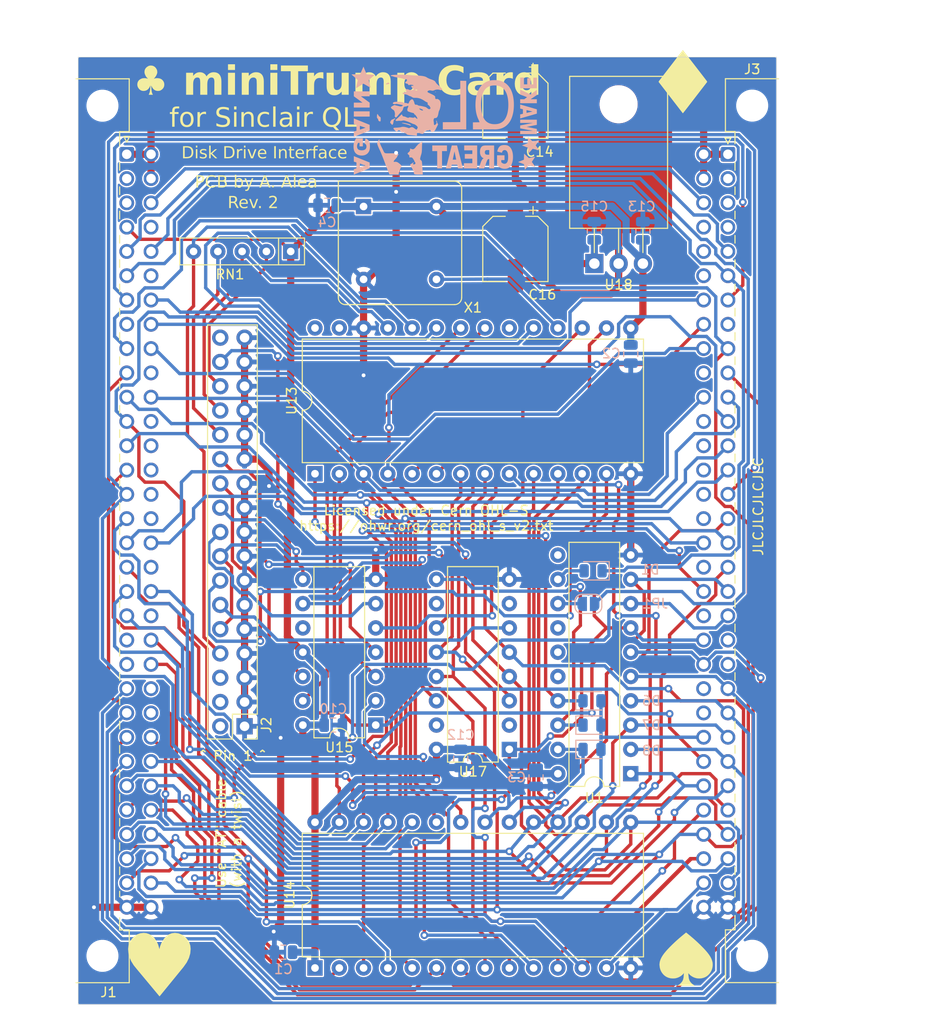
<source format=kicad_pcb>
(kicad_pcb (version 20240108) (generator "pcbnew") (generator_version "8.0")
  (title_block (title "Mini Trump Card 3") (date "2024-11-07") (rev "02") (company "by Alvaro Alea Fdz.") (comment 1 "Disk Interface for Sinclair QL"))
  (layers (0 "F.Cu" signal) (31 "B.Cu" signal) (34 "B.Paste" user) (35 "F.Paste" user) (36 "B.SilkS" user "B.Silkscreen") (37 "F.SilkS" user "F.Silkscreen") (38 "B.Mask" user) (39 "F.Mask" user) (44 "Edge.Cuts" user))
  (net 0 "")
  (net 1 "GND")
  (net 2 "+9V")
  (net 3 "Net-(D1-A)")
  (net 5 "/SP0")
  (net 6 "/SP1")
  (net 7 "/DSMC")
  (net 8 "/SP2")
  (net 10 "/A3")
  (net 11 "/A4")
  (net 12 "/A5")
  (net 13 "/A6")
  (net 14 "/A7")
  (net 15 "/A8")
  (net 16 "/A9")
  (net 17 "/A10")
  (net 18 "/A11")
  (net 19 "/A12")
  (net 20 "/A13")
  (net 21 "/A14")
  (net 24 "/A16")
  (net 25 "/A17")
  (net 26 "/A18")
  (net 27 "/A19")
  (net 28 "/D7")
  (net 29 "/D6")
  (net 30 "/D5")
  (net 31 "/D4")
  (net 32 "/D3")
  (net 33 "/EXTINTL")
  (net 36 "Net-(J1-~{BERR})")
  (net 37 "/SP3")
  (net 38 "/A2")
  (net 39 "/A1")
  (net 41 "/A0")
  (net 47 "/VPA")
  (net 49 "/E")
  (net 51 "/RESET")
  (net 52 "/A15")
  (net 55 "/RW")
  (net 56 "/DS")
  (net 58 "/D0")
  (net 59 "/D1")
  (net 60 "/D2")
  (net 61 "/AS")
  (net 64 "/FDC_IP")
  (net 65 "/DS1")
  (net 67 "/MOTOR_ON")
  (net 68 "/DIR")
  (net 69 "/STEP")
  (net 70 "/DATA_WR")
  (net 71 "/GATE_WR")
  (net 72 "/FDC_T0")
  (net 74 "/HEAD")
  (net 76 "/FDCON_CS")
  (net 77 "/DS0")
  (net 79 "/DTACKL")
  (net 86 "/CS175")
  (net 87 "/ROM_CE")
  (net 88 "+5V")
  (net 89 "/MUX")
  (net 90 "/CLKCT")
  (net 92 "/FDC_WPRT")
  (net 93 "/FDC_STEP")
  (net 94 "/FDC_RD")
  (net 97 "/MA8")
  (net 105 "/P13")
  (net 107 "Net-(U13-CLK)")
  (net 115 "/ROM_OE")
  (net 116 "/FDC_WG")
  (net 117 "/FDC_WD")
  (net 118 "/FDC_DIR")
  (footprint "Package_TO_SOT_THT:TO-220-3_Horizontal_TabDown" (layer "F.Cu") (at 182.372 65.913)
    (property "Reference" "U18")
    (property "Value" "7805")
  )
  (footprint "Package_DIP:DIP-28_W15.24mm" (layer "F.Cu") (at 153.162 139.573 90)
    (property "Reference" "U14")
    (property "Value" "27C128")
  )
  (footprint "8bits:DIN41612_B_2x32_Female_Horizontal_THT" (layer "F.Cu") (at 133.477 54.483 90)
    (property "Reference" "J1")
    (property "Value" "QL_SLOT_DIN41612F")
  )
  (footprint "Connector_PinHeader_2.54mm:PinHeader_2x17_P2.54mm_Vertical" (layer "F.Cu") (at 145.796 114.3 180)
    (property "Reference" "J2")
    (property "Value" "Conn_02x17_Odd_Even")
  )
  (footprint "8bits:DIN41612_B_2x32_Male_Horizontal_THT" (layer "F.Cu") (at 196.342 54.473 -90)
    (property "Reference" "J3")
    (property "Value" "QL_SLOT_DIN41612M")
  )
  (footprint "Package_DIP:DIP-28_W15.24mm" (layer "F.Cu") (at 153.162 87.889 90)
    (property "Reference" "U13")
    (property "Value" "FDC_WD1772")
  )
  (footprint "Capacitor_SMD:CP_Elec_6.3x5.4" (layer "F.Cu") (at 174.117 64.383 -90)
    (property "Reference" "C16")
    (property "Value" "100uF/16V")
  )
  (footprint "Package_DIP:DIP-20_W7.62mm" (layer "F.Cu") (at 186.182 119.253 180)
    (property "Reference" "U1")
    (property "Value" "GAL16V8")
  )
  (footprint "Package_DIP:DIP-16_W7.62mm" (layer "F.Cu") (at 173.482 116.713 180)
    (property "Reference" "U17")
    (property "Value" "74LS175")
  )
  (footprint "Package_DIP:DIP-14_W7.62mm" (layer "F.Cu") (at 159.512 114.173 180)
    (property "Reference" "U15")
    (property "Value" "74HC04")
  )
  (footprint "Oscillator:Oscillator_DIP-8" (layer "F.Cu") (at 158.242 59.944 -90)
    (property "Reference" "X1")
    (property "Value" "8Mhz")
  )
  (footprint "Resistor_THT:R_Array_SIP5" (layer "F.Cu") (at 150.622 64.643 180)
    (property "Reference" "RN1")
    (property "Value" "4x680")
  )
  (footprint "Capacitor_SMD:CP_Elec_6.3x5.4" (layer "F.Cu") (at 174.117 49.403 -90)
    (property "Reference" "C14")
    (property "Value" "100uF/16V")
  )
  (footprint "Capacitor_SMD:C_0805_2012Metric" (layer "B.Cu") (at 182.372 62.484 90)
    (property "Reference" "C15")
    (property "Value" "100n")
  )
  (footprint "Capacitor_SMD:C_0805_2012Metric" (layer "B.Cu") (at 176.276 119.634 90)
    (property "Reference" "C3")
    (property "Value" "100n")
  )
  (footprint "Diode_SMD:D_0805_2012Metric" (layer "B.Cu") (at 182.128 116.718)
    (property "Reference" "D8")
    (property "Value" "1N4148")
  )
  (footprint "Capacitor_SMD:C_0805_2012Metric" (layer "B.Cu") (at 187.452 62.484 90)
    (property "Reference" "C13")
    (property "Value" "100n")
  )
  (footprint "Capacitor_SMD:C_0805_2012Metric" (layer "B.Cu") (at 168.402 117.663 -90)
    (property "Reference" "C12")
    (property "Value" "100n")
  )
  (footprint "Diode_SMD:D_0805_2012Metric" (layer "B.Cu") (at 182.245 98.044 180)
    (property "Reference" "D1")
    (property "Value" "1N4148")
  )
  (footprint "Diode_SMD:D_0805_2012Metric" (layer "B.Cu") (at 182.128 114.178)
    (property "Reference" "D7")
    (property "Value" "1N4148")
  )
  (footprint "Capacitor_SMD:C_0805_2012Metric" (layer "B.Cu") (at 154.432 59.817)
    (property "Reference" "C4")
    (property "Value" "100n")
  )
  (footprint "Capacitor_SMD:C_0805_2012Metric" (layer "B.Cu") (at 186.182 75.372 90)
    (property "Reference" "C2")
    (property "Value" "100n")
  )
  (footprint "Diode_SMD:D_0805_2012Metric" (layer "B.Cu") (at 182.128 111.638)
    (property "Reference" "D6")
    (property "Value" "1N4148")
  )
  (footprint "Jumper:SolderJumper-2_P1.3mm_Open_RoundedPad1.0x1.5mm" (layer "B.Cu") (at 181.752 101.4984 180)
    (property "Reference" "JP1")
    (property "Value" "Jumper_2_Open")
  )
  (footprint "Capacitor_SMD:C_0805_2012Metric" (layer "B.Cu") (at 149.86 137.922 180)
    (property "Reference" "C1")
    (property "Value" "100n")
  )
  (footprint "Capacitor_SMD:C_0805_2012Metric" (layer "B.Cu") (at 155.077 114.168 180)
    (property "Reference" "C10")
    (property "Value" "100n")
  )
  (gr_poly (pts (xy 175.012252 47.169454) (xy 175.356298 47.169454) (xy 175.356298 46.524709) (xy 175.712249 46.524709) (xy 175.712249 47.169454) (xy 175.989627 47.169454) (xy 175.989627 46.474386) (xy 176.362245 46.474386) (xy 176.362245 47.584646) (xy 174.617015 47.584646) (xy 174.617015 46.454275) (xy 175.012252 46.454275)) (stroke (width -0.000001)) (fill solid) (layer "B.SilkS"))
  (gr_poly (pts (xy 162.314906 46.16056) (xy 162.579084 46.166385) (xy 162.801209 46.176865) (xy 162.957436 46.192007) (xy 163.014691 46.199407) (xy 163.088963 46.206988) (xy 163.276097 46.221887) (xy 163.493898 46.235098) (xy 163.717431 46.245016) (xy 163.839407 46.249661) (xy 163.952581 46.255023) (xy 164.05741 46.261183) (xy 164.15435 46.268225) (xy 164.243856 46.276229) (xy 164.326385 46.285278) (xy 164.402393 46.295455) (xy 164.472335 46.30684) (xy 164.536668 46.319517) (xy 164.595847 46.333568) (xy 164.650329 46.349074) (xy 164.700569 46.366118) (xy 164.747024 46.384782) (xy 164.79015 46.405148) (xy 164.830401 46.427298) (xy 164.868235 46.451314) (xy 164.884466 46.461942) (xy 164.902495 46.473019) (xy 164.943191 46.496168) (xy 164.988808 46.520054) (xy 165.037829 46.543973) (xy 165.088741 46.56722) (xy 165.140028 46.58909) (xy 165.190174 46.608876) (xy 165.237665 46.625875) (xy 165.30257 46.647966) (xy 165.361838 46.668963) (xy 165.415801 46.68907) (xy 165.46479 46.708491) (xy 165.509138 46.727429) (xy 165.549175 46.746088) (xy 165.567681 46.755376) (xy 165.585234 46.76467) (xy 165.601875 46.773996) (xy 165.617647 46.78338) (xy 165.632589 46.792846) (xy 165.646745 46.802421) (xy 165.660155 46.812128) (xy 165.67286 46.821995) (xy 165.684903 46.832047) (xy 165.696325 46.842308) (xy 165.707166 46.852804) (xy 165.71747 46.863562) (xy 165.727276 46.874605) (xy 165.736628 46.88596) (xy 165.745565 46.897652) (xy 165.75413 46.909706) (xy 165.762364 46.922148) (xy 165.770309 46.935004) (xy 165.785495 46.962057) (xy 165.794028 46.97708) (xy 165.804311 46.993238) (xy 165.816227 47.010405) (xy 165.82966 47.028452) (xy 165.844491 47.047253) (xy 165.860604 47.066682) (xy 165.877882 47.08661) (xy 165.896208 47.106912) (xy 165.915464 47.12746) (xy 165.935533 47.148128) (xy 165.956298 47.168789) (xy 165.977642 47.189315) (xy 165.999448 47.20958) (xy 166.021599 47.229456) (xy 166.043977 47.248818) (xy 166.066466 47.267538) (xy 166.099727 47.295376) (xy 166.134012 47.325462) (xy 166.168882 47.357315) (xy 166.203901 47.390457) (xy 166.238632 47.424409) (xy 166.272636 47.458693) (xy 166.305477 47.49283) (xy 166.336717 47.526342) (xy 166.36592 47.558749) (xy 166.392648 47.589573) (xy 166.416463 47.618335) (xy 166.436929 47.644557) (xy 166.453608 47.66776) (xy 166.466063 47.687465) (xy 166.47057 47.695857) (xy 166.473857 47.703194) (xy 166.475869 47.709418) (xy 166.476552 47.714467) (xy 166.476465 47.715168) (xy 166.476208 47.715935) (xy 166.475199 47.717657) (xy 166.473559 47.719616) (xy 166.471323 47.721794) (xy 166.468523 47.724171) (xy 166.465195 47.726728) (xy 166.461371 47.729449) (xy 166.457086 47.732313) (xy 166.44727 47.738398) (xy 166.436018 47.744834) (xy 166.423601 47.751474) (xy 166.410291 47.758169) (xy 166.400918 47.76232) (xy 166.39133 47.765811) (xy 166.381448 47.768638) (xy 166.371194 47.770796) (xy 166.360489 47.772282) (xy 166.349256 47.773092) (xy 166.337415 47.773222) (xy 166.324888 47.772668) (xy 166.311596 47.771427) (xy 166.297463 47.769494) (xy 166.282408 47.766865) (xy 166.266353 47.763537) (xy 166.24922 47.759506) (xy 166.230931 47.754768) (xy 166.19057 47.743154) (xy 166.156239 47.733855) (xy 166.121185 47.726275) (xy 166.085525 47.720404) (xy 166.049377 47.716231) (xy 166.012858 47.713745) (xy 165.976084 47.712936) (xy 165.939174 47.713792) (xy 165.902242 47.716302) (xy 165.865408 47.720457) (xy 165.828787 47.726245) (xy 165.792497 47.733656) (xy 165.756655 47.742678) (xy 165.721378 47.753301) (xy 165.686783 47.765514) (xy 165.652987 47.779307) (xy 165.620106 47.794668) (xy 165.606156 47.801006) (xy 165.592287 47.806887) (xy 165.578512 47.8123) (xy 165.564842 47.817231) (xy 165.551287 47.82167) (xy 165.53786 47.825606) (xy 165.524571 47.829026) (xy 165.511432 47.831918) (xy 165.498455 47.834272) (xy 165.485649 47.836075) (xy 165.473027 47.837315) (xy 165.4606 47.837982) (xy 165.448379 47.838063) (xy 165.436375 47.837547) (xy 165.4246 47.836422) (xy 165.413066 47.834676) (xy 165.319514 47.817785) (xy 165.269393 47.808532) (xy 165.22527 47.800069) (xy 165.21355 47.798241) (xy 165.20155 47.796994) (xy 165.189314 47.79631) (xy 165.176883 47.79617) (xy 165.164301 47.796554) (xy 165.15161 47.797443) (xy 165.138853 47.798819) (xy 165.126073 47.800663) (xy 165.113312 47.802955) (xy 165.100614 47.805676) (xy 165.088021 47.808807) (xy 165.075575 47.81233) (xy 165.06332 47.816224) (xy 165.051298 47.820472) (xy 165.039552 47.825053) (xy 165.028125 47.82995) (xy 165.01706 47.835142) (xy 165.006398 47.840611) (xy 164.996183 47.846338) (xy 164.986458 47.852304) (xy 164.977266 47.858489) (xy 164.968648 47.864874) (xy 164.960649 47.871441) (xy 164.95331 47.878171) (xy 164.946674 47.885044) (xy 164.940784 47.892041) (xy 164.935684 47.899144) (xy 164.931414 47.906332) (xy 164.92802 47.913588) (xy 164.925542 47.920892) (xy 164.924024 47.928225) (xy 164.923508 47.935567) (xy 164.923632 47.938964) (xy 164.924001 47.942387) (xy 164.924612 47.945836) (xy 164.925463 47.949307) (xy 164.927872 47.956305) (xy 164.931206 47.963362) (xy 164.935441 47.970455) (xy 164.940557 47.977566) (xy 164.94653 47.984672) (xy 164.953337 47.991754) (xy 164.960956 47.99879) (xy 164.969365 48.00576) (xy 164.978542 48.012644) (xy 164.988462 48.01942) (xy 164.999105 48.026067) (xy 165.010447 48.032566) (xy 165.022467 48.038895) (xy 165.035141 48.045034) (xy 165.357313 48.194082) (xy 165.411358 48.219622) (xy 165.460831 48.24417) (xy 165.505843 48.267827) (xy 165.546502 48.290692) (xy 165.582919 48.312866) (xy 165.59957 48.323724) (xy 165.615202 48.334448) (xy 165.629827 48.345049) (xy 165.64346 48.35554) (xy 165.656115 48.365933) (xy 165.667804 48.376241) (xy 165.678542 48.386477) (xy 165.688342 48.396652) (xy 165.697219 48.40678) (xy 165.705184 48.416873) (xy 165.712254 48.426943) (xy 165.71844 48.437003) (xy 165.723757 48.447066) (xy 165.728218 48.457144) (xy 165.731837 48.46725) (xy 165.734628 48.477396) (xy 165.736605 48.487594) (xy 165.73778 48.497858) (xy 165.738168 48.508199) (xy 165.737783 48.518631) (xy 165.736637 48.529166) (xy 165.734746 48.539815) (xy 165.732983 48.549673) (xy 165.731847 48.559467) (xy 165.731317 48.56917) (xy 165.731369 48.57876) (xy 165.731982 48.58821) (xy 165.733134 48.597497) (xy 165.734802 48.606595) (xy 165.736965 48.615479) (xy 165.7396 48.624126) (xy 165.742684 48.632509) (xy 165.746197 48.640605) (xy 165.750115 48.648387) (xy 165.754416 48.655833) (xy 165.759079 48.662916) (xy 165.764081 48.669613) (xy 165.769401 48.675897) (xy 165.775015 48.681745) (xy 165.780901 48.687132) (xy 165.787038 48.692032) (xy 165.793404 48.696422) (xy 165.799975 48.700275) (xy 165.806731 48.703568) (xy 165.813649 48.706276) (xy 165.820706 48.708374) (xy 165.827881 48.709837) (xy 165.835151 48.71064) (xy 165.842494 48.710758) (xy 165.849889 48.710168) (xy 165.857312 48.708843) (xy 165.864742 48.706759) (xy 165.872157 48.703892) (xy 165.879534 48.700216) (xy 165.88664 48.696886) (xy 165.894377 48.694331) (xy 165.902705 48.692532) (xy 165.911582 48.691466) (xy 165.920968 48.691112) (xy 165.930822 48.69145) (xy 165.941101 48.692458) (xy 165.951766 48.694115) (xy 165.974088 48.699291) (xy 165.997458 48.706809) (xy 166.021547 48.716501) (xy 166.046027 48.728197) (xy 166.070569 48.741727) (xy 166.094846 48.756924) (xy 166.118527 48.773617) (xy 166.141285 48.791638) (xy 166.162791 48.810818) (xy 166.182717 48.830987) (xy 166.200733 48.851976) (xy 166.208922 48.862726) (xy 166.216511 48.873617) (xy 166.223676 48.885127) (xy 166.230812 48.898003) (xy 166.237876 48.912107) (xy 166.244822 48.927299) (xy 166.251606 48.94344) (xy 166.258185 48.960391) (xy 166.264513 48.978014) (xy 166.270547 48.996168) (xy 166.276242 49.014714) (xy 166.281555 49.033514) (xy 166.286439 49.052429) (xy 166.290852 49.071319) (xy 166.294749 49.090045) (xy 166.298086 49.108468) (xy 166.300818 49.12645) (xy 166.302901 49.14385) (xy 166.305226 49.181815) (xy 166.305181 49.225283) (xy 166.302946 49.273328) (xy 166.298702 49.325023) (xy 166.29263 49.379441) (xy 166.28491 49.435655) (xy 166.275724 49.492738) (xy 166.265252 49.549764) (xy 166.253675 49.605806) (xy 166.241173 49.659937) (xy 166.227927 49.71123) (xy 166.214118 49.758758) (xy 166.199928 49.801595) (xy 166.185535 49.838814) (xy 166.171122 49.869488) (xy 166.156869 49.89269) (xy 166.15189 49.900246) (xy 166.146711 49.909639) (xy 166.141372 49.920734) (xy 166.135914 49.933393) (xy 166.124809 49.962865) (xy 166.113727 49.996965) (xy 166.102999 50.034606) (xy 166.092956 50.074698) (xy 166.083929 50.116155) (xy 166.076249 50.157888) (xy 166.063481 50.229955) (xy 166.050071 50.296061) (xy 166.035904 50.356386) (xy 166.0285 50.384438) (xy 166.020863 50.411113) (xy 166.012979 50.436434) (xy 166.004832 50.460422) (xy 165.996408 50.483101) (xy 165.987694 50.504494) (xy 165.978674 50.524622) (xy 165.969333 50.543509) (xy 165.959658 50.561177) (xy 165.949633 50.57765) (xy 165.939245 50.592948) (xy 165.928478 50.607096) (xy 165.917318 50.620115) (xy 165.905751 50.632029) (xy 165.893762 50.642859) (xy 165.881336 50.652629) (xy 165.868459 50.661361) (xy 165.855117 50.669078) (xy 165.841295 50.675803) (xy 165.826977 50.681557) (xy 165.812151 50.686364) (xy 165.796801 50.690247) (xy 165.780913 50.693227) (xy 165.764471 50.695327) (xy 165.747463 50.696571) (xy 165.729872 50.696981) (xy 165.713109 50.697152) (xy 165.697988 50.697732) (xy 165.684374 50.698816) (xy 165.672131 50.700503) (xy 165.666482 50.701603) (xy 165.661126 50.702891) (xy 165.656044 50.704377) (xy 165.651222 50.706075) (xy 165.646641 50.707997) (xy 165.642285 50.710155) (xy 165.638138 50.712561) (xy 165.634181 50.715227) (xy 165.630399 50.718165) (xy 165.626774 50.721388) (xy 165.623289 50.724908) (xy 165.619928 50.728737) (xy 165.616674 50.732887) (xy 165.61351 50.73737) (xy 165.610419 50.742199) (xy 165.607384 50.747385) (xy 165.601415 50.758879) (xy 165.595468 50.771951) (xy 165.589408 50.786696) (xy 165.583101 50.803213) (xy 165.578775 50.815697) (xy 165.574884 50.828668) (xy 165.571432 50.842072) (xy 165.568422 50.855854) (xy 165.565858 50.869961) (xy 165.563742 50.884337) (xy 165.562078 50.898929) (xy 165.56087 50.913682) (xy 165.560119 50.928543) (xy 165.55983 50.943455) (xy 165.560006 50.958367) (xy 165.56065 50.973222) (xy 165.561765 50.987967) (xy 165.563355 51.002547) (xy 165.565422 51.016908) (xy 165.567971 51.030996) (xy 165.572938 51.058091) (xy 165.577747 51.088595) (xy 165.582277 51.121453) (xy 165.58641 51.155611) (xy 165.590024 51.190012) (xy 165.593001 51.223604) (xy 165.59522 51.255331) (xy 165.596561 51.284139) (xy 165.597265 51.299396) (xy 165.598353 51.313785) (xy 165.599823 51.327306) (xy 165.601672 51.33996) (xy 165.603898 51.351744) (xy 165.606498 51.362658) (xy 165.609471 51.372702) (xy 165.612814 51.381875) (xy 165.616524 51.390177) (xy 165.620601 51.397607) (xy 165.62504 51.404163) (xy 165.62984 51.409847) (xy 165.634999 51.414656) (xy 165.640515 51.418591) (xy 165.646384 51.42165) (xy 165.652605 51.423833) (xy 165.659176 51.42514) (xy 165.666093 51.42557) (xy 165.673356 51.425122) (xy 165.680961 51.423795) (xy 165.688907 51.42159) (xy 165.697191 51.418504) (xy 165.70581 51.414539) (xy 165.714763 51.409692) (xy 165.724047 51.403964) (xy 165.73366 51.397354) (xy 165.743599 51.389861) (xy 165.753863 51.381484) (xy 165.764449 51.372224) (xy 165.775354 51.362079) (xy 165.786577 51.351048) (xy 165.798115 51.339132) (xy 165.810709 51.325537) (xy 165.822046 51.31265) (xy 165.832163 51.300376) (xy 165.841096 51.288621) (xy 165.848881 51.277293) (xy 165.855554 51.266298) (xy 165.86115 51.255542) (xy 165.863556 51.250224) (xy 165.865707 51.244932) (xy 165.867606 51.239652) (xy 165.869259 51.234374) (xy 165.87067 51.229085) (xy 165.871844 51.223774) (xy 165.872784 51.21843) (xy 165.873497 51.21304) (xy 165.873985 51.207593) (xy 165.874254 51.202077) (xy 165.874151 51.190793) (xy 165.873224 51.179093) (xy 165.87151 51.166884) (xy 165.869045 51.154073) (xy 165.862659 51.123965) (xy 165.857113 51.097257) (xy 165.852401 51.073736) (xy 165.850357 51.063105) (xy 165.84852 51.053192) (xy 165.84689 51.04397) (xy 165.845467 51.035413) (xy 165.844249 51.027496) (xy 165.843236 51.02019) (xy 165.842429 51.013471) (xy 165.841825 51.007311) (xy 165.841426 51.001684) (xy 165.84123 50.996564) (xy 165.841236 50.991925) (xy 165.841445 50.98774) (xy 165.841856 50.983982) (xy 165.842137 50.982256) (xy 165.842468 50.980626) (xy 165.84285 50.97909) (xy 165.843282 50.977645) (xy 165.843763 50.976287) (xy 165.844295 50.975012) (xy 165.844877 50.973818) (xy 165.845509 50.972702) (xy 165.84619 50.971659) (xy 165.846921 50.970687) (xy 165.847703 50.969783) (xy 165.848533 50.968942) (xy 165.849414 50.968163) (xy 165.850344 50.96744) (xy 165.851323 50.966772) (xy 165.852352 50.966155) (xy 165.854557 50.96506) (xy 165.85696 50.964129) (xy 165.859559 50.963336) (xy 165.862354 50.962654) (xy 165.865345 50.962057) (xy 165.867071 50.962084) (xy 165.868833 50.962465) (xy 165.870628 50.96319) (xy 165.872452 50.964251) (xy 165.876173 50.967345) (xy 165.879967 50.971679) (xy 165.883806 50.977184) (xy 165.887661 50.983791) (xy 165.891505 50.991431) (xy 165.895309 51.000036) (xy 165.899045 51.009536) (xy 165.902683 51.019862) (xy 165.906197 51.030947) (xy 165.909557 51.04272) (xy 165.912735 51.055114) (xy 165.915703 51.068059) (xy 165.918432 51.081486) (xy 165.920894 51.095327) (xy 165.923465 51.10947) (xy 165.92651 51.12375) (xy 165.929988 51.138071) (xy 165.933862 51.152337) (xy 165.938092 51.16645) (xy 165.942639 51.180315) (xy 165.947465 51.193836) (xy 165.95253 51.206914) (xy 165.957794 51.219455) (xy 165.96322 51.231362) (xy 165.968768 51.242538) (xy 165.9744 51.252886) (xy 165.980075 51.262311) (xy 165.985755 51.270716) (xy 165.991401 51.278003) (xy 165.996975 51.284078) (xy 166.005673 51.292914) (xy 166.013081 51.301285) (xy 166.019148 51.309466) (xy 166.023824 51.317731) (xy 166.025625 51.321981) (xy 166.02706 51.326357) (xy 166.028121 51.33089) (xy 166.028803 51.335618) (xy 166.029099 51.340573) (xy 166.029004 51.34579) (xy 166.027612 51.357149) (xy 166.024577 51.369969) (xy 166.019848 51.384526) (xy 166.013376 51.401095) (xy 166.005108 51.419952) (xy 165.994996 51.441372) (xy 165.982988 51.465631) (xy 165.953085 51.523763) (xy 165.909922 51.607284) (xy 165.864462 51.696561) (xy 165.822112 51.780929) (xy 165.788279 51.849721) (xy 165.770248 51.885327) (xy 165.751809 51.918472) (xy 165.732935 51.949178) (xy 165.713599 51.977468) (xy 165.693774 52.003364) (xy 165.673432 52.026889) (xy 165.652546 52.048067) (xy 165.641891 52.057782) (xy 165.63109 52.066919) (xy 165.620139 52.07548) (xy 165.609035 52.083468) (xy 165.597775 52.090886) (xy 165.586355 52.097737) (xy 165.574772 52.104024) (xy 165.563023 52.109749) (xy 165.551104 52.114915) (xy 165.539011 52.119526) (xy 165.526741 52.123583) (xy 165.514292 52.127091) (xy 165.501659 52.130051) (xy 165.488839 52.132466) (xy 165.475828 52.13434) (xy 165.462624 52.135675) (xy 165.449223 52.136474) (xy 165.435621 52.136739) (xy 165.416977 52.136579) (xy 165.400158 52.136033) (xy 165.385007 52.135005) (xy 165.371367 52.133398) (xy 165.365065 52.132348) (xy 165.359081 52.131117) (xy 165.353398 52.129694) (xy 165.347993 52.128065) (xy 165.34285 52.126219) (xy 165.337946 52.124145) (xy 165.333264 52.121829) (xy 165.328782 52.11926) (xy 165.324483 52.116426) (xy 165.320346 52.113315) (xy 165.316351 52.109915) (xy 165.312479 52.106213) (xy 165.30871 52.102197) (xy 165.305025 52.097857) (xy 165.301404 52.093178) (xy 165.297827 52.08815) (xy 165.290728 52.076998) (xy 165.283572 52.064302) (xy 165.276202 52.049966) (xy 165.26846 52.033895) (xy 165.264028 52.024847) (xy 165.25944 52.016176) (xy 165.254708 52.007888) (xy 165.249843 51.999989) (xy 165.244857 51.992484) (xy 165.239762 51.985378) (xy 165.234568 51.978677) (xy 165.229287 51.972387) (xy 165.223932 51.966512) (xy 165.218512 51.961059) (xy 165.213041 51.956033) (xy 165.207529 51.95144) (xy 165.201988 51.947284) (xy 165.196429 51.943571) (xy 165.190864 51.940307) (xy 165.185304 51.937498) (xy 165.179762 51.935148) (xy 165.174247 51.933263) (xy 165.168773 51.931849) (xy 165.16335 51.930911) (xy 165.15799 51.930455) (xy 165.152704 51.930486) (xy 165.147505 51.93101) (xy 165.142402 51.932031) (xy 165.137409 51.933556) (xy 165.132536 51.93559) (xy 165.127795 51.938139) (xy 165.123198 51.941208) (xy 165.118755 51.944802) (xy 165.114479 51.948927) (xy 165.110381 51.953588) (xy 165.106473 51.958791) (xy 165.103845 51.961213) (xy 165.099996 51.96366) (xy 165.095001 51.9661) (xy 165.088935 51.968499) (xy 165.081873 51.970823) (xy 165.073891 51.97304) (xy 165.065062 51.975114) (xy 165.055464 51.977014) (xy 165.04517 51.978705) (xy 165.034255 51.980154) (xy 165.022796 51.981328) (xy 165.010867 51.982193) (xy 164.998543 51.982715) (xy 164.985899 51.982862) (xy 164.973011 51.982599) (xy 164.959953 51.981893) (xy 164.946441 51.981771) (xy 164.932691 51.982335) (xy 164.918735 51.983568) (xy 164.904603 51.98545) (xy 164.890326 51.987963) (xy 164.875934 51.991087) (xy 164.861459 51.994805) (xy 164.846931 51.999096) (xy 164.817839 52.009326) (xy 164.788904 52.021627) (xy 164.760372 52.035848) (xy 164.732487 52.051839) (xy 164.705497 52.06945) (xy 164.679646 52.088529) (xy 164.655181 52.108926) (xy 164.632347 52.130492) (xy 164.621619 52.141665) (xy 164.61139 52.153075) (xy 164.601692 52.164701) (xy 164.592556 52.176524) (xy 164.584011 52.188528) (xy 164.576089 52.200691) (xy 164.568821 52.212996) (xy 164.562237 52.225423) (xy 164.550405 52.24768) (xy 164.538176 52.267569) (xy 164.525406 52.285136) (xy 164.518771 52.293062) (xy 164.511946 52.300424) (xy 164.504911 52.307227) (xy 164.497648 52.313478) (xy 164.49014 52.31918) (xy 164.482367 52.324341) (xy 164.474311 52.328965) (xy 164.465953 52.333058) (xy 164.457277 52.336626) (xy 164.448262 52.339673) (xy 164.43889 52.342207) (xy 164.429144 52.344231) (xy 164.419004 52.345752) (xy 164.408453 52.346775) (xy 164.386041 52.347349) (xy 164.361762 52.345998) (xy 164.335468 52.342766) (xy 164.307012 52.337697) (xy 164.276246 52.330835) (xy 164.243024 52.322225) (xy 164.208922 52.312588) (xy 164.174089 52.302329) (xy 164.139503 52.291758) (xy 164.106143 52.281183) (xy 164.074987 52.270912) (xy 164.047013 52.261255) (xy 164.023201 52.25252) (xy 164.004529 52.245016) (xy 163.993994 52.240774) (xy 163.983686 52.237132) (xy 163.973613 52.234082) (xy 163.963784 52.231619) (xy 163.954209 52.229736) (xy 163.944895 52.228428) (xy 163.935853 52.227687) (xy 163.92709 52.227507) (xy 163.918616 52.227883) (xy 163.91044 52.228807) (xy 163.90257 52.230274) (xy 163.895016 52.232277) (xy 163.887785 52.23481) (xy 163.880888 52.237867) (xy 163.874332 52.241441) (xy 163.868127 52.245527) (xy 163.862282 52.250117) (xy 163.856805 52.255205) (xy 163.851706 52.260786) (xy 163.846993 52.266853) (xy 163.842675 52.273399) (xy 163.838761 52.280419) (xy 163.835259 52.287906) (xy 163.83218 52.295853) (xy 163.829531 52.304255) (xy 163.827321 52.313105) (xy 163.82556 52.322397) (xy 163.824256 52.332125) (xy 163.823418 52.342281) (xy 163.823054 52.352861) (xy 163.823175 52.363858) (xy 163.823788 52.375265) (xy 163.824437 52.385554) (xy 163.824907 52.39596) (xy 163.825203 52.40641) (xy 163.825329 52.416835) (xy 163.825087 52.437323) (xy 163.824216 52.456857) (xy 163.823554 52.46609) (xy 163.822747 52.474871) (xy 163.821799 52.48313) (xy 163.820714 52.490797) (xy 163.819497 52.4978) (xy 163.81815 52.504069) (xy 163.81668 52.509532) (xy 163.815088 52.51412) (xy 163.81498 52.515676) (xy 163.812657 52.520852) (xy 163.809839 52.525466) (xy 163.806508 52.529524) (xy 163.804644 52.531347) (xy 163.802646 52.533033) (xy 163.798238 52.535998) (xy 163.793265 52.538425) (xy 163.787711 52.540321) (xy 163.781559 52.541692) (xy 163.774791 52.542544) (xy 163.76739 52.542882) (xy 163.75934 52.542713) (xy 163.750623 52.542043) (xy 163.741222 52.540878) (xy 163.73112 52.539225) (xy 163.7203 52.537088) (xy 163.708744 52.534475) (xy 163.684165 52.529779) (xy 163.64885 52.5245) (xy 163.552644 52.512857) (xy 163.433395 52.500876) (xy 163.304372 52.489889) (xy 163.2298 52.484124) (xy 163.162126 52.478476) (xy 163.100997 52.472869) (xy 163.046056 52.467229) (xy 162.99695 52.46148) (xy 162.953325 52.455548) (xy 162.914827 52.449356) (xy 162.897389 52.44614) (xy 162.8811 52.442831) (xy 162.865916 52.439419) (xy 162.851791 52.435896) (xy 162.838683 52.432251) (xy 162.826546 52.428477) (xy 162.815336 52.424562) (xy 162.805009 52.420498) (xy 162.795521 52.416276) (xy 162.786827 52.411886) (xy 162.778883 52.407318) (xy 162.771645 52.402563) (xy 162.765068 52.397613) (xy 162.759109 52.392456) (xy 162.753722 52.387085) (xy 162.748864 52.38149) (xy 162.74449 52.375661) (xy 162.740557 52.369588) (xy 162.736987 52.363873) (xy 162.733157 52.358328) (xy 162.729101 52.35298) (xy 162.724855 52.347857) (xy 162.720454 52.342986) (xy 162.715934 52.338394) (xy 162.711329 52.33411) (xy 162.706676 52.33016) (xy 162.702008 52.326571) (xy 162.697362 52.323373) (xy 162.692773 52.320591) (xy 162.688277 52.318253) (xy 162.683907 52.316387) (xy 162.681781 52.315639) (xy 162.679701 52.31502) (xy 162.677669 52.314533) (xy 162.675692 52.31418) (xy 162.673773 52.313966) (xy 162.671917 52.313894) (xy 162.667805 52.313515) (xy 162.662809 52.312405) (xy 162.656998 52.310599) (xy 162.65044 52.308135) (xy 162.643203 52.305049) (xy 162.635355 52.301378) (xy 162.626966 52.297159) (xy 162.618104 52.292428) (xy 162.599233 52.281581) (xy 162.579289 52.269129) (xy 162.55882 52.255367) (xy 162.538373 52.240591) (xy 162.528571 52.233373) (xy 162.518771 52.22652) (xy 162.508991 52.220033) (xy 162.499245 52.213914) (xy 162.48955 52.208166) (xy 162.479922 52.202792) (xy 162.470377 52.197792) (xy 162.46093 52.19317) (xy 162.451599 52.188928) (xy 162.442398 52.185068) (xy 162.433344 52.181592) (xy 162.424454 52.178503) (xy 162.415742 52.175802) (xy 162.407226 52.173493) (xy 162.398921 52.171577) (xy 162.390843 52.170057) (xy 162.383008 52.168934) (xy 162.375433 52.168212) (xy 162.368132 52.167892) (xy 162.361124 52.167977) (xy 162.354422 52.168468) (xy 162.348044 52.169369) (xy 162.342005 52.170681) (xy 162.336322 52.172407) (xy 162.33101 52.174548) (xy 162.326086 52.177108) (xy 162.321566 52.180088) (xy 162.317465 52.183491) (xy 162.3138 52.187319) (xy 162.310586 52.191575) (xy 162.307841 52.196259) (xy 162.305579 52.201375) (xy 162.304724 52.202982) (xy 162.303511 52.204214) (xy 162.301949 52.205077) (xy 162.300048 52.205577) (xy 162.297819 52.205721) (xy 162.295271 52.205516) (xy 162.28926 52.204082) (xy 162.282094 52.201327) (xy 162.273854 52.197303) (xy 162.264619 52.19206) (xy 162.254469 52.185651) (xy 162.243484 52.178127) (xy 162.231744 52.169539) (xy 162.219329 52.15994) (xy 162.206318 52.149379) (xy 162.192793 52.13791) (xy 162.178831 52.125583) (xy 162.164515 52.112449) (xy 162.149922 52.098562) (xy 162.120652 52.070908) (xy 162.093552 52.046604) (xy 162.068397 52.025606) (xy 162.056481 52.016335) (xy 162.044967 52.007874) (xy 162.033829 52.000219) (xy 162.023039 51.993364) (xy 162.012569 51.987305) (xy 162.002392 51.982035) (xy 161.992478 51.977549) (xy 161.982802 51.973843) (xy 161.973334 51.970911) (xy 161.964048 51.968748) (xy 161.954915 51.967347) (xy 161.945908 51.966705) (xy 161.936998 51.966816) (xy 161.928159 51.967674) (xy 161.919362 51.969274) (xy 161.910579 51.971612) (xy 161.901783 51.974681) (xy 161.892947 51.978476) (xy 161.884041 51.982992) (xy 161.87504 51.988225) (xy 161.865913 51.994167) (xy 161.856635 52.000815) (xy 161.847177 52.008163) (xy 161.837512 52.016205) (xy 161.817447 52.034353) (xy 161.809328 52.04185) (xy 161.801022 52.04913) (xy 161.792587 52.056156) (xy 161.784086 52.062891) (xy 161.775578 52.069299) (xy 161.767124 52.075343) (xy 161.758785 52.080986) (xy 161.750621 52.086191) (xy 161.742693 52.090921) (xy 161.735062 52.09514) (xy 161.727788 52.098811) (xy 161.720932 52.101897) (xy 161.714555 52.104361) (xy 161.708716 52.106167) (xy 161.703477 52.107278) (xy 161.701102 52.107561) (xy 161.698899 52.107656) (xy 161.691549 52.106868) (xy 161.68311 52.104562) (xy 161.673671 52.100828) (xy 161.663318 52.095755) (xy 161.640231 52.081942) (xy 161.614558 52.063834) (xy 161.587007 52.042141) (xy 161.558287 52.017571) (xy 161.529106 51.990834) (xy 161.500175 51.96264) (xy 161.4722 51.933699) (xy 161.445891 51.904719) (xy 161.421956 51.87641) (xy 161.401104 51.849482) (xy 161.384044 51.824644) (xy 161.371485 51.802605) (xy 161.367114 51.792858) (xy 161.364135 51.784076) (xy 161.362634 51.776349) (xy 161.362702 51.769765) (xy 161.36453 51.760324) (xy 161.367316 51.751895) (xy 161.371436 51.744397) (xy 161.37727 51.737751) (xy 161.385193 51.731877) (xy 161.395585 51.726695) (xy 161.408822 51.722125) (xy 161.425283 51.718088) (xy 161.445344 51.714503) (xy 161.469384 51.71129) (xy 161.530909 51.705663) (xy 161.61288 51.700567) (xy 161.718316 51.695363) (xy 161.789913 51.691436) (xy 161.86038 51.686329) (xy 161.927912 51.68027) (xy 161.990701 51.673486) (xy 162.04694 51.666206) (xy 162.094823 51.658658) (xy 162.115066 51.654854) (xy 162.132543 51.651069) (xy 162.147027 51.64733) (xy 162.158292 51.643667) (xy 162.186388 51.634171) (xy 162.216089 51.62627) (xy 162.247341 51.619964) (xy 162.280092 51.615251) (xy 162.314289 51.61213) (xy 162.349881 51.6106) (xy 162.386815 51.610661) (xy 162.425038 51.61231) (xy 162.464498 51.615547) (xy 162.505143 51.620371) (xy 162.546919 51.62678) (xy 162.589775 51.634775) (xy 162.633657 51.644352) (xy 162.678514 51.655513) (xy 162.724294 51.668255) (xy 162.770942 51.682577) (xy 163.001429 51.756277) (xy 163.11908 51.694967) (xy 163.145195 51.682182) (xy 163.171093 51.671475) (xy 163.196781 51.662848) (xy 163.222267 51.656301) (xy 163.247559 51.651834) (xy 163.260135 51.65038) (xy 163.272666 51.649446) (xy 163.285152 51.649033) (xy 163.297594 51.64914) (xy 163.309995 51.649767) (xy 163.322353 51.650915) (xy 163.334671 51.652582) (xy 163.34695 51.654771) (xy 163.35919 51.657479) (xy 163.371393 51.660708) (xy 163.395689 51.668728) (xy 163.419848 51.678831) (xy 163.443876 51.691016) (xy 163.467782 51.705284) (xy 163.491574 51.721636) (xy 163.515259 51.740072) (xy 163.535076 51.756091) (xy 163.555114 51.771779) (xy 163.575219 51.787037) (xy 163.595241 51.80177) (xy 163.615026 51.815881) (xy 163.634423 51.829272) (xy 163.653278 51.841847) (xy 163.671441 51.853509) (xy 163.688758 51.864162) (xy 163.705077 51.873709) (xy 163.720246 51.882052) (xy 163.734113 51.889095) (xy 163.746524 51.894742) (xy 163.757329 51.898895) (xy 163.766375 51.901458) (xy 163.770191 51.902113) (xy 163.773509 51.902334) (xy 163.777252 51.901855) (xy 163.781256 51.900452) (xy 163.785497 51.898172) (xy 163.789948 51.895061) (xy 163.799384 51.886539) (xy 163.809365 51.875267) (xy 163.819693 51.861625) (xy 163.830167 51.845991) (xy 163.84059 51.828746) (xy 163.850761 51.81027) (xy 163.860482 51.790941) (xy 163.869553 51.771141) (xy 163.877775 51.751248) (xy 163.884948 51.731642) (xy 163.890875 51.712703) (xy 163.895354 51.694811) (xy 163.898188 51.678346) (xy 163.899177 51.663686) (xy 163.898431 51.655243) (xy 163.896241 51.646077) (xy 163.892678 51.636249) (xy 163.887812 51.62582) (xy 163.874461 51.6034) (xy 163.856757 51.579302) (xy 163.83527 51.554009) (xy 163.81057 51.528007) (xy 163.783226 51.501778) (xy 163.753809 51.475809) (xy 163.722888 51.450582) (xy 163.691033 51.426582) (xy 163.658814 51.404293) (xy 163.6268 51.3842) (xy 163.595562 51.366787) (xy 163.565669 51.352538) (xy 163.537691 51.341937) (xy 163.524598 51.338157) (xy 163.512198 51.33547) (xy 163.501053 51.333132) (xy 163.488142 51.329776) (xy 163.457646 51.320267) (xy 163.421953 51.307449) (xy 163.382306 51.29183) (xy 163.339949 51.273915) (xy 163.296126 51.254214) (xy 163.252078 51.233232) (xy 163.209051 51.211477) (xy 163.16232 51.188342) (xy 163.107653 51.163326) (xy 163.047038 51.137233) (xy 162.982465 51.110864) (xy 162.91592 51.085023) (xy 162.849391 51.060513) (xy 162.784868 51.038137) (xy 162.724338 51.018697) (xy 162.638713 50.99283) (xy 162.602212 50.982303) (xy 162.569326 50.97331) (xy 162.539611 50.965797) (xy 162.512621 50.959712) (xy 162.487913 50.955001) (xy 162.465041 50.951612) (xy 162.443562 50.949491) (xy 162.423031 50.948584) (xy 162.403002 50.94884) (xy 162.383032 50.950204) (xy 162.362677 50.952624) (xy 162.34149 50.956047) (xy 162.319029 50.96042) (xy 162.294848 50.965688) (xy 162.279087 50.969303) (xy 162.262607 50.972611) (xy 162.245541 50.975606) (xy 162.228024 50.978281) (xy 162.19218 50.98264) (xy 162.156152 50.985631) (xy 162.121019 50.987198) (xy 162.104125 50.98743) (xy 162.087859 50.987283) (xy 162.072356 50.986752) (xy 162.057751 50.985829) (xy 162.044178 50.984507) (xy 162.031772 50.982778) (xy 162.019603 50.981334) (xy 162.006717 50.980182) (xy 161.993226 50.979319) (xy 161.979243 50.978742) (xy 161.950247 50.978435) (xy 161.920622 50.979238) (xy 161.891264 50.981128) (xy 161.863068 50.984083) (xy 161.849684 50.985952) (xy 161.836927 50.988079) (xy 161.824907 50.99046) (xy 161.813737 50.993093) (xy 161.803053 50.995624) (xy 161.792393 50.997784) (xy 161.781777 50.99958) (xy 161.771225 51.001019) (xy 161.760758 51.002106) (xy 161.750398 51.002849) (xy 161.740165 51.003253) (xy 161.730078 51.003324) (xy 161.720161 51.003071) (xy 161.710432 51.002497) (xy 161.700913 51.001611) (xy 161.691624 51.000418) (xy 161.682586 50.998925) (xy 161.673821 50.997138) (xy 161.665347 50.995063) (xy 161.657188 50.992708) (xy 161.649362 50.990077) (xy 161.64189 50.987179) (xy 161.634795 50.984018) (xy 161.628095 50.980601) (xy 161.621813 50.976936) (xy 161.615967 50.973027) (xy 161.610581 50.968882) (xy 161.605673 50.964507) (xy 161.601265 50.959908) (xy 161.597378 50.955092) (xy 161.594032 50.950065) (xy 161.591247 50.944833) (xy 161.589046 50.939403) (xy 161.587447 50.933781) (xy 161.586473 50.927974) (xy 161.586144 50.921987) (xy 161.586349 50.919833) (xy 161.586958 50.917365) (xy 161.589347 50.911536) (xy 161.59323 50.904586) (xy 161.598527 50.896604) (xy 161.605157 50.887678) (xy 161.61304 50.877896) (xy 161.622096 50.867345) (xy 161.632244 50.856115) (xy 161.643404 50.844292) (xy 161.655495 50.831965) (xy 161.68215 50.80615) (xy 161.711566 50.779374) (xy 161.743099 50.75234) (xy 161.777747 50.722953) (xy 161.816101 50.689516) (xy 161.856889 50.653188) (xy 161.898841 50.615133) (xy 161.940687 50.576511) (xy 161.981155 50.538484) (xy 162.018976 50.502214) (xy 162.052878 50.468862) (xy 162.068603 50.453338) (xy 162.084195 50.438245) (xy 162.099561 50.423662) (xy 162.114607 50.409667) (xy 162.129239 50.396338) (xy 162.143364 50.383756) (xy 162.156886 50.371997) (xy 162.169714 50.361143) (xy 162.181752 50.35127) (xy 162.192907 50.342458) (xy 162.203085 50.334785) (xy 162.212193 50.328331) (xy 162.220136 50.323175) (xy 162.226821 50.319393) (xy 162.229663 50.318044) (xy 162.232154 50.317067) (xy 162.234285 50.316474) (xy 162.236042 50.316274) (xy 162.237635 50.316399) (xy 162.239291 50.31677) (xy 162.241005 50.31738) (xy 162.242773 50.318225) (xy 162.246456 50.320589) (xy 162.250307 50.323815) (xy 162.254295 50.327853) (xy 162.258388 50.332654) (xy 162.262553 50.338169) (xy 162.266758 50.34435) (xy 162.270971 50.351148) (xy 162.27516 50.358513) (xy 162.279293 50.366397) (xy 162.283338 50.374751) (xy 162.287262 50.383525) (xy 162.291034 50.392672) (xy 162.294621 50.402142) (xy 162.297992 50.411886) (xy 162.303078 50.426531) (xy 162.308188 50.439701) (xy 162.313466 50.451494) (xy 162.319051 50.462007) (xy 162.325087 50.47134) (xy 162.328319 50.475593) (xy 162.331716 50.479588) (xy 162.335296 50.483337) (xy 162.339078 50.486851) (xy 162.343079 50.490144) (xy 162.347316 50.493226) (xy 162.351808 50.496112) (xy 162.356572 50.498812) (xy 162.361626 50.501338) (xy 162.366988 50.503705) (xy 162.378705 50.508003) (xy 162.391866 50.511805) (xy 162.406612 50.515209) (xy 162.423085 50.518312) (xy 162.441427 50.521212) (xy 162.46178 50.524007) (xy 162.475844 50.526128) (xy 162.490693 50.528833) (xy 162.506197 50.532083) (xy 162.522231 50.535836) (xy 162.555376 50.544685) (xy 162.589112 50.555051) (xy 162.622421 50.566605) (xy 162.654285 50.579016) (xy 162.669357 50.58544) (xy 162.683686 50.591955) (xy 162.697145 50.59852) (xy 162.709608 50.605092) (xy 162.733058 50.617385) (xy 162.756303 50.628378) (xy 162.779222 50.638055) (xy 162.801694 50.6464) (xy 162.823597 50.653397) (xy 162.844812 50.65903) (xy 162.865216 50.663283) (xy 162.88469 50.666139) (xy 162.894039 50.667039) (xy 162.903111 50.667583) (xy 162.911889 50.667771) (xy 162.920358 50.667599) (xy 162.928504 50.667066) (xy 162.936312 50.66617) (xy 162.943765 50.664909) (xy 162.95085 50.663281) (xy 162.957551 50.661284) (xy 162.963852 50.658916) (xy 162.969739 50.656175) (xy 162.975197 50.653058) (xy 162.98021 50.649564) (xy 162.984763 50.645691) (xy 162.988841 50.641437) (xy 162.99243 50.6368) (xy 162.993834 50.634581) (xy 162.995478 50.632499) (xy 162.999468 50.628738) (xy 163.004364 50.6255) (xy 163.010132 50.622766) (xy 163.016737 50.620518) (xy 163.024145 50.618738) (xy 163.032322 50.617408) (xy 163.041233 50.61651) (xy 163.050844 50.616026) (xy 163.061119 50.615937) (xy 163.072026 50.616226) (xy 163.083528 50.616875) (xy 163.095593 50.617865) (xy 163.108184 50.619178) (xy 163.134812 50.622701) (xy 163.188548 50.630912) (xy 163.236915 50.638123) (xy 163.280212 50.644348) (xy 163.318735 50.649599) (xy 163.352785 50.653889) (xy 163.382657 50.65723) (xy 163.408651 50.659636) (xy 163.420287 50.660492) (xy 163.431065 50.661119) (xy 163.441022 50.661518) (xy 163.450197 50.661692) (xy 163.458625 50.661641) (xy 163.466344 50.661367) (xy 163.473391 50.660872) (xy 163.479805 50.660158) (xy 163.485621 50.659225) (xy 163.490878 50.658076) (xy 163.495612 50.656713) (xy 163.499861 50.655136) (xy 163.503662 50.653347) (xy 163.507052 50.651349) (xy 163.510069 50.649142) (xy 163.512749 50.646728) (xy 163.515131 50.644109) (xy 163.517251 50.641286) (xy 163.521055 50.636214) (xy 163.525089 50.631601) (xy 163.529349 50.627444) (xy 163.533832 50.623744) (xy 163.538532 50.620498) (xy 163.543446 50.617706) (xy 163.54857 50.615367) (xy 163.5539 50.61348) (xy 163.55943 50.612043) (xy 163.565158 50.611056) (xy 163.571079 50.610517) (xy 163.577189 50.610425) (xy 163.583483 50.610779) (xy 163.589958 50.611578) (xy 163.59661 50.612821) (xy 163.603434 50.614507) (xy 163.610426 50.616635) (xy 163.617581 50.619203) (xy 163.632368 50.625656) (xy 163.647761 50.633859) (xy 163.663727 50.643801) (xy 163.680232 50.655475) (xy 163.697243 50.668871) (xy 163.714728 50.683981) (xy 163.732652 50.700796) (xy 163.742432 50.710042) (xy 163.7523 50.718816) (xy 163.76219 50.727085) (xy 163.772036 50.734812) (xy 163.781772 50.741963) (xy 163.79133 50.748504) (xy 163.800645 50.754398) (xy 163.809649 50.759611) (xy 163.818277 50.764108) (xy 163.826461 50.767854) (xy 163.834136 50.770814) (xy 163.837761 50.771989) (xy 163.841234 50.772953) (xy 163.844546 50.773704) (xy 163.847689 50.774237) (xy 163.850655 50.774547) (xy 163.853435 50.77463) (xy 163.856022 50.774481) (xy 163.858405 50.774097) (xy 163.860579 50.773473) (xy 163.862533 50.772603) (xy 163.866698 50.768844) (xy 163.869295 50.763119) (xy 163.870402 50.755562) (xy 163.870098 50.746305) (xy 163.868461 50.735481) (xy 163.865569 50.723224) (xy 163.856333 50.694942) (xy 163.843017 50.662522) (xy 163.826247 50.627028) (xy 163.80665 50.589525) (xy 163.78485 50.551076) (xy 163.761475 50.512747) (xy 163.737151 50.475599) (xy 163.712504 50.440699) (xy 163.688159 50.409111) (xy 163.664744 50.381897) (xy 163.642883 50.360122) (xy 163.632732 50.351608) (xy 163.623205 50.344851) (xy 163.614379 50.339987) (xy 163.606333 50.337148) (xy 163.602954 50.336288) (xy 163.599592 50.335266) (xy 163.596253 50.334087) (xy 163.592941 50.332757) (xy 163.586419 50.329661) (xy 163.580061 50.326016) (xy 163.573907 50.321862) (xy 163.567992 50.317237) (xy 163.562355 50.31218) (xy 163.557032 50.30673) (xy 163.552061 50.300926) (xy 163.54748 50.294807) (xy 163.543325 50.288411) (xy 163.539634 50.281779) (xy 163.536444 50.274948) (xy 163.533792 50.267957) (xy 163.531716 50.260845) (xy 163.530906 50.257256) (xy 163.530254 50.253652) (xy 163.528496 50.244862) (xy 163.526149 50.236584) (xy 163.523193 50.228803) (xy 163.519607 50.221502) (xy 163.515372 50.214665) (xy 163.510466 50.208275) (xy 163.504869 50.202316) (xy 163.498562 50.196771) (xy 163.491523 50.191624) (xy 163.483732 50.186859) (xy 163.47517 50.18246) (xy 163.465815 50.178409) (xy 163.455647 50.17469) (xy 163.444646 50.171287) (xy 163.432792 50.168184) (xy 163.420064 50.165365) (xy 163.364123 50.15278) (xy 163.298388 50.135683) (xy 163.226601 50.115264) (xy 163.152506 50.09271) (xy 163.079845 50.069209) (xy 163.01236 50.045948) (xy 162.953795 50.024117) (xy 162.907893 50.004903) (xy 162.897585 49.999708) (xy 162.887865 49.993908) (xy 162.878736 49.987517) (xy 162.870197 49.980548) (xy 162.86225 49.973014) (xy 162.854897 49.964927) (xy 162.848137 49.9563) (xy 162.841972 49.947146) (xy 162.836403 49.937479) (xy 162.831431 49.927309) (xy 162.827058 49.916652) (xy 162.823283 49.905518) (xy 162.817536 49.881876) (xy 162.814198 49.856485) (xy 162.813277 49.829448) (xy 162.814782 49.800867) (xy 162.81872 49.770845) (xy 162.825101 49.739485) (xy 162.831058 49.717499) (xy 164.065466 49.717499) (xy 164.066668 49.72307) (xy 164.069296 49.729306) (xy 164.073366 49.736198) (xy 164.078897 49.743736) (xy 164.085908 49.751913) (xy 164.094415 49.760718) (xy 164.104439 49.770143) (xy 164.115995 49.78018) (xy 164.129104 49.790818) (xy 164.143782 49.802049) (xy 164.160049 49.813864) (xy 164.177921 49.826253) (xy 164.177921 49.826498) (xy 164.189513 49.834078) (xy 164.201292 49.841291) (xy 164.21322 49.848132) (xy 164.225263 49.854596) (xy 164.237382 49.860678) (xy 164.249543 49.866373) (xy 164.261708 49.871676) (xy 164.273842 49.876583) (xy 164.285908 49.881087) (xy 164.297869 49.885185) (xy 164.309689 49.888871) (xy 164.321332 49.892141) (xy 164.332762 49.894989) (xy 164.343942 49.89741) (xy 164.354836 49.8994) (xy 164.365406 49.900953) (xy 164.375619 49.902064) (xy 164.385435 49.90273) (xy 164.39482 49.902943) (xy 164.403737 49.902701) (xy 164.41215 49.901997) (xy 164.420022 49.900827) (xy 164.427316 49.899185) (xy 164.433997 49.897068) (xy 164.440029 49.894469) (xy 164.445374 49.891384) (xy 164.449996 49.887807) (xy 164.45386 49.883735) (xy 164.456928 49.879162) (xy 164.459165 49.874083) (xy 164.460534 49.868492) (xy 164.460998 49.862386) (xy 164.460804 49.86023) (xy 164.460229 49.857937) (xy 164.45797 49.85297) (xy 164.4543 49.847539) (xy 164.449293 49.841699) (xy 164.443025 49.835504) (xy 164.435574 49.829009) (xy 164.427014 49.822268) (xy 164.417422 49.815336) (xy 164.406874 49.808267) (xy 164.395446 49.801116) (xy 164.383215 49.793938) (xy 164.370255 49.786787) (xy 164.356644 49.779717) (xy 164.342457 49.772783) (xy 164.327771 49.76604) (xy 164.312661 49.759542) (xy 164.26676 49.741159) (xy 164.245421 49.733225) (xy 164.225179 49.726118) (xy 164.206054 49.719829) (xy 164.188063 49.714348) (xy 164.171225 49.709667) (xy 164.155557 49.705777) (xy 164.141079 49.702669) (xy 164.127807 49.700333) (xy 164.11576 49.698761) (xy 164.104957 49.697944) (xy 164.095415 49.697873) (xy 164.087153 49.698538) (xy 164.080188 49.699931) (xy 164.074539 49.702043) (xy 164.070224 49.704865) (xy 164.067262 49.708387) (xy 164.065669 49.712602) (xy 164.065466 49.717499) (xy 162.831058 49.717499) (xy 162.833933 49.706889) (xy 162.845223 49.67316) (xy 162.85898 49.6384) (xy 162.875213 49.602712) (xy 162.889825 49.571253) (xy 162.901737 49.542731) (xy 162.906679 49.529568) (xy 162.910943 49.517135) (xy 162.914529 49.505431) (xy 162.917436 49.494454) (xy 162.919663 49.484203) (xy 162.921208 49.474678) (xy 162.922072 49.465876) (xy 162.922253 49.457797) (xy 162.92175 49.450438) (xy 162.920563 49.443799) (xy 162.918691 49.437879) (xy 162.916132 49.432676) (xy 162.912886 49.428188) (xy 162.908953 49.424415) (xy 162.90433 49.421356) (xy 162.899018 49.419008) (xy 162.893015 49.41737) (xy 162.88632 49.416442) (xy 162.878934 49.416222) (xy 162.870854 49.416708) (xy 162.86208 49.4179) (xy 162.852611 49.419796) (xy 162.842446 49.422395) (xy 162.831584 49.425695) (xy 162.820025 49.429695) (xy 162.807767 49.434393) (xy 162.79481 49.43979) (xy 162.781153 49.445882) (xy 162.770472 49.450603) (xy 162.759379 49.455192) (xy 162.747961 49.459626) (xy 162.736307 49.463881) (xy 162.724504 49.467932) (xy 162.71264 49.471758) (xy 162.700802 49.475332) (xy 162.68908 49.478631) (xy 162.677559 49.481632) (xy 162.66633 49.484311) (xy 162.655478 49.486643) (xy 162.645092 49.488605) (xy 162.63526 49.490172) (xy 162.626069 49.491321) (xy 162.617609 49.492028) (xy 162.609965 49.492269) (xy 162.585379 49.492918) (xy 162.562576 49.494928) (xy 162.541457 49.498396) (xy 162.531497 49.500706) (xy 162.521921 49.503417) (xy 162.512717 49.506541) (xy 162.503871 49.510089) (xy 162.495371 49.514074) (xy 162.487206 49.518507) (xy 162.479362 49.523401) (xy 162.471827 49.528768) (xy 162.464588 49.534619) (xy 162.457634 49.540967) (xy 162.450952 49.547824) (xy 162.44453 49.555202) (xy 162.438354 49.563112) (xy 162.432413 49.571567) (xy 162.426694 49.580579) (xy 162.421185 49.59016) (xy 162.410746 49.611076) (xy 162.400998 49.634412) (xy 162.39184 49.660264) (xy 162.383174 49.688727) (xy 162.3749 49.7199) (xy 162.368342 49.744826) (xy 162.361347 49.768481) (xy 162.353765 49.791101) (xy 162.345444 49.812924) (xy 162.336232 49.834185) (xy 162.32598 49.855123) (xy 162.314535 49.875972) (xy 162.301747 49.89697) (xy 162.287464 49.918354) (xy 162.271535 49.94036) (xy 162.25381 49.963225) (xy 162.234137 49.987185) (xy 162.212364 50.012477) (xy 162.188341 50.039339) (xy 162.132941 50.098714) (xy 162.091114 50.143065) (xy 162.048836 50.188724) (xy 162.007265 50.234379) (xy 161.967557 50.278718) (xy 161.930869 50.32043) (xy 161.898359 50.358202) (xy 161.871184 50.390722) (xy 161.850501 50.416677) (xy 161.833345 50.438713) (xy 161.815916 50.460252) (xy 161.798348 50.481167) (xy 161.780774 50.501329) (xy 161.763329 50.520613) (xy 161.746145 50.538889) (xy 161.729356 50.55603) (xy 161.713096 50.571908) (xy 161.697499 50.586397) (xy 161.682698 50.599368) (xy 161.668826 50.610693) (xy 161.656017 50.620246) (xy 161.644405 50.627898) (xy 161.639089 50.630971) (xy 161.634123 50.633521) (xy 161.629523 50.635533) (xy 161.625306 50.636989) (xy 161.621488 50.637875) (xy 161.618085 50.638174) (xy 161.615585 50.637891) (xy 161.612583 50.63706) (xy 161.60912 50.635708) (xy 161.605236 50.63386) (xy 161.60097 50.631544) (xy 161.596363 50.628785) (xy 161.591454 50.62561) (xy 161.586283 50.622045) (xy 161.58089 50.618117) (xy 161.575315 50.613852) (xy 161.569598 50.609276) (xy 161.563779 50.604416) (xy 161.557897 50.599299) (xy 161.551993 50.593949) (xy 161.546106 50.588395) (xy 161.540276 50.582662) (xy 161.532128 50.574269) (xy 161.524919 50.565963) (xy 161.51863 50.557609) (xy 161.513241 50.549076) (xy 161.508735 50.54023) (xy 161.505092 50.530938) (xy 161.502293 50.521069) (xy 161.50032 50.510488) (xy 161.499153 50.499063) (xy 161.498774 50.486662) (xy 161.499163 50.47315) (xy 161.500303 50.458396) (xy 161.502174 50.442267) (xy 161.504758 50.424629) (xy 161.508034 50.405351) (xy 161.511986 50.384298) (xy 161.515352 50.36548) (xy 161.518118 50.346781) (xy 161.52028 50.328148) (xy 161.521834 50.30953) (xy 161.522776 50.290874) (xy 161.523103 50.27213) (xy 161.522811 50.253245) (xy 161.521896 50.234167) (xy 161.520355 50.214844) (xy 161.518184 50.195225) (xy 161.51538 50.175257) (xy 161.511938 50.15489) (xy 161.507856 50.13407) (xy 161.503128 50.112746) (xy 161.497753 50.090867) (xy 161.491726 50.06838) (xy 161.484114 50.04175) (xy 161.476701 50.017546) (xy 161.469327 49.995545) (xy 161.461829 49.975521) (xy 161.454048 49.95725) (xy 161.445821 49.940507) (xy 161.44149 49.932639) (xy 161.436987 49.925069) (xy 161.432293 49.917769) (xy 161.427386 49.910711) (xy 161.422247 49.903866) (xy 161.416857 49.897208) (xy 161.411193 49.890707) (xy 161.405237 49.884336) (xy 161.392367 49.871871) (xy 161.378085 49.859588) (xy 161.362229 49.847263) (xy 161.344639 49.834671) (xy 161.325154 49.821588) (xy 161.303613 49.80779) (xy 161.289128 49.798496) (xy 161.27462 49.788759) (xy 161.260181 49.778658) (xy 161.245905 49.768271) (xy 161.231886 49.757677) (xy 161.218218 49.746955) (xy 161.204994 49.736182) (xy 161.192307 49.725439) (xy 161.18025 49.714802) (xy 161.168919 49.704352) (xy 161.158405 49.694166) (xy 161.148803 49.684323) (xy 161.140206 49.674901) (xy 161.132708 49.66598) (xy 161.126402 49.657638) (xy 161.121382 49.649953) (xy 161.114899 49.638811) (xy 161.109418 49.628603) (xy 161.104974 49.619192) (xy 161.103151 49.614742) (xy 161.101599 49.61044) (xy 161.100323 49.606267) (xy 161.099328 49.602208) (xy 161.098616 49.598243) (xy 161.098192 49.594358) (xy 161.098061 49.590533) (xy 161.098227 49.586752) (xy 161.098693 49.582997) (xy 161.099464 49.579252) (xy 161.100545 49.575498) (xy 161.101939 49.57172) (xy 161.10365 49.567898) (xy 161.105684 49.564017) (xy 161.108043 49.560059) (xy 161.110732 49.556006) (xy 161.113756 49.551842) (xy 161.117118 49.547549) (xy 161.124874 49.538507) (xy 161.134035 49.528741) (xy 161.144633 49.518115) (xy 161.156702 49.50649) (xy 161.164749 49.498994) (xy 161.172881 49.491717) (xy 161.18104 49.484696) (xy 161.189172 49.477966) (xy 161.197222 49.471565) (xy 161.205135 49.465529) (xy 161.212854 49.459895) (xy 161.220326 49.454698) (xy 161.227494 49.449976) (xy 161.234303 49.445765) (xy 161.240698 49.442102) (xy 161.246624 49.439023) (xy 161.252026 49.436565) (xy 161.256848 49.434763) (xy 161.261035 49.433656) (xy 161.262873 49.433374) (xy 161.264532 49.433279) (xy 161.268047 49.432981) (xy 161.272295 49.432108) (xy 161.27722 49.43069) (xy 161.282763 49.428757) (xy 161.288868 49.426339) (xy 161.295477 49.423465) (xy 161.309977 49.416471) (xy 161.325806 49.408015) (xy 161.342503 49.398337) (xy 161.359611 49.387676) (xy 161.376671 49.376272) (xy 161.387627 49.368718) (xy 161.398215 49.361958) (xy 161.408476 49.35598) (xy 161.418449 49.350772) (xy 161.428176 49.346322) (xy 161.437698 49.34262) (xy 161.447055 49.339654) (xy 161.456288 49.337411) (xy 161.465438 49.335882) (xy 161.474545 49.335054) (xy 161.483651 49.334915) (xy 161.492795 49.335455) (xy 161.50202 49.336662) (xy 161.511365 49.338523) (xy 161.520872 49.341029) (xy 161.53058 49.344167) (xy 161.547759 49.349783) (xy 161.568999 49.356206) (xy 161.620314 49.370576) (xy 161.677829 49.38549) (xy 161.734849 49.39916) (xy 162.006876 49.46227) (xy 162.027532 49.466915) (xy 162.046684 49.470864) (xy 162.064493 49.474109) (xy 162.081117 49.476643) (xy 162.096716 49.478457) (xy 162.111452 49.479543) (xy 162.125483 49.479892) (xy 162.138969 49.479497) (xy 162.15207 49.47835) (xy 162.164947 49.476442) (xy 162.177758 49.473766) (xy 162.190664 49.470313) (xy 162.203824 49.466074) (xy 162.217399 49.461043) (xy 162.231548 49.45521) (xy 162.246432 49.448568) (xy 162.255938 49.444093) (xy 162.264982 49.439612) (xy 162.27356 49.435131) (xy 162.281668 49.430656) (xy 162.289304 49.426193) (xy 162.296463 49.421749) (xy 162.303144 49.41733) (xy 162.309342 49.412943) (xy 162.315054 49.408594) (xy 162.320277 49.404289) (xy 162.325008 49.400034) (xy 162.329243 49.395837) (xy 162.332979 49.391704) (xy 162.336213 49.38764) (xy 162.338942 49.383652) (xy 162.341162 49.379747) (xy 162.34287 49.375931) (xy 162.344063 49.37221) (xy 162.344737 49.368591) (xy 162.344889 49.36508) (xy 162.344516 49.361683) (xy 162.343615 49.358408) (xy 162.342183 49.355259) (xy 162.340215 49.352244) (xy 162.337709 49.349369) (xy 162.334661 49.346641) (xy 162.331069 49.344065) (xy 162.326929 49.341648) (xy 162.322237 49.339397) (xy 162.316991 49.337318) (xy 162.311187 49.335416) (xy 162.304822 49.3337) (xy 162.169398 49.302314) (xy 162.04358 49.275413) (xy 161.929409 49.253323) (xy 161.87733 49.244183) (xy 161.828928 49.236368) (xy 161.784459 49.229917) (xy 161.744178 49.224873) (xy 161.708341 49.221274) (xy 161.677202 49.219163) (xy 161.651016 49.218579) (xy 161.63004 49.219564) (xy 161.614528 49.222157) (xy 161.608901 49.22407) (xy 161.604736 49.2264) (xy 161.599808 49.229521) (xy 161.59401 49.232288) (xy 161.587401 49.234708) (xy 161.580042 49.236788) (xy 161.563319 49.239964) (xy 161.544327 49.241878) (xy 161.523554 49.242594) (xy 161.501484 49.242176) (xy 161.478605 49.240685) (xy 161.455404 49.238187) (xy 161.432367 49.234744) (xy 161.409979 49.23042) (xy 161.388729 49.225277) (xy 161.369102 49.219379) (xy 161.351584 49.212789) (xy 161.336663 49.205572) (xy 161.330328 49.201747) (xy 161.324824 49.197789) (xy 161.320213 49.193705) (xy 161.316555 49.189504) (xy 161.312443 49.183372) (xy 161.309052 49.177121) (xy 161.30637 49.170768) (xy 161.304383 49.164329) (xy 161.303076 49.157818) (xy 161.302435 49.151251) (xy 161.302447 49.144644) (xy 161.303099 49.138012) (xy 161.304375 49.131372) (xy 161.306262 49.124738) (xy 161.308746 49.118126) (xy 161.311814 49.111552) (xy 161.315451 49.105031) (xy 161.319643 49.098578) (xy 161.324377 49.092211) (xy 161.329639 49.085943) (xy 161.335414 49.07979) (xy 161.34169 49.073769) (xy 161.348451 49.067894) (xy 161.355685 49.062182) (xy 161.363376 49.056647) (xy 161.371512 49.051306) (xy 161.389062 49.041266) (xy 161.408222 49.032186) (xy 161.428881 49.024191) (xy 161.450928 49.017405) (xy 161.474252 49.011953) (xy 161.524536 49.003657) (xy 161.5807 48.997188) (xy 161.641671 48.992483) (xy 161.706379 48.989482) (xy 161.773752 48.988123) (xy 161.84272 48.988343) (xy 161.91221 48.990081) (xy 161.981153 48.993276) (xy 162.048475 48.997866) (xy 162.113107 49.003788) (xy 162.173977 49.010982) (xy 162.230014 49.019386) (xy 162.280146 49.028937) (xy 162.323303 49.039575) (xy 162.358412 49.051238) (xy 162.384403 49.063863) (xy 162.392756 49.068609) (xy 162.402162 49.07323) (xy 162.412517 49.0777) (xy 162.423719 49.081994) (xy 162.435662 49.086088) (xy 162.448244 49.089956) (xy 162.461362 49.093575) (xy 162.474912 49.096918) (xy 162.488789 49.099961) (xy 162.502891 49.102679) (xy 162.517114 49.105047) (xy 162.531355 49.10704) (xy 162.54551 49.108634) (xy 162.559475 49.109803) (xy 162.573147 49.110523) (xy 162.586423 49.110769) (xy 162.599794 49.110996) (xy 162.613748 49.111662) (xy 162.628172 49.112743) (xy 162.642953 49.114216) (xy 162.657978 49.116058) (xy 162.673134 49.118246) (xy 162.688309 49.120755) (xy 162.703388 49.123563) (xy 162.71826 49.126647) (xy 162.732811 49.129982) (xy 162.746928 49.133547) (xy 162.760498 49.137316) (xy 162.773409 49.141268) (xy 162.785547 49.145378) (xy 162.796799 49.149624) (xy 162.807052 49.153982) (xy 162.826538 49.162557) (xy 162.844268 49.169426) (xy 162.860412 49.174476) (xy 162.867942 49.176282) (xy 162.87514 49.177591) (xy 162.882027 49.178388) (xy 162.888624 49.178658) (xy 162.894953 49.178388) (xy 162.901036 49.177563) (xy 162.906892 49.176169) (xy 162.912545 49.174191) (xy 162.918015 49.171615) (xy 162.923323 49.168428) (xy 162.928492 49.164614) (xy 162.933542 49.16016) (xy 162.938495 49.15505) (xy 162.943372 49.149272) (xy 162.948194 49.14281) (xy 162.952983 49.135651) (xy 162.962548 49.119182) (xy 162.972238 49.09975) (xy 162.982222 49.077243) (xy 162.992673 49.051545) (xy 163.003761 49.022542) (xy 163.010147 49.006433) (xy 163.017182 48.990508) (xy 163.024832 48.974799) (xy 163.03306 48.959331) (xy 163.041832 48.944135) (xy 163.051113 48.929237) (xy 163.071057 48.900453) (xy 163.09261 48.873205) (xy 163.115489 48.84772) (xy 163.139412 48.824225) (xy 163.164096 48.802946) (xy 163.189259 48.784109) (xy 163.201931 48.775677) (xy 163.214616 48.767941) (xy 163.22728 48.760929) (xy 163.239887 48.754669) (xy 163.252401 48.74919) (xy 163.264788 48.74452) (xy 163.277011 48.740687) (xy 163.289036 48.737719) (xy 163.300827 48.735645) (xy 163.312349 48.734493) (xy 163.323566 48.734292) (xy 163.334444 48.73507) (xy 163.344947 48.736855) (xy 163.355039 48.739675) (xy 163.361157 48.742223) (xy 163.36749 48.745738) (xy 163.380715 48.755508) (xy 163.394542 48.768669) (xy 163.4088 48.784904) (xy 163.423318 48.803894) (xy 163.437925 48.825323) (xy 163.452451 48.848873) (xy 163.466723 48.874227) (xy 163.480571 48.901067) (xy 163.493824 48.929076) (xy 163.50631 48.957936) (xy 163.51786 48.987331) (xy 163.528301 49.016942) (xy 163.537462 49.046453) (xy 163.545173 49.075545) (xy 163.551263 49.103902) (xy 163.55703 49.131318) (xy 163.560246 49.144279) (xy 163.563682 49.156741) (xy 163.567338 49.168704) (xy 163.571212 49.180166) (xy 163.575304 49.191127) (xy 163.579612 49.201586) (xy 163.584138 49.211542) (xy 163.588878 49.220995) (xy 163.593833 49.229944) (xy 163.599002 49.238387) (xy 163.604384 49.246325) (xy 163.609978 49.253756) (xy 163.615784 49.26068) (xy 163.6218 49.267095) (xy 163.628025 49.273002) (xy 163.63446 49.278399) (xy 163.641103 49.283285) (xy 163.647953 49.28766) (xy 163.65501 49.291524) (xy 163.662272 49.294874) (xy 163.669739 49.297711) (xy 163.67741 49.300034) (xy 163.685285 49.301842) (xy 163.693361 49.303133) (xy 163.70164 49.303909) (xy 163.710119 49.304166) (xy 163.718799 49.303906) (xy 163.727677 49.303127) (xy 163.736754 49.301828) (xy 163.746029 49.300008) (xy 163.754872 49.298346) (xy 163.763979 49.297294) (xy 163.773328 49.296847) (xy 163.782892 49.297001) (xy 163.79265 49.29775) (xy 163.802576 49.299091) (xy 163.812646 49.301019) (xy 163.822837 49.303529) (xy 163.833124 49.306617) (xy 163.843483 49.310277) (xy 163.85389 49.314506) (xy 163.864322 49.319299) (xy 163.874753 49.32465) (xy 163.885161 49.330557) (xy 163.89552 49.337013) (xy 163.905807 49.344015) (xy 163.915024 49.350129) (xy 163.924801 49.356081) (xy 163.935051 49.361838) (xy 163.94569 49.367369) (xy 163.956632 49.37264) (xy 163.967792 49.377621) (xy 163.979084 49.382279) (xy 163.990423 49.386583) (xy 164.001724 49.3905) (xy 164.0129 49.393998) (xy 164.023867 49.397046) (xy 164.034539 49.399611) (xy 164.04483 49.401662) (xy 164.054656 49.403167) (xy 164.063931 49.404093) (xy 164.072569 49.404409) (xy 164.092315 49.405462) (xy 164.119174 49.408486) (xy 164.190539 49.419645) (xy 164.279282 49.436282) (xy 164.378019 49.456789) (xy 164.479367 49.47956) (xy 164.575943 49.50299) (xy 164.660363 49.525472) (xy 164.725245 49.5454) (xy 164.734003 49.548616) (xy 164.743186 49.552416) (xy 164.752718 49.556751) (xy 164.762523 49.561571) (xy 164.772526 49.566826) (xy 164.78265 49.572466) (xy 164.79282 49.578442) (xy 164.802959 49.584703) (xy 164.812992 49.5912) (xy 164.822842 49.597882) (xy 164.832435 49.604701) (xy 164.841693 49.611606) (xy 164.850541 49.618547) (xy 164.858902 49.625474) (xy 164.866702 49.632338) (xy 164.873864 49.639089) (xy 164.881057 49.645927) (xy 164.88897 49.653001) (xy 164.897521 49.660257) (xy 164.90663 49.667639) (xy 164.926201 49.682559) (xy 164.947043 49.697317) (xy 164.968511 49.711468) (xy 164.989965 49.724568) (xy 165.000486 49.730585) (xy 165.010762 49.736173) (xy 165.020713 49.741277) (xy 165.03026 49.74584) (xy 165.044866 49.752438) (xy 165.05806 49.75809) (xy 165.070006 49.762776) (xy 165.075563 49.764752) (xy 165.080871 49.766479) (xy 165.08595 49.767957) (xy 165.090821 49.769182) (xy 165.095504 49.770153) (xy 165.100021 49.770867) (xy 165.104392 49.771322) (xy 165.108638 49.771516) (xy 165.112779 49.771447) (xy 165.116837 49.771112) (xy 165.120832 49.770509) (xy 165.124784 49.769636) (xy 165.128715 49.768492) (xy 165.132645 49.767072) (xy 165.136595 49.765376) (xy 165.140586 49.763402) (xy 165.144638 49.761146) (xy 165.148773 49.758607) (xy 165.15301 49.755782) (xy 165.157371 49.75267) (xy 165.166546 49.745575) (xy 165.176465 49.737302) (xy 165.187294 49.727834) (xy 165.194009 49.721787) (xy 165.200353 49.715888) (xy 165.206326 49.710135) (xy 165.211929 49.704525) (xy 165.217161 49.699056) (xy 165.222024 49.693725) (xy 165.226519 49.68853) (xy 165.230646 49.683467) (xy 165.234405 49.678535) (xy 165.237797 49.673731) (xy 165.240823 49.669052) (xy 165.243484 49.664495) (xy 165.245779 49.660059) (xy 165.24771 49.65574) (xy 165.249278 49.651535) (xy 165.250482 49.647443) (xy 165.251324 49.643461) (xy 165.251804 49.639585) (xy 165.251923 49.635814) (xy 165.251681 49.632145) (xy 165.251079 49.628575) (xy 165.250118 49.625102) (xy 165.248798 49.621722) (xy 165.247119 49.618434) (xy 165.245084 49.615235) (xy 165.242691 49.612123) (xy 165.239942 49.609094) (xy 165.236837 49.606146) (xy 165.233377 49.603276) (xy 165.229563 49.600483) (xy 165.225395 49.597763) (xy 165.220873 49.595113) (xy 165.217496 49.593026) (xy 165.214215 49.590461) (xy 165.211047 49.587456) (xy 165.208008 49.584047) (xy 165.205116 49.580271) (xy 165.202388 49.576163) (xy 165.19984 49.571762) (xy 165.197489 49.567102) (xy 165.195351 49.562221) (xy 165.193444 49.557155) (xy 165.191785 49.551941) (xy 165.190389 49.546615) (xy 165.189274 49.541213) (xy 165.188458 49.535773) (xy 165.187955 49.530331) (xy 165.187784 49.524923) (xy 165.187608 49.522103) (xy 165.187085 49.51904) (xy 165.185033 49.512225) (xy 165.181699 49.504561) (xy 165.17715 49.496131) (xy 165.171456 49.487016) (xy 165.164686 49.477298) (xy 165.156909 49.46706) (xy 165.148193 49.456384) (xy 165.138609 49.445352) (xy 165.128224 49.434047) (xy 165.117108 49.42255) (xy 165.10533 49.410944) (xy 165.092958 49.399311) (xy 165.080063 49.387733) (xy 165.066712 49.376293) (xy 165.052975 49.365072) (xy 165.032048 49.348237) (xy 165.013453 49.332852) (xy 164.997087 49.318737) (xy 164.982847 49.305714) (xy 164.970627 49.293604) (xy 164.965243 49.287836) (xy 164.960324 49.28223) (xy 164.95586 49.276762) (xy 164.951835 49.271412) (xy 164.948238 49.266156) (xy 164.945054 49.260972) (xy 164.942273 49.255839) (xy 164.939879 49.250733) (xy 164.937861 49.245632) (xy 164.936204 49.240515) (xy 164.934898 49.235358) (xy 164.933927 49.23014) (xy 164.93328 49.224838) (xy 164.932942 49.21943) (xy 164.932903 49.213893) (xy 164.933147 49.208206) (xy 164.933662 49.202346) (xy 164.934436 49.19629) (xy 164.936707 49.183503) (xy 164.939854 49.169668) (xy 164.943059 49.155932) (xy 164.945541 49.143521) (xy 164.947237 49.132322) (xy 164.947769 49.127141) (xy 164.948081 49.122221) (xy 164.948163 49.117547) (xy 164.948008 49.113104) (xy 164.947607 49.10888) (xy 164.946953 49.104859) (xy 164.946038 49.101027) (xy 164.944852 49.09737) (xy 164.943389 49.093874) (xy 164.941639 49.090524) (xy 164.939596 49.087307) (xy 164.93725 49.084208) (xy 164.934594 49.081213) (xy 164.931619 49.078308) (xy 164.928318 49.075479) (xy 164.924682 49.072711) (xy 164.920703 49.06999) (xy 164.916373 49.067302) (xy 164.906628 49.061968) (xy 164.895381 49.056595) (xy 164.882569 49.051069) (xy 164.868125 49.045278) (xy 164.846233 49.035823) (xy 164.819763 49.022925) (xy 164.789726 49.007157) (xy 164.757134 48.989091) (xy 164.722997 48.969302) (xy 164.68833 48.948362) (xy 164.654142 48.926845) (xy 164.621446 48.905324) (xy 164.55373 48.860694) (xy 164.488225 48.819746) (xy 164.424578 48.782381) (xy 164.362435 48.748504) (xy 164.301442 48.718015) (xy 164.241245 48.690819) (xy 164.18149 48.666818) (xy 164.121824 48.645914) (xy 164.061892 48.62801) (xy 164.001342 48.613009) (xy 163.939818 48.600813) (xy 163.876967 48.591326) (xy 163.812436 48.584449) (xy 163.74587 48.580086) (xy 163.676916 48.57814) (xy 163.605219 48.578512) (xy 163.578586 48.578643) (xy 163.553943 48.578323) (xy 163.531066 48.577492) (xy 163.509733 48.57609) (xy 163.489721 48.574057) (xy 163.470808 48.571334) (xy 163.45277 48.56786) (xy 163.435385 48.563577) (xy 163.41843 48.558425) (xy 163.401682 48.552343) (xy 163.384918 48.545273) (xy 163.367916 48.537154) (xy 163.350452 48.527927) (xy 163.332303 48.517533) (xy 163.313248 48.505911) (xy 163.293062 48.493001) (xy 163.279134 48.484092) (xy 163.26504 48.475429) (xy 163.250879 48.467059) (xy 163.236747 48.459026) (xy 163.22274 48.451375) (xy 163.208954 48.444153) (xy 163.195486 48.437404) (xy 163.182432 48.431173) (xy 163.16989 48.425506) (xy 163.157955 48.420447) (xy 163.146723 48.416043) (xy 163.136292 48.412338) (xy 163.126758 48.409377) (xy 163.118217 48.407207) (xy 163.110766 48.405871) (xy 163.1045 48.405416) (xy 163.098183 48.404958) (xy 163.090562 48.403617) (xy 163.081741 48.401439) (xy 163.071822 48.39847) (xy 163.060908 48.394758) (xy 163.049101 48.390349) (xy 163.02322 48.379629) (xy 162.994998 48.366682) (xy 162.965255 48.351883) (xy 162.934813 48.335607) (xy 162.904491 48.318227) (xy 162.885765 48.307326) (xy 162.866864 48.297043) (xy 162.847763 48.287369) (xy 162.828435 48.278291) (xy 162.808856 48.269798) (xy 162.789 48.261879) (xy 162.768842 48.254523) (xy 162.748357 48.247716) (xy 162.727518 48.24145) (xy 162.706302 48.235711) (xy 162.684681 48.230488) (xy 162.662632 48.22577) (xy 162.640129 48.221546) (xy 162.617145 48.217804) (xy 162.593657 48.214533) (xy 162.569638 48.211721) (xy 162.544848 48.20891) (xy 162.521229 48.205685) (xy 162.498799 48.20207) (xy 162.477575 48.198089) (xy 162.457575 48.193767) (xy 162.438816 48.189129) (xy 162.421318 48.184199) (xy 162.405097 48.179003) (xy 162.39017 48.173564) (xy 162.376557 48.167907) (xy 162.364274 48.162056) (xy 162.35334 48.156038) (xy 162.343772 48.149875) (xy 162.335588 48.143593) (xy 162.328806 48.137216) (xy 162.323443 48.130769) (xy 162.319517 48.124277) (xy 162.317046 48.117763) (xy 162.316048 48.111254) (xy 162.31654 48.104773) (xy 162.318541 48.098344) (xy 162.322067 48.091994) (xy 162.327138 48.085745) (xy 162.33377 48.079623) (xy 162.341981 48.073653) (xy 162.351789 48.067858) (xy 162.363212 48.062265) (xy 162.376268 48.056896) (xy 162.390974 48.051778) (xy 162.407348 48.046934) (xy 162.425408 48.042389) (xy 162.445171 48.038167) (xy 162.455295 48.036034) (xy 162.465325 48.0337) (xy 162.475202 48.031186) (xy 162.484866 48.028515) (xy 162.494257 48.025707) (xy 162.503315 48.022784) (xy 162.511981 48.019768) (xy 162.520193 48.016679) (xy 162.527893 48.013541) (xy 162.53502 48.010373) (xy 162.541514 48.007198) (xy 162.547315 48.004037) (xy 162.552364 48.000911) (xy 162.556599 47.997843) (xy 162.558394 47.996337) (xy 162.559963 47.994853) (xy 162.561298 47.993395) (xy 162.562393 47.991964) (xy 162.564654 47.989085) (xy 162.567514 47.986305) (xy 162.57093 47.983636) (xy 162.574861 47.981089) (xy 162.579261 47.978676) (xy 162.584089 47.976411) (xy 162.589302 47.974304) (xy 162.594856 47.972368) (xy 162.600708 47.970614) (xy 162.606816 47.969056) (xy 162.613136 47.967704) (xy 162.619625 47.966571) (xy 162.62624 47.965669) (xy 162.632939 47.965009) (xy 162.639678 47.964605) (xy 162.646413 47.964467) (xy 162.655338 47.964225) (xy 162.663801 47.963511) (xy 162.671799 47.962347) (xy 162.679325 47.960754) (xy 162.686377 47.958753) (xy 162.692947 47.956365) (xy 162.699032 47.953611) (xy 162.704626 47.950512) (xy 162.709725 47.947089) (xy 162.714322 47.943364) (xy 162.718415 47.939357) (xy 162.721996 47.935089) (xy 162.725062 47.930582) (xy 162.727607 47.925856) (xy 162.729627 47.920933) (xy 162.731116 47.915834) (xy 162.732069 47.910579) (xy 162.732482 47.90519) (xy 162.732349 47.899688) (xy 162.731666 47.894094) (xy 162.730427 47.888428) (xy 162.728627 47.882713) (xy 162.726262 47.876969) (xy 162.723327 47.871217) (xy 162.719816 47.865478) (xy 162.715724 47.859773) (xy 162.711047 47.854124) (xy 162.705779 47.848551) (xy 162.699916 47.843075) (xy 162.693452 47.837718) (xy 162.686383 47.8325) (xy 162.678703 47.827444) (xy 162.666586 47.819801) (xy 162.656043 47.812927) (xy 162.647056 47.806694) (xy 162.643139 47.803778) (xy 162.639604 47.800976) (xy 162.636448 47.79827) (xy 162.633669 47.795646) (xy 162.631265 47.793088) (xy 162.629232 47.790579) (xy 162.627569 47.788104) (xy 162.626273 47.785647) (xy 162.625341 47.783193) (xy 162.624772 47.780725) (xy 162.624563 47.778228) (xy 162.624711 47.775686) (xy 162.625214 47.773083) (xy 162.62607 47.770403) (xy 162.627276 47.767631) (xy 162.62883 47.764751) (xy 162.630729 47.761747) (xy 162.632971 47.758603) (xy 162.635553 47.755303) (xy 162.638474 47.751832) (xy 162.64532 47.744313) (xy 162.65349 47.735918) (xy 162.662963 47.726522) (xy 162.677054 47.714588) (xy 162.691916 47.704289) (xy 162.707584 47.695628) (xy 162.724098 47.688611) (xy 162.741492 47.683243) (xy 162.759805 47.67953) (xy 162.779072 47.677476) (xy 162.799332 47.677087) (xy 162.820621 47.678368) (xy 162.842975 47.681323) (xy 162.866433 47.685959) (xy 162.89103 47.69228) (xy 162.916804 47.700291) (xy 162.943791 47.709997) (xy 162.972029 47.721405) (xy 163.001554 47.734518) (xy 163.028216 47.745634) (xy 163.056245 47.755103) (xy 163.0854 47.762935) (xy 163.115441 47.769136) (xy 163.146126 47.773715) (xy 163.177214 47.77668) (xy 163.208466 47.778038) (xy 163.23964 47.777799) (xy 163.270495 47.77597) (xy 163.300791 47.772558) (xy 163.330286 47.767573) (xy 163.348564 47.763365) (xy 163.636914 47.763365) (xy 163.637263 47.766083) (xy 163.638187 47.768824) (xy 163.63969 47.771582) (xy 163.641774 47.774354) (xy 163.644442 47.777135) (xy 163.647697 47.77992) (xy 163.651542 47.782705) (xy 163.655981 47.785485) (xy 163.661017 47.788256) (xy 163.666652 47.791013) (xy 163.672889 47.793751) (xy 163.679732 47.796466) (xy 163.687183 47.799154) (xy 163.687171 47.798665) (xy 163.701406 47.803358) (xy 163.715269 47.80731) (xy 163.728723 47.810526) (xy 163.741731 47.813012) (xy 163.754257 47.814773) (xy 163.766264 47.815813) (xy 163.772061 47.816064) (xy 163.777715 47.816137) (xy 163.78322 47.816033) (xy 163.788573 47.815752) (xy 163.793768 47.815294) (xy 163.798801 47.81466) (xy 163.803668 47.813851) (xy 163.808364 47.812868) (xy 163.812884 47.811711) (xy 163.817223 47.81038) (xy 163.821378 47.808877) (xy 163.825343 47.807201) (xy 163.829113 47.805355) (xy 163.832686 47.803337) (xy 163.836054 47.801149) (xy 163.839215 47.798792) (xy 163.842163 47.796266) (xy 163.844895 47.793571) (xy 163.847404 47.790709) (xy 163.849687 47.787679) (xy 163.852826 47.7829) (xy 163.855484 47.778264) (xy 163.857664 47.773774) (xy 163.859373 47.769434) (xy 163.860615 47.765247) (xy 163.861396 47.761215) (xy 163.861718 47.757344) (xy 163.861589 47.753635) (xy 163.861012 47.750092) (xy 163.859993 47.746719) (xy 163.858536 47.743518) (xy 163.856647 47.740494) (xy 163.854329 47.737649) (xy 163.851589 47.734986) (xy 163.84843 47.732509) (xy 163.844858 47.730222) (xy 163.840878 47.728127) (xy 163.836495 47.726229) (xy 163.831713 47.724529) (xy 163.826537 47.723032) (xy 163.815023 47.720659) (xy 163.801994 47.719135) (xy 163.787487 47.718487) (xy 163.771542 47.718742) (xy 163.754198 47.719927) (xy 163.735493 47.722066) (xy 163.725495 47.72349) (xy 163.716013 47.725023) (xy 163.707052 47.72666) (xy 163.698614 47.728398) (xy 163.690703 47.730231) (xy 163.68332 47.732155) (xy 163.676471 47.734165) (xy 163.670157 47.736257) (xy 163.664381 47.738426) (xy 163.659147 47.740668) (xy 163.654457 47.742979) (xy 163.650315 47.745352) (xy 163.646724 47.747785) (xy 163.643687 47.750272) (xy 163.641207 47.752809) (xy 163.639286 47.755392) (xy 163.637928 47.758015) (xy 163.637137 47.760674) (xy 163.636914 47.763365) (xy 163.348564 47.763365) (xy 163.358741 47.761022) (xy 163.385914 47.752913) (xy 163.411565 47.743254) (xy 163.435452 47.732054) (xy 163.457336 47.71932) (xy 163.462571 47.715715) (xy 163.467346 47.71196) (xy 163.471667 47.708074) (xy 163.47554 47.704073) (xy 163.47897 47.699975) (xy 163.481962 47.695797) (xy 163.484523 47.691556) (xy 163.486656 47.68727) (xy 163.488369 47.682955) (xy 163.489667 47.67863) (xy 163.490554 47.674311) (xy 163.491037 47.670015) (xy 163.491121 47.665761) (xy 163.490811 47.661565) (xy 163.490114 47.657445) (xy 163.489034 47.653417) (xy 163.487578 47.6495) (xy 163.48575 47.64571) (xy 163.483556 47.642064) (xy 163.481001 47.638581) (xy 163.478092 47.635277) (xy 163.474834 47.63217) (xy 163.471231 47.629276) (xy 163.46729 47.626614) (xy 163.463017 47.6242) (xy 163.458416 47.622052) (xy 163.453493 47.620187) (xy 163.448254 47.618622) (xy 163.442704 47.617375) (xy 163.436849 47.616463) (xy 163.430695 47.615903) (xy 163.424245 47.615713) (xy 163.418747 47.615254) (xy 163.412864 47.613908) (xy 163.40663 47.611716) (xy 163.400081 47.608722) (xy 163.393252 47.60497) (xy 163.386177 47.600501) (xy 163.371428 47.58959) (xy 163.356112 47.576333) (xy 163.340509 47.561074) (xy 163.324895 47.54416) (xy 163.309549 47.525934) (xy 163.294748 47.506741) (xy 163.280772 47.486926) (xy 163.267897 47.466835) (xy 163.256402 47.446811) (xy 163.246565 47.427199) (xy 163.238665 47.408345) (xy 163.232978 47.390593) (xy 163.231051 47.382238) (xy 163.229783 47.374288) (xy 163.228666 47.363555) (xy 163.228117 47.353952) (xy 163.228257 47.345435) (xy 163.22921 47.337962) (xy 163.230028 47.334604) (xy 163.231095 47.33149) (xy 163.232425 47.328615) (xy 163.234034 47.325974) (xy 163.235937 47.323562) (xy 163.238149 47.321374) (xy 163.240686 47.319402) (xy 163.243562 47.317644) (xy 163.246793 47.316092) (xy 163.250394 47.314742) (xy 163.25438 47.313588) (xy 163.258766 47.312624) (xy 163.268801 47.311249) (xy 163.280619 47.310572) (xy 163.294343 47.31055) (xy 163.310093 47.31114) (xy 163.327992 47.3123) (xy 163.348161 47.313985) (xy 163.377362 47.314824) (xy 163.390317 47.314647) (xy 163.402183 47.3141) (xy 163.412967 47.313199) (xy 163.422675 47.311966) (xy 163.431313 47.310418) (xy 163.438889 47.308576) (xy 163.445407 47.306458) (xy 163.450876 47.304083) (xy 163.4553 47.301471) (xy 163.458688 47.298641) (xy 163.461044 47.295611) (xy 163.462375 47.292402) (xy 163.462689 47.289032) (xy 163.46199 47.28552) (xy 163.460287 47.281886) (xy 163.457584 47.278148) (xy 163.453889 47.274326) (xy 163.449207 47.270439) (xy 163.443547 47.266507) (xy 163.436912 47.262547) (xy 163.429311 47.25858) (xy 163.42075 47.254625) (xy 163.400771 47.246825) (xy 163.377027 47.239302) (xy 163.34957 47.232209) (xy 163.318451 47.225698) (xy 163.294878 47.221573) (xy 163.272287 47.21813) (xy 163.250576 47.21538) (xy 163.229643 47.213331) (xy 163.209384 47.211993) (xy 163.189697 47.211375) (xy 163.170479 47.211487) (xy 163.151627 47.212339) (xy 163.133038 47.213939) (xy 163.11461 47.216298) (xy 163.09624 47.219425) (xy 163.077825 47.223329) (xy 163.059262 47.22802) (xy 163.040449 47.233507) (xy 163.021282 47.2398) (xy 163.00166 47.246908) (xy 162.997959 47.248255) (xy 162.994328 47.249408) (xy 162.990766 47.250364) (xy 162.987268 47.251121) (xy 162.983831 47.251678) (xy 162.980452 47.252032) (xy 162.977127 47.252183) (xy 162.973854 47.252129) (xy 162.97063 47.251867) (xy 162.96745 47.251396) (xy 162.964312 47.250715) (xy 162.961212 47.249821) (xy 162.958148 47.248713) (xy 162.955116 47.24739) (xy 162.952112 47.245849) (xy 162.949134 47.244089) (xy 162.946178 47.242107) (xy 162.943241 47.239904) (xy 162.94032 47.237476) (xy 162.937411 47.234821) (xy 162.934512 47.231939) (xy 162.931618 47.228828) (xy 162.925836 47.221909) (xy 162.92004 47.214053) (xy 162.914202 47.205243) (xy 162.908297 47.195468) (xy 162.9023 47.184713) (xy 162.896022 47.173723) (xy 162.889557 47.163637) (xy 162.882852 47.15441) (xy 162.875856 47.145997) (xy 162.86852 47.138356) (xy 162.860791 47.131442) (xy 162.852619 47.125211) (xy 162.843953 47.119619) (xy 162.834741 47.114622) (xy 162.824932 47.110176) (xy 162.814476 47.106237) (xy 162.803321 47.102762) (xy 162.791416 47.099705) (xy 162.778711 47.097024) (xy 162.765153 47.094674) (xy 162.750693 47.092611) (xy 162.738235 47.091348) (xy 162.726127 47.089627) (xy 162.714394 47.087456) (xy 162.703059 47.084846) (xy 162.692147 47.081805) (xy 162.681681 47.078344) (xy 162.671686 47.074472) (xy 162.662186 47.070199) (xy 162.653203 47.065535) (xy 162.644764 47.060488) (xy 162.640755 47.057825) (xy 162.636891 47.055069) (xy 162.633175 47.052223) (xy 162.629609 47.049288) (xy 162.626197 47.046264) (xy 162.622942 47.043153) (xy 162.619846 47.039956) (xy 162.616913 47.036675) (xy 162.614146 47.033309) (xy 162.611548 47.029862) (xy 162.609121 47.026334) (xy 162.606869 47.022726) (xy 162.601439 47.013308) (xy 162.597022 47.004553) (xy 162.59521 47.000389) (xy 162.593673 46.996349) (xy 162.592417 46.992421) (xy 162.591449 46.988589) (xy 162.590776 46.984841) (xy 162.590406 46.981163) (xy 162.590344 46.977541) (xy 162.590599 46.973961) (xy 162.591177 46.970411) (xy 162.592086 46.966875) (xy 162.593332 46.963341) (xy 162.594921 46.959794) (xy 162.596863 46.956222) (xy 162.599162 46.952611) (xy 162.601827 46.948946) (xy 162.604864 46.945214) (xy 162.60828 46.941402) (xy 162.612083 46.937496) (xy 162.620875 46.929346) (xy 162.631297 46.920656) (xy 162.643404 46.911316) (xy 162.657253 46.901216) (xy 162.672899 46.890249) (xy 162.686129 46.880746) (xy 162.698354 46.871341) (xy 162.709593 46.862002) (xy 162.719869 46.8527) (xy 162.729202 46.843403) (xy 162.737613 46.83408) (xy 162.745124 46.824702) (xy 162.751755 46.815237) (xy 162.757527 46.805654) (xy 162.762461 46.795924) (xy 162.766578 46.786015) (xy 162.7699 46.775897) (xy 162.772447 46.765538) (xy 162.77424 46.754909) (xy 162.775301 46.743979) (xy 162.77565 46.732717) (xy 162.775521 46.723926) (xy 162.775143 46.715386) (xy 162.774529 46.707136) (xy 162.773692 46.699214) (xy 162.772644 46.69166) (xy 162.771399 46.68451) (xy 162.769968 46.677805) (xy 162.768366 46.671583) (xy 162.766604 46.665882) (xy 162.765668 46.663239) (xy 162.764696 46.660741) (xy 162.763691 46.658392) (xy 162.762654 46.656199) (xy 162.761587 46.654164) (xy 162.760492 46.652294) (xy 162.759369 46.650592) (xy 162.758221 46.649065) (xy 162.757049 46.647716) (xy 162.755856 46.64655) (xy 162.754641 46.645573) (xy 162.753407 46.644789) (xy 162.752157 46.644203) (xy 162.75089 46.643819) (xy 162.69179 46.641569) (xy 162.66778 46.64026) (xy 162.641439 46.638386) (xy 162.613451 46.635813) (xy 162.584498 46.632406) (xy 162.569865 46.63124) (xy 162.555233 46.629817) (xy 162.540696 46.628155) (xy 162.526347 46.626272) (xy 162.512279 46.624187) (xy 162.498585 46.621919) (xy 162.485359 46.619488) (xy 162.472694 46.61691) (xy 162.460684 46.614207) (xy 162.44942 46.611395) (xy 162.438997 46.608494) (xy 162.429509 46.605524) (xy 162.421047 46.602501) (xy 162.413706 46.599446) (xy 162.407578 46.596377) (xy 162.402757 46.593313) (xy 162.392445 46.58747) (xy 162.376443 46.580864) (xy 162.328065 46.565508) (xy 162.25901 46.547551) (xy 162.170667 46.527296) (xy 162.064426 46.505046) (xy 161.941675 46.481106) (xy 161.652197 46.429372) (xy 161.607705 46.421225) (xy 161.563593 46.412405) (xy 161.52101 46.403166) (xy 161.481108 46.393766) (xy 161.445038 46.38446) (xy 161.413951 46.375505) (xy 161.400636 46.371239) (xy 161.388998 46.367156) (xy 161.379181 46.363289) (xy 161.371329 46.35967) (xy 161.363954 46.356109) (xy 161.355524 46.352492) (xy 161.335888 46.345174) (xy 161.313201 46.337897) (xy 161.288244 46.330839) (xy 161.261798 46.324178) (xy 161.234643 46.318094) (xy 161.20756 46.312765) (xy 161.181328 46.30837) (xy 161.152746 46.303815) (xy 161.128125 46.298882) (xy 161.107463 46.29359) (xy 161.098615 46.290816) (xy 161.090756 46.28796) (xy 161.083886 46.285024) (xy 161.078004 46.28201) (xy 161.073109 46.278922) (xy 161.069201 46.27576) (xy 161.066281 46.272529) (xy 161.064347 46.26923) (xy 161.0634 46.265865) (xy 161.063438 46.262437) (xy 161.064462 46.258949) (xy 161.066472 46.255403) (xy 161.069467 46.251801) (xy 161.073446 46.248146) (xy 161.078409 46.24444) (xy 161.084357 46.240685) (xy 161.091288 46.236885) (xy 161.099203 46.233041) (xy 161.11798 46.225232) (xy 161.140687 46.217277) (xy 161.167321 46.209196) (xy 161.197878 46.201009) (xy 161.245108 46.191761) (xy 161.314614 46.183667) (xy 161.508531 46.170944) (xy 161.755783 46.162847) (xy 162.032524 46.159383)) (stroke (width -0.000001)) (fill solid) (layer "B.SilkS"))
  (gr_poly (pts (xy 158.56401 46.12737) (xy 159.395798 46.181722) (xy 158.782247 46.722616) (xy 158.974893 47.527639) (xy 158.227251 47.101034) (xy 157.449629 47.576742) (xy 157.637104 46.719717) (xy 156.970973 46.12792) (xy 157.882383 46.115133) (xy 158.231347 45.310262)) (stroke (width -0.000001)) (fill solid) (layer "B.SilkS"))
  (gr_poly (pts (xy 175.522592 54.878286) (xy 176.189331 54.7394) (xy 175.835901 55.282827) (xy 176.213373 55.798513) (xy 175.516304 55.645071) (xy 175.115419 56.089467) (xy 175.019119 55.519857) (xy 174.391544 55.292867) (xy 175.006816 55.050771) (xy 175.026357 54.416311)) (stroke (width -0.000001)) (fill solid) (layer "B.SilkS"))
  (gr_poly (pts (xy 158.167167 53.657705) (xy 157.822258 53.657705) (xy 157.822136 53.291769) (xy 157.666099 53.291769) (xy 157.651677 53.318262) (xy 157.638348 53.344) (xy 157.626112 53.368983) (xy 157.614971 53.393213) (xy 157.604924 53.416688) (xy 157.595971 53.43941) (xy 157.588114 53.461379) (xy 157.581352 53.482595) (xy 157.575525 53.503556) (xy 157.570475 53.524783) (xy 157.5662 53.546275) (xy 157.562702 53.568033) (xy 157.55998 53.590055) (xy 157.558036 53.612341) (xy 157.556869 53.634891) (xy 157.55648 53.657705) (xy 157.556931 53.681527) (xy 157.558282 53.70469) (xy 157.560536 53.727192) (xy 157.56369 53.749034) (xy 157.567745 53.770216) (xy 157.572702 53.790738) (xy 157.57856 53.8106) (xy 157.585319 53.829801) (xy 157.59298 53.848342) (xy 157.601541 53.866223) (xy 157.611004 53.883444) (xy 157.621368 53.900005) (xy 157.632633 53.915905) (xy 157.6448 53.931146) (xy 157.657868 53.945726) (xy 157.671836 53.959646) (xy 157.686851 53.972661) (xy 157.703069 53.984837) (xy 157.720488 53.996173) (xy 157.73911 54.006669) (xy 157.758933 54.016326) (xy 157.779958 54.025143) (xy 157.802186 54.03312) (xy 157.825615 54.040258) (xy 157.850245 54.046556) (xy 157.876077 54.052014) (xy 157.903111 54.056632) (xy 157.931346 54.060411) (xy 157.960782 54.06335) (xy 157.991419 54.065449) (xy 158.023257 54.066709) (xy 158.056297 54.067129) (xy 158.087428 54.066713) (xy 158.11749 54.065468) (xy 158.146482 54.063392) (xy 158.174406 54.060486) (xy 158.20126 54.056749) (xy 158.227044 54.052183) (xy 158.251759 54.046786) (xy 158.275405 54.040559) (xy 158.297982 54.033502) (xy 158.31949 54.025615) (xy 158.339928 54.016899) (xy 158.359296 54.007352) (xy 158.377596 53.996975) (xy 158.394826 53.985769) (xy 158.410987 53.973732) (xy 158.426078 53.960866) (xy 158.440319 53.947143) (xy 158.453641 53.932854) (xy 158.466045 53.918) (xy 158.477531 53.90258) (xy 158.488097 53.886595) (xy 158.497745 53.870044) (xy 158.506475 53.852927) (xy 158.514286 53.835245) (xy 158.521178 53.816996) (xy 158.527151 53.798181) (xy 158.532205 53.778799) (xy 158.536341 53.758851) (xy 158.539557 53.738336) (xy 158.541855 53.717255) (xy 158.543234 53.695606) (xy 158.543693 53.673391) (xy 158.543499 53.658466) (xy 158.542916 53.643881) (xy 158.541945 53.629635) (xy 158.540586 53.615729) (xy 158.538838 53.602163) (xy 158.536702 53.588936) (xy 158.534178 53.576049) (xy 158.531265 53.563501) (xy 158.527964 53.551292) (xy 158.524274 53.539423) (xy 158.520196 53.527893) (xy 158.51573 53.516703) (xy 158.510875 53.505851) (xy 158.505632 53.495339) (xy 158.5 53.485166) (xy 158.49398 53.475332) (xy 158.487588 53.465698) (xy 158.480851 53.456423) (xy 158.473769 53.447507) (xy 158.466343 53.43895) (xy 158.458572 53.430752) (xy 158.450457 53.422912) (xy 158.441997 53.41543) (xy 158.433193 53.408308) (xy 158.424044 53.401543) (xy 158.414551 53.395137) (xy 158.404714 53.389089) (xy 158.394532 53.383398) (xy 158.384007 53.378066) (xy 158.373137 53.373092) (xy 158.361922 53.368476) (xy 158.350364 53.364217) (xy 158.438591 52.836446) (xy 158.458443 52.842672) (xy 158.477852 52.849275) (xy 158.49682 52.856256) (xy 158.515347 52.863615) (xy 158.533431 52.871351) (xy 158.551073 52.879465) (xy 158.568274 52.887956) (xy 158.585033 52.896825) (xy 158.60135 52.906072) (xy 158.617226 52.915697) (xy 158.63266 52.925699) (xy 158.647653 52.936079) (xy 158.662204 52.946836) (xy 158.676313 52.957971) (xy 158.689982 52.969484) (xy 158.703209 52.981374) (xy 158.716141 52.993497) (xy 158.72864 53.006016) (xy 158.740706 53.018932) (xy 158.752338 53.032244) (xy 158.763537 53.045952) (xy 158.774302 53.060057) (xy 158.784634 53.074558) (xy 158.794532 53.089456) (xy 158.803997 53.104751) (xy 158.813029 53.120442) (xy 158.821627 53.13653) (xy 158.829792 53.153014) (xy 158.837523 53.169896) (xy 158.844821 53.187174) (xy 158.851685 53.204849) (xy 158.858116 53.222921) (xy 158.864141 53.241617) (xy 158.869777 53.261475) (xy 158.879883 53.304671) (xy 158.888433 53.352511) (xy 158.895427 53.404993) (xy 158.900867 53.462116) (xy 158.904752 53.523882) (xy 158.907083 53.590289) (xy 158.907859 53.661336) (xy 158.907545 53.698891) (xy 158.906604 53.735474) (xy 158.905034 53.771086) (xy 158.902836 53.805726) (xy 158.900011 53.839396) (xy 158.896559 53.872094) (xy 158.892479 53.90382) (xy 158.887771 53.934576) (xy 158.882436 53.964359) (xy 158.876475 53.993172) (xy 158.869886 54.021013) (xy 158.86267 54.047883) (xy 158.854827 54.073782) (xy 158.846357 54.09871) (xy 158.83726 54.122666) (xy 158.827537 54.14565) (xy 158.814151 54.17405) (xy 158.800004 54.201582) (xy 158.785098 54.228246) (xy 158.769431 54.254043) (xy 158.753005 54.278971) (xy 158.735819 54.303032) (xy 158.717874 54.326225) (xy 158.699169 54.34855) (xy 158.679705 54.370007) (xy 158.659482 54.390597) (xy 158.638499 54.410318) (xy 158.616758 54.429171) (xy 158.594259 54.447155) (xy 158.571 54.464272) (xy 158.546984 54.48052) (xy 158.522209 54.495901) (xy 158.496908 54.51038) (xy 158.471051 54.523924) (xy 158.444637 54.536535) (xy 158.417667 54.548212) (xy 158.39014 54.558954) (xy 158.362057 54.568762) (xy 158.333418 54.577636) (xy 158.304222 54.585576) (xy 158.274469 54.592582) (xy 158.24416 54.598654) (xy 158.213295 54.603792) (xy 158.181873 54.607995) (xy 158.149895 54.611265) (xy 158.11736 54.6136) (xy 158.084268 54.615001) (xy 158.050621 54.615468) (xy 158.018624 54.615044) (xy 157.987086 54.613769) (xy 157.956007 54.611645) (xy 157.925388 54.608672) (xy 157.895228 54.604849) (xy 157.865527 54.600177) (xy 157.836285 54.594655) (xy 157.807502 54.588285) (xy 157.779179 54.581066) (xy 157.751315 54.572997) (xy 157.72391 54.56408) (xy 157.696964 54.554314) (xy 157.670477 54.5437) (xy 157.64445 54.532236) (xy 157.618882 54.519925) (xy 157.593772 54.506765) (xy 157.569283 54.492682) (xy 157.54556 54.47791) (xy 157.522606 54.462449) (xy 157.500419 54.4463) (xy 157.479 54.429462) (xy 157.458349 54.411935) (xy 157.438467 54.393719) (xy 157.419353 54.374814) (xy 157.401008 54.355221) (xy 157.383431 54.334939) (xy 157.366623 54.313968) (xy 157.350584 54.292308) (xy 157.335314 54.26996) (xy 157.320814 54.246922) (xy 157.307082 54.223196) (xy 157.29412 54.198781) (xy 157.281931 54.17342) (xy 157.270528 54.147153) (xy 157.259912 54.119979) (xy 157.250083 54.0919) (xy 157.24104 54.062914) (xy 157.232784 54.033023) (xy 157.225315 54.002225) (xy 157.218631 53.970521) (xy 157.212735 53.937912) (xy 157.207624 53.904397) (xy 157.2033 53.869976) (xy 157.199762 53.834649) (xy 157.197011 53.798417) (xy 157.195046 53.761279) (xy 157.193866 53.723235) (xy 157.193473 53.684286) (xy 157.19434 53.621363) (xy 157.196941 53.560632) (xy 157.201274 53.502091) (xy 157.20734 53.445741) (xy 157.215138 53.391581) (xy 157.224669 53.339611) (xy 157.230083 53.314447) (xy 157.235931 53.28983) (xy 157.242211 53.265761) (xy 157.248924 53.242238) (xy 157.264605 53.194574) (xy 157.283359 53.145171) (xy 157.305186 53.094029) (xy 157.330085 53.041151) (xy 157.358058 52.986535) (xy 157.389103 52.930184) (xy 157.42322 52.872097) (xy 157.460411 52.812276) (xy 158.167167 52.812276)) (stroke (width -0.000001)) (fill solid) (layer "B.SilkS"))
  (gr_poly (pts (xy 171.892204 55.960836) (xy 171.384056 55.960805) (xy 171.384056 54.985189) (xy 171.339347 54.985189) (xy 171.330752 54.985407) (xy 171.32227 54.98606) (xy 171.313901 54.987149) (xy 171.305645 54.988674) (xy 171.297502 54.990634) (xy 171.289473 54.99303) (xy 171.281557 54.995861) (xy 171.273754 54.999128) (xy 171.266064 55.00283) (xy 171.258488 55.006968) (xy 171.251025 55.011542) (xy 171.243676 55.016551) (xy 171.236441 55.021996) (xy 171.229319 55.027877) (xy 171.22231 55.034193) (xy 171.215416 55.040945) (xy 171.210348 55.046663) (xy 171.205192 55.053162) (xy 171.199948 55.060444) (xy 171.194617 55.068507) (xy 171.189198 55.077352) (xy 171.183691 55.086978) (xy 171.172416 55.108575) (xy 171.160792 55.133298) (xy 171.14882 55.161146) (xy 171.136499 55.192119) (xy 171.123832 55.226217) (xy 170.853599 55.960805) (xy 170.281883 55.960805) (xy 170.52642 55.263936) (xy 170.531441 55.250129) (xy 170.537579 55.234938) (xy 170.544834 55.218362) (xy 170.553207 55.200403) (xy 170.562699 55.18106) (xy 170.57331 55.160335) (xy 170.585041 55.138226) (xy 170.597892 55.114736) (xy 170.610615 55.091596) (xy 170.622576 55.07056) (xy 170.633773 55.051628) (xy 170.644207 55.034799) (xy 170.649136 55.027172) (xy 170.653875 55.020071) (xy 170.658421 55.013495) (xy 170.662776 55.007443) (xy 170.666939 55.001917) (xy 170.67091 54.996915) (xy 170.674689 54.992438) (xy 170.678276 54.988485) (xy 170.683629 54.982951) (xy 170.689366 54.977417) (xy 170.695488 54.971882) (xy 170.701994 54.966347) (xy 170.708883 54.960812) (xy 170.716157 54.955276) (xy 170.723815 54.94974) (xy 170.731857 54.944204) (xy 170.749093 54.933132) (xy 170.767866 54.92206) (xy 170.788175 54.910991) (xy 170.81002 54.899923) (xy 170.796119 54.895136) (xy 170.782592 54.890195) (xy 170.769438 54.8851) (xy 170.756658 54.87985) (xy 170.744252 54.874446) (xy 170.732219 54.868888) (xy 170.720561 54.863176) (xy 170.709278 54.857309) (xy 170.698368 54.851288) (xy 170.687834 54.845113) (xy 170.677674 54.838784) (xy 170.667889 54.832301) (xy 170.658479 54.825664) (xy 170.649444 54.818873) (xy 170.640784 54.811929) (xy 170.632499 54.80483) (xy 170.619956 54.793346) (xy 170.607754 54.78144) (xy 170.595894 54.769111) (xy 170.584376 54.756359) (xy 170.5732 54.743184) (xy 170.562365 54.729587) (xy 170.551872 54.715566) (xy 170.541721 54.701124) (xy 170.531911 54.686258) (xy 170.522443 54.67097) (xy 170.513316 54.655259) (xy 170.50453 54.639125) (xy 170.496086 54.622569) (xy 170.487983 54.60559) (xy 170.480221 54.588188) (xy 170.472801 54.570363) (xy 170.465777 54.55191) (xy 170.459207 54.533034) (xy 170.453089 54.513736) (xy 170.447424 54.494014) (xy 170.442212 54.47387) (xy 170.437453 54.453303) (xy 170.433147 54.432314) (xy 170.429294 54.410902) (xy 170.425894 54.389067) (xy 170.422948 54.366809) (xy 170.418414 54.321025) (xy 170.416259 54.283407) (xy 170.922905 54.283407) (xy 170.923031 54.293178) (xy 170.923411 54.302807) (xy 170.924044 54.312295) (xy 170.924929 54.321642) (xy 170.926068 54.330847) (xy 170.927459 54.339911) (xy 170.929103 54.348833) (xy 170.930999 54.357614) (xy 170.933148 54.366254) (xy 170.93555 54.374752) (xy 170.938203 54.38311) (xy 170.941109 54.391326) (xy 170.944267 54.399401) (xy 170.947677 54.407335) (xy 170.951339 54.415128) (xy 170.955253 54.42278) (xy 170.95923 54.430178) (xy 170.963357 54.437217) (xy 170.967633 54.443899) (xy 170.972059 54.450223) (xy 170.976634 54.45619) (xy 170.981359 54.461799) (xy 170.986233 54.467051) (xy 170.991256 54.471944) (xy 170.996429 54.47648) (xy 171.001752 54.480659) (xy 171.007224 54.48448) (xy 171.012846 54.487943) (xy 171.018617 54.491049) (xy 171.024537 54.493797) (xy 171.030607 54.496187) (xy 171.036827 54.49822) (xy 171.06067 54.505903) (xy 171.082488 54.512564) (xy 171.10228 54.518202) (xy 171.120044 54.522817) (xy 171.128167 54.52474) (xy 171.135782 54.526408) (xy 171.142891 54.527818) (xy 171.149492 54.528973) (xy 171.155587 54.529871) (xy 171.161175 54.530513) (xy 171.166256 54.530898) (xy 171.170829 54.531026) (xy 171.384117 54.531026) (xy 171.384025 54.042379) (xy 171.161827 54.042379) (xy 171.144868 54.042622) (xy 171.128597 54.043353) (xy 171.113016 54.044571) (xy 171.098123 54.046275) (xy 171.083918 54.048467) (xy 171.070403 54.051145) (xy 171.057575 54.05431) (xy 171.045436 54.057962) (xy 171.033986 54.062101) (xy 171.023224 54.066726) (xy 171.013151 54.071838) (xy 171.003765 54.077436) (xy 170.999331 54.080418) (xy 170.995068 54.083522) (xy 170.990978 54.086747) (xy 170.987059 54.090093) (xy 170.983313 54.093561) (xy 170.979739 54.097151) (xy 170.976336 54.100863) (xy 170.973106 54.104696) (xy 170.967025 54.112695) (xy 170.961337 54.121117) (xy 170.956042 54.129961) (xy 170.951139 54.139228) (xy 170.946628 54.148918) (xy 170.94251 54.159031) (xy 170.938784 54.169566) (xy 170.935451 54.180524) (xy 170.93251 54.191905) (xy 170.929961 54.203709) (xy 170.927805 54.215935) (xy 170.926041 54.228584) (xy 170.924669 54.241655) (xy 170.923689 54.25515) (xy 170.923101 54.269067) (xy 170.922905 54.283407) (xy 170.416259 54.283407) (xy 170.415694 54.273551) (xy 170.414787 54.224386) (xy 170.415083 54.195965) (xy 170.415973 54.168096) (xy 170.417456 54.140779) (xy 170.419532 54.114012) (xy 170.422202 54.087797) (xy 170.425465 54.062132) (xy 170.429322 54.037019) (xy 170.433773 54.012456) (xy 170.438818 53.988445) (xy 170.444457 53.964983) (xy 170.45069 53.942073) (xy 170.457518 53.919713) (xy 170.46494 53.897903) (xy 170.472957 53.876643) (xy 170.481569 53.855934) (xy 170.490776 53.835775) (xy 170.500456 53.816087) (xy 170.510512 53.797194) (xy 170.520944 53.779094) (xy 170.53175 53.761789) (xy 170.542932 53.745277) (xy 170.554489 53.729559) (xy 170.566421 53.714636) (xy 170.578727 53.700506) (xy 170.591409 53.68717) (xy 170.604465 53.674628) (xy 170.617896 53.66288) (xy 170.631701 53.651926) (xy 170.645881 53.641765) (xy 170.660435 53.632399) (xy 170.675363 53.623827) (xy 170.690666 53.616048) (xy 170.706588 53.608903) (xy 170.723374 53.602218) (xy 170.741025 53.595994) (xy 170.759541 53.590231) (xy 170.778921 53.584928) (xy 170.799165 53.580087) (xy 170.820274 53.575706) (xy 170.842247 53.571786) (xy 170.865083 53.568328) (xy 170.888784 53.56533) (xy 170.938777 53.560718) (xy 170.992224 53.55795) (xy 171.049125 53.557027) (xy 171.892204 53.557027)) (stroke (width -0.000001)) (fill solid) (layer "B.SilkS"))
  (gr_poly (pts (xy 159.904791 53.091543) (xy 159.914961 53.164786) (xy 159.921035 53.19929) (xy 159.928059 53.233184) (xy 159.936253 53.267071) (xy 159.945834 53.301551) (xy 159.957021 53.337227) (xy 159.970033 53.3747) (xy 160.002403 53.457445) (xy 160.044694 53.554599) (xy 160.098652 53.670977) (xy 160.166025 53.811391) (xy 160.341819 54.174123) (xy 160.37797 54.245777) (xy 160.395231 54.274792) (xy 160.413244 54.299655) (xy 160.432981 54.320659) (xy 160.455412 54.338097) (xy 160.481509 54.352261) (xy 160.512243 54.363443) (xy 160.548586 54.371936) (xy 160.591509 54.378033) (xy 160.641983 54.382026) (xy 160.700979 54.384207) (xy 160.769469 54.384869) (xy 160.848423 54.384305) (xy 161.041612 54.380666) (xy 161.174673 54.378265) (xy 161.288729 54.377493) (xy 161.385608 54.378423) (xy 161.428177 54.379548) (xy 161.467137 54.381124) (xy 161.502717 54.383161) (xy 161.535145 54.385668) (xy 161.564648 54.388653) (xy 161.591457 54.392125) (xy 161.615799 54.396093) (xy 161.637903 54.400566) (xy 161.657996 54.405552) (xy 161.676308 54.411062) (xy 161.729665 54.428585) (xy 161.782794 54.445505) (xy 161.829538 54.46005) (xy 161.863738 54.470449) (xy 161.874476 54.473582) (xy 161.883772 54.476466) (xy 161.891623 54.479214) (xy 161.895005 54.480572) (xy 161.898023 54.481939) (xy 161.900678 54.483328) (xy 161.902968 54.484754) (xy 161.904892 54.48623) (xy 161.906451 54.487772) (xy 161.907644 54.489392) (xy 161.908469 54.491106) (xy 161.908926 54.492928) (xy 161.909016 54.494871) (xy 161.908736 54.496949) (xy 161.908086 54.499178) (xy 161.907067 54.50157) (xy 161.905677 54.504141) (xy 161.903915 54.506904) (xy 161.901781 54.509874) (xy 161.899274 54.513064) (xy 161.896394 54.516489) (xy 161.889511 54.524099) (xy 161.881128 54.532819) (xy 161.859838 54.554037) (xy 161.852919 54.561148) (xy 161.845956 54.568961) (xy 161.838995 54.577395) (xy 161.832081 54.58637) (xy 161.825261 54.595807) (xy 161.818581 54.605627) (xy 161.812087 54.61575) (xy 161.805824 54.626096) (xy 161.79984 54.636586) (xy 161.79418 54.64714) (xy 161.788891 54.657679) (xy 161.784017 54.668123) (xy 161.779606 54.678392) (xy 161.775704 54.688407) (xy 161.772356 54.698089) (xy 161.769608 54.707357) (xy 161.766582 54.716991) (xy 161.762408 54.727657) (xy 161.757158 54.739244) (xy 161.750907 54.75164) (xy 161.74373 54.764734) (xy 161.7357 54.778413) (xy 161.726893 54.792568) (xy 161.717381 54.807085) (xy 161.707239 54.821853) (xy 161.696541 54.836761) (xy 161.685362 54.851698) (xy 161.673776 54.866551) (xy 161.661857 54.88121) (xy 161.649678 54.895563) (xy 161.637315 54.909497) (xy 161.624841 54.922903) (xy 161.576564 54.974402) (xy 161.533943 55.021353) (xy 161.496936 55.06388) (xy 161.480525 55.083524) (xy 161.465502 55.102107) (xy 161.451862 55.119648) (xy 161.4396 55.13616) (xy 161.42871 55.151659) (xy 161.419188 55.166162) (xy 161.411028 55.179683) (xy 161.404225 55.192238) (xy 161.398773 55.203843) (xy 161.394669 55.214513) (xy 161.391906 55.224264) (xy 161.39048 55.233112) (xy 161.390385 55.241072) (xy 161.391615 55.248159) (xy 161.392726 55.251381) (xy 161.394167 55.25439) (xy 161.395936 55.257189) (xy 161.398034 55.259779) (xy 161.403212 55.264343) (xy 161.409695 55.268096) (xy 161.417479 55.271056) (xy 161.426557 55.273236) (xy 161.436925 55.274653) (xy 161.448578 55.275322) (xy 161.46151 55.275259) (xy 161.475717 55.27448) (xy 161.491193 55.272999) (xy 161.507932 55.270833) (xy 161.521659 55.269082) (xy 161.535804 55.267794) (xy 161.550299 55.266963) (xy 161.565077 55.266582) (xy 161.580069 55.266643) (xy 161.595207 55.267141) (xy 161.610423 55.268067) (xy 161.625647 55.269414) (xy 161.640813 55.271177) (xy 161.655852 55.273348) (xy 161.670695 55.275919) (xy 161.685274 55.278884) (xy 161.699522 55.282237) (xy 161.713369 55.285969) (xy 161.726748 55.290074) (xy 161.73959 55.294546) (xy 161.753892 55.300306) (xy 161.769156 55.307292) (xy 161.802204 55.324626) (xy 161.83799 55.345917) (xy 161.87577 55.370535) (xy 161.914801 55.39785) (xy 161.954339 55.427231) (xy 161.99364 55.458048) (xy 162.031962 55.489671) (xy 162.06856 55.52147) (xy 162.10269 55.552814) (xy 162.133611 55.583073) (xy 162.160576 55.611617) (xy 162.182844 55.637815) (xy 162.191984 55.649838) (xy 162.19967 55.661038) (xy 162.20581 55.671336) (xy 162.210311 55.680655) (xy 162.21308 55.688914) (xy 162.214023 55.696035) (xy 162.213408 55.702762) (xy 162.211603 55.71153) (xy 162.208669 55.722201) (xy 162.204667 55.734632) (xy 162.1937 55.764217) (xy 162.179188 55.799161) (xy 162.161615 55.838343) (xy 162.141468 55.88064) (xy 162.119232 55.924927) (xy 162.095392 55.970083) (xy 162.08239 55.994787) (xy 162.069583 56.020439) (xy 162.044766 56.073997) (xy 162.021371 56.129576) (xy 161.999824 56.185998) (xy 161.980555 56.242085) (xy 161.963991 56.296656) (xy 161.956858 56.323004) (xy 161.950562 56.348532) (xy 161.945157 56.373092) (xy 161.940695 56.396535) (xy 161.904638 56.608663) (xy 161.423247 56.598348) (xy 160.941859 56.588033) (xy 160.769106 56.147298) (xy 160.569002 55.63096) (xy 160.330481 55.008443) (xy 160.216974 54.716617) (xy 160.104465 54.438119) (xy 160.052647 54.313725) (xy 160.005952 54.204489) (xy 159.966005 54.114354) (xy 159.934431 54.047262) (xy 159.877325 53.928799) (xy 159.825869 53.81584) (xy 159.78067 53.709995) (xy 159.760605 53.660244) (xy 159.742332 53.612874) (xy 159.725926 53.568089) (xy 159.711462 53.526088) (xy 159.699016 53.487073) (xy 159.688665 53.451245) (xy 159.680484 53.418806) (xy 159.674548 53.389956) (xy 159.670933 53.364898) (xy 159.669715 53.343832) (xy 159.670263 53.335098) (xy 159.671867 53.324666) (xy 159.674472 53.312673) (xy 159.678024 53.299255) (xy 159.682469 53.284549) (xy 159.687754 53.268691) (xy 159.700627 53.234067) (xy 159.716211 53.196477) (xy 159.734075 53.157012) (xy 159.753787 53.116767) (xy 159.774916 53.076833) (xy 159.880091 52.885946)) (stroke (width -0.000001)) (fill solid) (layer "B.SilkS"))
  (gr_poly (pts (xy 164.383798 53.174703) (xy 164.384753 53.175651) (xy 164.385627 53.176801) (xy 164.387139 53.179682) (xy 164.388337 53.183297) (xy 164.389226 53.187592) (xy 164.389809 53.192516) (xy 164.39009 53.198018) (xy 164.390074 53.204045) (xy 164.389764 53.210546) (xy 164.389165 53.217469) (xy 164.38828 53.224762) (xy 164.387114 53.232374) (xy 164.38567 53.240252) (xy 164.383952 53.248345) (xy 164.381965 53.256602) (xy 164.379712 53.264969) (xy 164.377198 53.273397) (xy 164.371965 53.299179) (xy 164.36691 53.341205) (xy 164.362145 53.397268) (xy 164.357782 53.465166) (xy 164.350714 53.627642) (xy 164.346608 53.810995) (xy 164.344604 53.928244) (xy 164.341188 54.032289) (xy 164.336224 54.124523) (xy 164.33312 54.166648) (xy 164.329578 54.206342) (xy 164.325582 54.243782) (xy 164.321115 54.27914) (xy 164.316161 54.312592) (xy 164.310701 54.344312) (xy 164.30472 54.374474) (xy 164.2982 54.403253) (xy 164.291125 54.430822) (xy 164.283478 54.457357) (xy 164.25538 54.549987) (xy 164.230935 54.631954) (xy 164.210099 54.704066) (xy 164.20102 54.736679) (xy 164.192827 54.76713) (xy 164.185515 54.795521) (xy 164.179076 54.821953) (xy 164.173507 54.846526) (xy 164.168801 54.869342) (xy 164.164953 54.890501) (xy 164.161958 54.910104) (xy 164.159809 54.928252) (xy 164.158501 54.945047) (xy 164.15803 54.960588) (xy 164.158388 54.974978) (xy 164.159571 54.988316) (xy 164.161573 55.000704) (xy 164.164389 55.012242) (xy 164.168012 55.023032) (xy 164.172439 55.033174) (xy 164.177662 55.042769) (xy 164.183676 55.051919) (xy 164.190476 55.060724) (xy 164.198056 55.069284) (xy 164.206412 55.077702) (xy 164.215536 55.086077) (xy 164.225424 55.094511) (xy 164.23607 55.103105) (xy 164.247469 55.111959) (xy 164.281392 55.139101) (xy 164.295279 55.153503) (xy 164.307461 55.170757) (xy 164.318194 55.192586) (xy 164.327736 55.220715) (xy 164.336345 55.256866) (xy 164.344278 55.302762) (xy 164.359147 55.430686) (xy 164.374404 55.618274) (xy 164.414323 56.22759) (xy 164.437612 56.602376) (xy 164.021604 56.602376) (xy 163.93842 56.602122) (xy 163.864518 56.601222) (xy 163.799358 56.599475) (xy 163.742401 56.596678) (xy 163.716829 56.594822) (xy 163.693105 56.592628) (xy 163.671161 56.590069) (xy 163.65093 56.587122) (xy 163.632344 56.583759) (xy 163.615336 56.579957) (xy 163.599837 56.57569) (xy 163.585782 56.570932) (xy 163.573102 56.565658) (xy 163.561729 56.559843) (xy 163.551596 56.553461) (xy 163.542636 56.546487) (xy 163.534781 56.538895) (xy 163.527963 56.530661) (xy 163.522115 56.521759) (xy 163.517169 56.512164) (xy 163.513058 56.50185) (xy 163.509714 56.490792) (xy 163.50707 56.478965) (xy 163.505058 56.466342) (xy 163.503611 56.4529) (xy 163.502661 56.438612) (xy 163.501982 56.4074) (xy 163.500727 56.381838) (xy 163.497013 56.354126) (xy 163.490913 56.324422) (xy 163.482503 56.292882) (xy 163.471857 56.259667) (xy 163.459049 56.224932) (xy 163.444155 56.188837) (xy 163.427249 56.15154) (xy 163.408405 56.113199) (xy 163.387699 56.073971) (xy 163.365204 56.034015) (xy 163.340995 55.99349) (xy 163.315148 55.952552) (xy 163.287736 55.91136) (xy 163.258834 55.870073) (xy 163.228518 55.828847) (xy 163.215103 55.810774) (xy 163.20256 55.793307) (xy 163.190888 55.77643) (xy 163.180088 55.760129) (xy 163.17016 55.744387) (xy 163.161103 55.729189) (xy 163.152919 55.714518) (xy 163.145607 55.700361) (xy 163.139167 55.6867) (xy 163.133601 55.67352) (xy 163.128906 55.660805) (xy 163.125085 55.648541) (xy 163.122137 55.63671) (xy 163.120062 55.625298) (xy 163.11886 55.614288) (xy 163.118532 55.603666) (xy 163.119078 55.593415) (xy 163.120498 55.583519) (xy 163.122791 55.573964) (xy 163.125959 55.564733) (xy 163.130001 55.555811) (xy 163.134918 55.547182) (xy 163.140709 55.53883) (xy 163.147375 55.53074) (xy 163.154916 55.522896) (xy 163.163333 55.515283) (xy 163.172624 55.507884) (xy 163.182791 55.500684) (xy 163.193834 55.493668) (xy 163.205752 55.486819) (xy 163.218547 55.480122) (xy 163.232217 55.473562) (xy 163.241897 55.468988) (xy 163.251742 55.464076) (xy 163.261683 55.458868) (xy 163.271651 55.453412) (xy 163.281575 55.44775) (xy 163.291387 55.441928) (xy 163.301015 55.43599) (xy 163.310391 55.429983) (xy 163.319446 55.423949) (xy 163.328108 55.417934) (xy 163.336309 55.411984) (xy 163.343979 55.406142) (xy 163.351049 55.400453) (xy 163.357448 55.394963) (xy 163.363107 55.389715) (xy 163.367956 55.384756) (xy 163.372592 55.38002) (xy 163.377613 55.375428) (xy 163.382972 55.371004) (xy 163.388621 55.366768) (xy 163.394511 55.362743) (xy 163.400595 55.358952) (xy 163.406825 55.355417) (xy 163.413152 55.352159) (xy 163.41953 55.349201) (xy 163.425909 55.346566) (xy 163.432242 55.344275) (xy 163.438481 55.342351) (xy 163.444578 55.340816) (xy 163.450484 55.339692) (xy 163.456153 55.339001) (xy 163.461536 55.338766) (xy 163.469061 55.338882) (xy 163.475546 55.339259) (xy 163.480983 55.33994) (xy 163.483307 55.340409) (xy 163.485367 55.34097) (xy 163.487162 55.341629) (xy 163.488692 55.342392) (xy 163.489955 55.343263) (xy 163.490951 55.344249) (xy 163.49168 55.345354) (xy 163.49214 55.346584) (xy 163.492331 55.347946) (xy 163.492251 55.349443) (xy 163.491901 55.351082) (xy 163.491279 55.352868) (xy 163.490385 55.354806) (xy 163.489218 55.356902) (xy 163.487777 55.359161) (xy 163.486061 55.361589) (xy 163.481803 55.366974) (xy 163.476438 55.373099) (xy 163.469959 55.380008) (xy 163.46236 55.387744) (xy 163.453636 55.396352) (xy 163.444109 55.406278) (xy 163.435808 55.41604) (xy 163.428702 55.425615) (xy 163.42276 55.434979) (xy 163.417951 55.444107) (xy 163.414244 55.452976) (xy 163.411609 55.461562) (xy 163.410014 55.46984) (xy 163.409429 55.477788) (xy 163.409822 55.485379) (xy 163.411162 55.492592) (xy 163.413419 55.499401) (xy 163.416562 55.505782) (xy 163.42056 55.511712) (xy 163.425381 55.517167) (xy 163.430995 55.522123) (xy 163.437371 55.526555) (xy 163.444478 55.53044) (xy 163.452284 55.533753) (xy 163.46076 55.536471) (xy 163.469874 55.538569) (xy 163.479595 55.540024) (xy 163.489892 55.540812) (xy 163.500735 55.540908) (xy 163.512092 55.540289) (xy 163.523932 55.53893) (xy 163.536224 55.536808) (xy 163.548938 55.533899) (xy 163.562043 55.530178) (xy 163.575507 55.525621) (xy 163.5893 55.520205) (xy 163.60339 55.513906) (xy 163.610317 55.510281) (xy 163.616845 55.506211) (xy 163.622971 55.501723) (xy 163.628694 55.496842) (xy 163.634012 55.491596) (xy 163.638923 55.486012) (xy 163.643425 55.480115) (xy 163.647517 55.473933) (xy 163.651197 55.467492) (xy 163.654462 55.460819) (xy 163.657311 55.453941) (xy 163.659742 55.446883) (xy 163.661754 55.439674) (xy 163.663343 55.432339) (xy 163.664509 55.424904) (xy 163.66525 55.417398) (xy 163.665564 55.409846) (xy 163.665448 55.402275) (xy 163.664901 55.394711) (xy 163.663922 55.387181) (xy 163.662507 55.379713) (xy 163.660657 55.372332) (xy 163.658367 55.365065) (xy 163.655638 55.357939) (xy 163.652466 55.35098) (xy 163.648851 55.344215) (xy 163.64479 55.337671) (xy 163.64028 55.331375) (xy 163.635322 55.325352) (xy 163.629912 55.31963) (xy 163.624049 55.314235) (xy 163.61773 55.309194) (xy 163.612678 55.30525) (xy 163.607768 55.300986) (xy 163.603027 55.296442) (xy 163.598478 55.291661) (xy 163.594147 55.286681) (xy 163.590061 55.281545) (xy 163.586243 55.276292) (xy 163.58272 55.270963) (xy 163.579517 55.265599) (xy 163.576658 55.260241) (xy 163.57417 55.25493) (xy 163.572078 55.249705) (xy 163.570406 55.244608) (xy 163.569181 55.239679) (xy 163.568427 55.234959) (xy 163.568235 55.23269) (xy 163.56817 55.230489) (xy 163.567743 55.225331) (xy 163.566488 55.21909) (xy 163.561657 55.203629) (xy 163.554001 55.184642) (xy 163.543846 55.162667) (xy 163.531514 55.13824) (xy 163.517331 55.111897) (xy 163.484706 55.055612) (xy 163.448566 54.998104) (xy 163.429987 54.970232) (xy 163.411503 54.943665) (xy 163.393436 54.918938) (xy 163.376111 54.896588) (xy 163.359853 54.877151) (xy 163.344985 54.861165) (xy 163.338266 54.855034) (xy 163.330803 54.849275) (xy 163.322601 54.843892) (xy 163.31367 54.838889) (xy 163.304015 54.834267) (xy 163.293643 54.830031) (xy 163.282562 54.826184) (xy 163.27078 54.822729) (xy 163.258302 54.819668) (xy 163.245136 54.817005) (xy 163.231289 54.814743) (xy 163.216768 54.812886) (xy 163.20158 54.811436) (xy 163.185733 54.810396) (xy 163.169234 54.80977) (xy 163.152088 54.80956) (xy 163.105517 54.809366) (xy 163.086732 54.808915) (xy 163.070705 54.808042) (xy 163.06367 54.807405) (xy 163.057256 54.806609) (xy 163.051442 54.805639) (xy 163.046204 54.804476) (xy 163.041521 54.803104) (xy 163.037369 54.801505) (xy 163.033726 54.799661) (xy 163.03057 54.797555) (xy 163.027877 54.795171) (xy 163.025625 54.792489) (xy 163.023791 54.789494) (xy 163.022354 54.786167) (xy 163.021289 54.782491) (xy 163.020576 54.77845) (xy 163.02019 54.774024) (xy 163.02011 54.769198) (xy 163.020313 54.763954) (xy 163.020776 54.758274) (xy 163.022393 54.745537) (xy 163.02478 54.730849) (xy 163.027755 54.714071) (xy 163.030076 54.699778) (xy 163.031662 54.686476) (xy 163.032454 54.674037) (xy 163.032533 54.668101) (xy 163.032391 54.662332) (xy 163.03202 54.656714) (xy 163.031413 54.651232) (xy 163.030562 54.645869) (xy 163.02946 54.640608) (xy 163.028099 54.635435) (xy 163.026472 54.630332) (xy 163.024571 54.625284) (xy 163.022389 54.620275) (xy 163.019918 54.615288) (xy 163.017151 54.610308) (xy 163.01408 54.605318) (xy 163.010698 54.600302) (xy 163.006997 54.595245) (xy 163.002969 54.590129) (xy 162.993905 54.57966) (xy 162.983446 54.568766) (xy 162.971532 54.557318) (xy 162.958101 54.545188) (xy 162.943095 54.532247) (xy 162.920298 54.512284) (xy 162.910057 54.502789) (xy 162.90059 54.493591) (xy 162.891897 54.48467) (xy 162.883979 54.476007) (xy 162.876836 54.467581) (xy 162.870469 54.459372) (xy 162.86488 54.451359) (xy 162.860068 54.443525) (xy 162.856035 54.435847) (xy 162.852781 54.428306) (xy 162.850307 54.420881) (xy 162.848613 54.413554) (xy 162.847702 54.406304) (xy 162.847572 54.39911) (xy 162.848225 54.391953) (xy 162.849663 54.384813) (xy 162.851884 54.37767) (xy 162.854891 54.370503) (xy 162.858684 54.363293) (xy 162.863264 54.356019) (xy 162.868631 54.348662) (xy 162.874786 54.341201) (xy 162.881731 54.333616) (xy 162.889465 54.325888) (xy 162.897989 54.317996) (xy 162.907305 54.309921) (xy 162.917413 54.301642) (xy 162.928313 54.293138) (xy 162.952495 54.275381) (xy 162.972647 54.260077) (xy 162.991522 54.243696) (xy 163.009095 54.226294) (xy 163.025341 54.207931) (xy 163.040232 54.188662) (xy 163.053743 54.168546) (xy 163.065848 54.147639) (xy 163.076522 54.126001) (xy 163.085737 54.103687) (xy 163.093469 54.080757) (xy 163.099691 54.057266) (xy 163.104377 54.033274) (xy 163.107502 54.008836) (xy 163.109039 53.984012) (xy 163.108963 53.958857) (xy 163.107247 53.933431) (xy 163.105342 53.911779) (xy 163.105014 53.903175) (xy 163.105273 53.896013) (xy 163.105663 53.892963) (xy 163.106247 53.890263) (xy 163.107041 53.887908) (xy 163.108062 53.885895) (xy 163.109325 53.884221) (xy 163.110847 53.882881) (xy 163.112643 53.881871) (xy 163.114729 53.881189) (xy 163.117122 53.88083) (xy 163.119837 53.880791) (xy 163.12289 53.881067) (xy 163.126297 53.881656) (xy 163.134238 53.883756) (xy 163.143787 53.887061) (xy 163.155072 53.891541) (xy 163.16822 53.897166) (xy 163.200617 53.911733) (xy 163.231171 53.924983) (xy 163.260615 53.936034) (xy 163.289021 53.944875) (xy 163.302859 53.948465) (xy 163.316466 53.951498) (xy 163.329851 53.953974) (xy 163.343024 53.955891) (xy 163.355994 53.957247) (xy 163.36877 53.958043) (xy 163.381362 53.958275) (xy 163.393778 53.957944) (xy 163.406029 53.957047) (xy 163.418124 53.955583) (xy 163.430072 53.953551) (xy 163.441882 53.950951) (xy 163.453564 53.947779) (xy 163.465127 53.944036) (xy 163.476581 53.939719) (xy 163.487934 53.934828) (xy 163.499197 53.92936) (xy 163.510378 53.923316) (xy 163.521486 53.916693) (xy 163.532532 53.90949) (xy 163.543525 53.901707) (xy 163.554473 53.89334) (xy 163.565387 53.88439) (xy 163.576275 53.874855) (xy 163.598013 53.854024) (xy 163.608468 53.84332) (xy 163.618627 53.832685) (xy 163.62844 53.822181) (xy 163.637852 53.811871) (xy 163.646813 53.801817) (xy 163.655269 53.792084) (xy 163.663168 53.782733) (xy 163.670458 53.773828) (xy 163.677087 53.765431) (xy 163.683002 53.757605) (xy 163.68815 53.750412) (xy 163.69248 53.743916) (xy 163.695938 53.73818) (xy 163.698474 53.733266) (xy 163.699379 53.731137) (xy 163.700033 53.729237) (xy 163.700431 53.727574) (xy 163.700565 53.726156) (xy 163.700695 53.724805) (xy 163.701079 53.723237) (xy 163.702588 53.719472) (xy 163.705041 53.71492) (xy 163.708387 53.709637) (xy 163.712575 53.70368) (xy 163.717554 53.697105) (xy 163.723274 53.68997) (xy 163.729684 53.682332) (xy 163.744368 53.665774) (xy 163.761201 53.647887) (xy 163.779776 53.629125) (xy 163.799685 53.609945) (xy 163.809786 53.600451) (xy 163.819604 53.590959) (xy 163.829087 53.581531) (xy 163.838185 53.572226) (xy 163.846847 53.563105) (xy 163.855021 53.554228) (xy 163.862659 53.545655) (xy 163.869708 53.537446) (xy 163.876118 53.529662) (xy 163.881837 53.522363) (xy 163.886817 53.515608) (xy 163.891004 53.509458) (xy 163.89435 53.503974) (xy 163.896802 53.499216) (xy 163.897678 53.497128) (xy 163.898311 53.495243) (xy 163.898696 53.49357) (xy 163.898825 53.492116) (xy 163.900151 53.488026) (xy 163.904019 53.48248) (xy 163.91872 53.467455) (xy 163.941609 53.447905) (xy 163.971367 53.424694) (xy 164.046207 53.370737) (xy 164.132683 53.31249) (xy 164.220238 53.256858) (xy 164.298314 53.210746) (xy 164.330498 53.193418) (xy 164.356353 53.18106) (xy 164.37456 53.174533) (xy 164.380383 53.173727)) (stroke (width -0.000001)) (fill solid) (layer "B.SilkS"))
  (gr_poly (pts (xy 162.376331 51.197932) (xy 162.417996 51.201147) (xy 162.464727 51.206381) (xy 162.515552 51.21342) (xy 162.625589 51.232059) (xy 162.740323 51.255353) (xy 162.851972 51.281591) (xy 162.952751 51.309062) (xy 162.996633 51.322726) (xy 163.034879 51.336056) (xy 163.066516 51.348839) (xy 163.090571 51.36086) (xy 163.098419 51.365619) (xy 163.106234 51.370674) (xy 163.113967 51.375981) (xy 163.121571 51.381495) (xy 163.128995 51.387172) (xy 163.136193 51.392966) (xy 163.143115 51.398832) (xy 163.149713 51.404726) (xy 163.155939 51.410602) (xy 163.161744 51.416415) (xy 163.167079 51.422121) (xy 163.171897 51.427675) (xy 163.176148 51.433032) (xy 163.179785 51.438146) (xy 163.182759 51.442974) (xy 163.183982 51.445266) (xy 163.185021 51.447469) (xy 163.185006 51.447622) (xy 163.188796 51.457498) (xy 163.190968 51.465971) (xy 163.191428 51.473036) (xy 163.190987 51.476037) (xy 163.190084 51.478683) (xy 163.188707 51.480974) (xy 163.186844 51.482907) (xy 163.184485 51.484483) (xy 163.181617 51.4857) (xy 163.178228 51.486557) (xy 163.174308 51.487054) (xy 163.164828 51.486963) (xy 163.153082 51.485418) (xy 163.138979 51.482413) (xy 163.122427 51.477941) (xy 163.103334 51.471993) (xy 163.081606 51.464564) (xy 163.057153 51.455645) (xy 162.9997 51.433309) (xy 162.965579 51.420525) (xy 162.922666 51.406034) (xy 162.872693 51.390337) (xy 162.817389 51.373933) (xy 162.758488 51.357322) (xy 162.697721 51.341002) (xy 162.636819 51.325475) (xy 162.577515 51.311239) (xy 162.513262 51.296122) (xy 162.456 51.282272) (xy 162.405644 51.269644) (xy 162.362109 51.258195) (xy 162.32531 51.247882) (xy 162.295161 51.238661) (xy 162.271578 51.230489) (xy 162.262221 51.226782) (xy 162.254474 51.223321) (xy 162.248326 51.220101) (xy 162.243766 51.217116) (xy 162.240783 51.21436) (xy 162.239367 51.211829) (xy 162.239243 51.210645) (xy 162.239507 51.209516) (xy 162.241192 51.207416) (xy 162.244412 51.205524) (xy 162.249157 51.203834) (xy 162.255415 51.202342) (xy 162.263176 51.201041) (xy 162.283163 51.198991) (xy 162.309035 51.197642) (xy 162.340705 51.19695)) (stroke (width -0.000001)) (fill solid) (layer "B.SilkS"))
  (gr_poly (pts (xy 175.926977 53.147085) (xy 176.593715 53.008199) (xy 176.240285 53.551656) (xy 176.617755 54.067281) (xy 175.920688 53.9139) (xy 175.519794 54.358205) (xy 175.423494 53.788595) (xy 174.795919 53.561635) (xy 175.411192 53.319601) (xy 175.430742 52.68511)) (stroke (width -0.000001)) (fill solid) (layer "B.SilkS"))
  (gr_poly (pts (xy 176.362245 49.780477) (xy 176.362245 50.232229) (xy 174.617017 50.736135) (xy 174.617017 50.312734) (xy 174.905111 50.247793) (xy 174.905111 50.158132) (xy 175.282489 50.158132) (xy 175.909866 50.010885) (xy 175.282489 49.862722) (xy 175.282489 50.158132) (xy 174.905111 50.158132) (xy 174.905111 49.775869) (xy 174.617017 49.710042) (xy 174.617017 49.276571)) (stroke (width -0.000001)) (fill solid) (layer "B.SilkS"))
  (gr_poly (pts (xy 165.747462 47.934355) (xy 165.749214 47.93447) (xy 165.752798 47.93492) (xy 165.756465 47.935651) (xy 165.760189 47.93665) (xy 165.76394 47.937899) (xy 165.767693 47.939386) (xy 165.771419 47.941093) (xy 165.775091 47.943006) (xy 165.778681 47.94511) (xy 165.782162 47.94739) (xy 165.785507 47.949831) (xy 165.788687 47.952418) (xy 165.791677 47.955135) (xy 165.794447 47.957967) (xy 165.796971 47.9609) (xy 165.799221 47.963918) (xy 165.79923 47.963918) (xy 165.800233 47.965394) (xy 165.801137 47.966857) (xy 165.801943 47.968304) (xy 165.802652 47.969733) (xy 165.803266 47.971142) (xy 165.803785 47.972529) (xy 165.804209 47.973891) (xy 165.80454 47.975227) (xy 165.804778 47.976534) (xy 165.804924 47.97781) (xy 165.804979 47.979053) (xy 165.804944 47.98026) (xy 165.80482 47.98143) (xy 165.804608 47.982561) (xy 165.804307 47.983649) (xy 165.80392 47.984693) (xy 165.803447 47.985691) (xy 165.802889 47.98664) (xy 165.802246 47.987539) (xy 165.80152 47.988385) (xy 165.800711 47.989175) (xy 165.79982 47.989909) (xy 165.798848 47.990583) (xy 165.797796 47.991195) (xy 165.796664 47.991744) (xy 165.795454 47.992226) (xy 165.794166 47.99264) (xy 165.792802 47.992984) (xy 165.791361 47.993256) (xy 165.789845 47.993452) (xy 165.788254 47.993571) (xy 165.78659 47.993612) (xy 165.784867 47.993573) (xy 165.783113 47.993457) (xy 165.779527 47.993004) (xy 165.775857 47.992268) (xy 165.772132 47.991264) (xy 165.768379 47.990007) (xy 165.764626 47.988513) (xy 165.7609 47.986798) (xy 165.757228 47.984876) (xy 165.753638 47.982763) (xy 165.750157 47.980475) (xy 165.746813 47.978026) (xy 165.743632 47.975433) (xy 165.740644 47.97271) (xy 165.737874 47.969873) (xy 165.73535 47.966937) (xy 165.7331 47.963918) (xy 165.732097 47.962434) (xy 165.731192 47.960966) (xy 165.730385 47.959514) (xy 165.729675 47.958081) (xy 165.72906 47.95667) (xy 165.728541 47.955282) (xy 165.728117 47.95392) (xy 165.727785 47.952585) (xy 165.727547 47.95128) (xy 165.7274 47.950007) (xy 165.727344 47.948768) (xy 165.727379 47.947565) (xy 165.727503 47.9464) (xy 165.727715 47.945275) (xy 165.728016 47.944193) (xy 165.728403 47.943155) (xy 165.728876 47.942163) (xy 165.729434 47.941221) (xy 165.730077 47.940329) (xy 165.730804 47.93949) (xy 165.731613 47.938706) (xy 165.732504 47.937979) (xy 165.733476 47.937312) (xy 165.734529 47.936706) (xy 165.735661 47.936163) (xy 165.736872 47.935685) (xy 165.73816 47.935276) (xy 165.739526 47.934936) (xy 165.740967 47.934668) (xy 165.742484 47.934474) (xy 165.744075 47.934356) (xy 165.745741 47.934316)) (stroke (width -0.000001)) (fill solid) (layer "B.SilkS"))
  (gr_poly (pts (xy 158.8796 50.541707) (xy 157.221794 50.541707) (xy 157.221794 49.993398) (xy 158.8796 49.993398)) (stroke (width -0.000001)) (fill solid) (layer "B.SilkS"))
  (gr_poly (pts (xy 172.027341 46.727141) (xy 172.109965 46.730922) (xy 172.190783 46.737224) (xy 172.269793 46.746047) (xy 172.346995 46.75739) (xy 172.422389 46.771254) (xy 172.495975 46.78764) (xy 172.567751 46.806547) (xy 172.637718 46.827975) (xy 172.705875 46.851924) (xy 172.772222 46.878395) (xy 172.836758 46.907387) (xy 172.899484 46.938901) (xy 172.960398 46.972937) (xy 173.019501 47.009494) (xy 173.076791 47.048574) (xy 173.131535 47.089901) (xy 173.184516 47.1332) (xy 173.235736 47.178472) (xy 173.285193 47.225718) (xy 173.33289 47.274935) (xy 173.378824 47.326126) (xy 173.422998 47.37929) (xy 173.46541 47.434427) (xy 173.506062 47.491537) (xy 173.544952 47.550619) (xy 173.582082 47.611675) (xy 173.617451 47.674705) (xy 173.65106 47.739707) (xy 173.682908 47.806682) (xy 173.712997 47.875631) (xy 173.741325 47.946554) (xy 173.767899 48.01923) (xy 173.792758 48.09344) (xy 173.815902 48.169185) (xy 173.837332 48.246464) (xy 173.857048 48.325277) (xy 173.875048 48.405625) (xy 173.891335 48.487507) (xy 173.905907 48.570924) (xy 173.929907 48.742362) (xy 173.94705 48.919938) (xy 173.957335 49.103653) (xy 173.960764 49.293508) (xy 173.959906 49.390084) (xy 173.957335 49.485124) (xy 173.95305 49.578628) (xy 173.94705 49.670598) (xy 173.939337 49.761031) (xy 173.929908 49.84993) (xy 173.918766 49.937294) (xy 173.905909 50.023122) (xy 173.891337 50.107416) (xy 173.875051 50.190175) (xy 173.85705 50.271399) (xy 173.837335 50.351088) (xy 173.815905 50.429243) (xy 173.79276 50.505863) (xy 173.7679 50.580949) (xy 173.741325 50.6545) (xy 173.712997 50.726276) (xy 173.682909 50.796024) (xy 173.651061 50.863743) (xy 173.617452 50.929433) (xy 173.582083 50.993095) (xy 173.544953 51.054729) (xy 173.506062 51.114334) (xy 173.465411 51.171911) (xy 173.422999 51.227459) (xy 173.378825 51.280979) (xy 173.33289 51.33247) (xy 173.285194 51.381933) (xy 173.235736 51.429367) (xy 173.184516 51.474773) (xy 173.131535 51.51815) (xy 173.076791 51.559499) (xy 173.019522 51.598574) (xy 172.960489 51.635129) (xy 172.899693 51.669163) (xy 172.837135 51.700678) (xy 172.772813 51.729672) (xy 172.706729 51.756145) (xy 172.638881 51.780098) (xy 172.569272 51.80153) (xy 172.497899 51.820441) (xy 172.424764 51.836832) (xy 172.349867 51.850701) (xy 172.273207 51.862048) (xy 172.194786 51.870874) (xy 172.114602 51.877179) (xy 172.032656 51.880962) (xy 171.948948 51.882223) (xy 171.930876 51.882129) (xy 171.921801 51.881906) (xy 171.912693 51.881471) (xy 171.903544 51.880755) (xy 171.894351 51.879686) (xy 171.889736 51.878998) (xy 171.885107 51.878195) (xy 171.880465 51.877269) (xy 171.875807 51.876211) (xy 171.796887 51.876211) (xy 169.678802 51.882223) (xy 169.675102 51.144521) (xy 170.370308 51.132436) (xy 170.335148 51.038484) (xy 170.301069 50.951818) (xy 170.282785 50.907539) (xy 170.264767 50.866048) (xy 170.225637 50.784304) (xy 170.189032 50.700422) (xy 170.15495 50.614402) (xy 170.123393 50.526245) (xy 170.094359 50.435949) (xy 170.067851 50.343515) (xy 170.043866 50.248944) (xy 170.022406 50.152235) (xy 170.003471 50.053387) (xy 169.98706 49.952402) (xy 169.973173 49.849279) (xy 169.961812 49.744018) (xy 169.952975 49.636619) (xy 169.946663 49.527082) (xy 169.942875 49.415408) (xy 169.941613 49.301595) (xy 170.520788 49.301595) (xy 170.522121 49.418422) (xy 170.52612 49.532125) (xy 170.532787 49.642703) (xy 170.54212 49.750158) (xy 170.554119 49.854488) (xy 170.568786 49.955694) (xy 170.586121 50.053775) (xy 170.606122 50.148733) (xy 170.628792 50.240566) (xy 170.654129 50.329275) (xy 170.682134 50.414859) (xy 170.712807 50.49732) (xy 170.746149 50.576656) (xy 170.782159 50.652868) (xy 170.820838 50.725955) (xy 170.862186 50.795919) (xy 170.906425 50.861339) (xy 170.953807 50.922538) (xy 171.004334 50.979515) (xy 171.058005 51.03227) (xy 171.11482 51.080804) (xy 171.174779 51.125116) (xy 171.237882 51.165207) (xy 171.30413 51.201078) (xy 171.373521 51.232728) (xy 171.446057 51.260157) (xy 171.521737 51.283366) (xy 171.600561 51.302354) (xy 171.682529 51.317123) (xy 171.767642 51.327672) (xy 171.855898 51.334001) (xy 171.9473 51.336111) (xy 172.037985 51.334) (xy 172.125621 51.327669) (xy 172.210209 51.317118) (xy 172.291749 51.302346) (xy 172.331375 51.293377) (xy 172.37024 51.283353) (xy 172.408342 51.272275) (xy 172.445682 51.260141) (xy 172.482261 51.246952) (xy 172.518077 51.232708) (xy 172.553131 51.217409) (xy 172.587422 51.201055) (xy 172.620952 51.183646) (xy 172.65372 51.165182) (xy 172.685725 51.145663) (xy 172.716969 51.125089) (xy 172.74745 51.10346) (xy 172.77717 51.080777) (xy 172.806127 51.057038) (xy 172.834322 51.032244) (xy 172.861755 51.006396) (xy 172.888426 50.979492) (xy 172.914335 50.951534) (xy 172.939482 50.92252) (xy 172.963867 50.892452) (xy 172.98749 50.861329) (xy 173.010351 50.829152) (xy 173.032449 50.795919) (xy 173.07453 50.72595) (xy 173.113897 50.652859) (xy 173.15055 50.576644) (xy 173.184489 50.497307) (xy 173.215714 50.414846) (xy 173.244224 50.329261) (xy 173.270021 50.240553) (xy 173.293102 50.148721) (xy 173.313469 50.053765) (xy 173.331121 49.955686) (xy 173.346057 49.854482) (xy 173.358278 49.750154) (xy 173.367784 49.642701) (xy 173.374574 49.532124) (xy 173.378648 49.418422) (xy 173.380006 49.301595) (xy 173.378648 49.184824) (xy 173.374574 49.071287) (xy 173.367784 48.960985) (xy 173.358278 48.853918) (xy 173.346057 48.750085) (xy 173.331121 48.649486) (xy 173.313469 48.552121) (xy 173.293102 48.45799) (xy 173.270021 48.367093) (xy 173.244224 48.279429) (xy 173.215714 48.194999) (xy 173.184489 48.113801) (xy 173.15055 48.035837) (xy 173.113897 47.961106) (xy 173.07453 47.889607) (xy 173.032449 47.82134) (xy 172.986763 47.75592) (xy 172.938072 47.694721) (xy 172.886379 47.637744) (xy 172.831682 47.584989) (xy 172.773983 47.536455) (xy 172.713282 47.492143) (xy 172.649579 47.452052) (xy 172.582875 47.416181) (xy 172.51317 47.384531) (xy 172.440465 47.357102) (xy 172.364759 47.333893) (xy 172.286053 47.314905) (xy 172.204349 47.300136) (xy 172.119645 47.289587) (xy 172.031943 47.283258) (xy 171.941243 47.281148) (xy 171.850572 47.283258) (xy 171.762998 47.289588) (xy 171.678523 47.300139) (xy 171.637447 47.306996) (xy 171.597145 47.314909) (xy 171.557618 47.323877) (xy 171.518865 47.333899) (xy 171.480886 47.344977) (xy 171.443682 47.35711) (xy 171.407252 47.370298) (xy 171.371596 47.384541) (xy 171.336715 47.399839) (xy 171.302608 47.416192) (xy 171.269275 47.433601) (xy 171.236717 47.452064) (xy 171.204932 47.471583) (xy 171.173922 47.492156) (xy 171.143686 47.513785) (xy 171.114225 47.536469) (xy 171.085537 47.560208) (xy 171.057624 47.585002) (xy 171.030485 47.610851) (xy 171.00412 47.637756) (xy 170.978529 47.665715) (xy 170.953712 47.69473) (xy 170.92967 47.7248) (xy 170.906401 47.755925) (xy 170.883906 47.788105) (xy 170.862186 47.82134) (xy 170.820838 47.889607) (xy 170.782159 47.961107) (xy 170.746149 48.03584) (xy 170.712807 48.113806) (xy 170.682134 48.195005) (xy 170.654129 48.279437) (xy 170.628792 48.367103) (xy 170.606122 48.458002) (xy 170.586121 48.552134) (xy 170.568786 48.649499) (xy 170.554119 48.750098) (xy 170.54212 48.85393) (xy 170.532787 48.960996) (xy 170.52612 49.071296) (xy 170.522121 49.184829) (xy 170.520788 49.301595) (xy 169.941613 49.301595) (xy 169.94327 49.300558) (xy 169.944175 49.204009) (xy 169.946891 49.109051) (xy 169.951417 49.015682) (xy 169.957752 48.923903) (xy 169.965898 48.833715) (xy 169.975854 48.745116) (xy 169.98762 48.658106) (xy 170.001196 48.572687) (xy 170.016581 48.488857) (xy 170.033776 48.406616) (xy 170.05278 48.325966) (xy 170.073594 48.246904) (xy 170.096218 48.169433) (xy 170.12065 48.09355) (xy 170.146892 48.019257) (xy 170.174944 47.946554) (xy 170.203995 47.874811) (xy 170.234761 47.80515) (xy 170.267243 47.737573) (xy 170.301439 47.672078) (xy 170.33735 47.608666) (xy 170.374976 47.547336) (xy 170.414317 47.488089) (xy 170.455373 47.430925) (xy 170.498143 47.375843) (xy 170.542629 47.322843) (xy 170.588829 47.271926) (xy 170.636744 47.223091) (xy 170.686374 47.176338) (xy 170.737719 47.131668) (xy 170.790778 47.08908) (xy 170.845552 47.048574) (xy 170.901979 47.00952) (xy 170.960027 46.972981) (xy 171.019697 46.938958) (xy 171.080988 46.907452) (xy 171.1439 46.878462) (xy 171.208434 46.851991) (xy 171.274588 46.828038) (xy 171.342364 46.806604) (xy 171.41176 46.787689) (xy 171.482777 46.771295) (xy 171.555415 46.757421) (xy 171.629673 46.746068) (xy 171.705552 46.737237) (xy 171.783051 46.730929) (xy 171.86217 46.727143) (xy 171.942909 46.725881)) (stroke (width -0.000001)) (fill solid) (layer "B.SilkS"))
  (gr_poly (pts (xy 173.019 53.516497) (xy 173.052826 53.517862) (xy 173.085753 53.520136) (xy 173.117782 53.52332) (xy 173.148913 53.527414) (xy 173.179145 53.532417) (xy 173.208479 53.53833) (xy 173.236915 53.545152) (xy 173.264453 53.552884) (xy 173.291092 53.561525) (xy 173.316832 53.571075) (xy 173.341674 53.581535) (xy 173.365618 53.592904) (xy 173.388664 53.605183) (xy 173.410811 53.61837) (xy 173.43206 53.632467) (xy 173.458318 53.651872) (xy 173.483774 53.672379) (xy 173.508428 53.693989) (xy 173.53228 53.716701) (xy 173.55533 53.740514) (xy 173.577577 53.76543) (xy 173.599021 53.791447) (xy 173.619663 53.818567) (xy 173.639502 53.846788) (xy 173.658538 53.876111) (xy 173.67677 53.906536) (xy 173.6942 53.938063) (xy 173.710826 53.970691) (xy 173.726648 54.004421) (xy 173.741667 54.039252) (xy 173.755882 54.075185) (xy 173.769269 54.111866) (xy 173.781793 54.149354) (xy 173.793453 54.187649) (xy 173.80425 54.226751) (xy 173.814183 54.26666) (xy 173.823253 54.307376) (xy 173.831459 54.348899) (xy 173.838802 54.391229) (xy 173.850896 54.478311) (xy 173.859535 54.568622) (xy 173.864719 54.662162) (xy 173.866447 54.758932) (xy 173.864878 54.851062) (xy 173.860169 54.940527) (xy 173.856637 54.98426) (xy 173.85232 55.027327) (xy 173.847218 55.069728) (xy 173.841331 55.111463) (xy 173.834658 55.152532) (xy 173.8272 55.192935) (xy 173.818957 55.232672) (xy 173.809928 55.271744) (xy 173.800113 55.31015) (xy 173.789512 55.347891) (xy 173.778125 55.384967) (xy 173.765953 55.421377) (xy 173.752937 55.456891) (xy 173.739284 55.491291) (xy 173.724993 55.524577) (xy 173.710065 55.556749) (xy 173.6945 55.587806) (xy 173.678298 55.617749) (xy 173.661458 55.646577) (xy 173.643982 55.674291) (xy 173.625867 55.700891) (xy 173.607116 55.726376) (xy 173.587727 55.750747) (xy 173.567701 55.774003) (xy 173.547038 55.796146) (xy 173.525737 55.817173) (xy 173.503799 55.837087) (xy 173.481224 55.855886) (xy 173.457774 55.873558) (xy 173.433486 55.890089) (xy 173.408361 55.905481) (xy 173.382398 55.919733) (xy 173.355598 55.932844) (xy 173.32796 55.944815) (xy 173.299485 55.955646) (xy 173.270172 55.965337) (xy 173.240021 55.973888) (xy 173.209033 55.981299) (xy 173.177207 55.98757) (xy 173.144544 55.9927) (xy 173.111043 55.99669) (xy 173.076705 55.999541) (xy 173.041529 56.001251) (xy 173.005516 56.001821) (xy 172.976174 56.001507) (xy 172.94734 56.000565) (xy 172.919011 55.998995) (xy 172.891189 55.996798) (xy 172.863874 55.993972) (xy 172.837064 55.990519) (xy 172.810762 55.986438) (xy 172.784965 55.981729) (xy 172.759675 55.976393) (xy 172.734892 55.970429) (xy 172.710614 55.963837) (xy 172.686843 55.956618) (xy 172.663579 55.948772) (xy 172.640821 55.940298) (xy 172.618569 55.931197) (xy 172.596824 55.921468) (xy 172.574983 55.910663) (xy 172.552742 55.898743) (xy 172.530099 55.885709) (xy 172.507056 55.871561) (xy 172.483613 55.856298) (xy 172.459768 55.83992) (xy 172.435523 55.822429) (xy 172.410877 55.803823) (xy 172.38583 55.784103) (xy 172.360382 55.763268) (xy 172.334533 55.741319) (xy 172.308283 55.718255) (xy 172.25458 55.668786) (xy 172.199272 55.614858) (xy 172.199272 54.590047) (xy 172.980949 54.590047) (xy 172.980949 55.090139) (xy 172.642509 55.090139) (xy 172.642509 55.316427) (xy 172.667015 55.337354) (xy 172.690821 55.356693) (xy 172.713926 55.374446) (xy 172.736332 55.390611) (xy 172.747272 55.398099) (xy 172.758037 55.40519) (xy 172.768628 55.411885) (xy 172.779044 55.418183) (xy 172.789286 55.424085) (xy 172.799352 55.429591) (xy 172.809244 55.4347) (xy 172.818962 55.439413) (xy 172.828617 55.443781) (xy 172.838335 55.447867) (xy 172.848115 55.451671) (xy 172.857957 55.455194) (xy 172.867861 55.458435) (xy 172.877827 55.461394) (xy 172.887855 55.464071) (xy 172.897945 55.466466) (xy 172.908097 55.46858) (xy 172.91831 55.470412) (xy 172.928586 55.471962) (xy 172.938923 55.47323) (xy 172.949322 55.474216) (xy 172.959782 55.474921) (xy 172.970304 55.475343) (xy 172.980888 55.475484) (xy 173.00291 55.474831) (xy 173.013693 55.474014) (xy 173.024323 55.472871) (xy 173.0348 55.471401) (xy 173.045125 55.469604) (xy 173.055297 55.46748) (xy 173.065317 55.46503) (xy 173.075184 55.462253) (xy 173.084899 55.45915) (xy 173.094461 55.455719) (xy 173.10387 55.451962) (xy 173.113128 55.447879) (xy 173.122232 55.443468) (xy 173.131184 55.438731) (xy 173.139984 55.433668) (xy 173.148631 55.428277) (xy 173.157125 55.42256) (xy 173.165467 55.416516) (xy 173.173657 55.410146) (xy 173.181693 55.403449) (xy 173.189578 55.396425) (xy 173.19731 55.389074) (xy 173.204889 55.381397) (xy 173.21959 55.365062) (xy 173.233681 55.347421) (xy 173.247162 55.328472) (xy 173.260032 55.308217) (xy 173.272072 55.286443) (xy 173.283334 55.262926) (xy 173.293819 55.237666) (xy 173.303526 55.210663) (xy 173.312457 55.181918) (xy 173.32061 55.151429) (xy 173.327987 55.119199) (xy 173.334587 55.085226) (xy 173.34041 55.04951) (xy 173.345456 55.012052) (xy 173.349725 54.972852) (xy 173.353219 54.93191) (xy 173.357876 54.8448) (xy 173.359428 54.750722) (xy 173.359045 54.705589) (xy 173.357894 54.662005) (xy 173.355977 54.61997) (xy 173.353293 54.579485) (xy 173.349841 54.54055) (xy 173.345622 54.503164) (xy 173.340635 54.467328) (xy 173.33488 54.433042) (xy 173.328358 54.400306) (xy 173.321068 54.36912) (xy 173.31301 54.339484) (xy 173.304183 54.311398) (xy 173.294588 54.284863) (xy 173.284225 54.259878) (xy 173.273093 54.236443) (xy 173.261192 54.214559) (xy 173.248513 54.19391) (xy 173.23531 54.174593) (xy 173.221582 54.156609) (xy 173.207331 54.139955) (xy 173.192555 54.124634) (xy 173.177255 54.110645) (xy 173.161432 54.097989) (xy 173.145084 54.086664) (xy 173.128212 54.076671) (xy 173.110817 54.068011) (xy 173.092898 54.060682) (xy 173.074454 54.054687) (xy 173.055488 54.050023) (xy 173.035997 54.046692) (xy 173.015983 54.044693) (xy 172.995445 54.044027) (xy 172.98164 54.044309) (xy 172.968151 54.045154) (xy 172.954975 54.046563) (xy 172.942115 54.048536) (xy 172.929569 54.051072) (xy 172.917337 54.054172) (xy 172.90542 54.057836) (xy 172.893818 54.062063) (xy 172.882529 54.066853) (xy 172.871555 54.072208) (xy 172.860895 54.078126) (xy 172.85055 54.084608) (xy 172.840518 54.091653) (xy 172.830801 54.099262) (xy 172.821398 54.107434) (xy 172.812309 54.11617) (xy 172.803405 54.125438) (xy 172.794832 54.135206) (xy 172.786591 54.145474) (xy 172.77868 54.156241) (xy 172.7711 54.167509) (xy 172.763852 54.179276) (xy 172.756934 54.191543) (xy 172.750347 54.204309) (xy 172.744091 54.217575) (xy 172.738165 54.231341) (xy 172.73257 54.245606) (xy 172.727306 54.26037) (xy 172.722373 54.275634) (xy 172.71777 54.291398) (xy 172.713498 54.30766) (xy 172.709556 54.324422) (xy 172.22158 54.196523) (xy 172.227345 54.167741) (xy 172.233458 54.139599) (xy 172.239919 54.112097) (xy 172.246728 54.085235) (xy 172.253885 54.059013) (xy 172.261391 54.033432) (xy 172.269245 54.008491) (xy 172.277446 53.984189) (xy 172.285996 53.960528) (xy 172.294894 53.937508) (xy 172.304139 53.915127) (xy 172.313732 53.893386) (xy 172.323673 53.872286) (xy 172.333962 53.851826) (xy 172.344599 53.832006) (xy 172.355583 53.812826) (xy 172.366792 53.794079) (xy 172.378368 53.775961) (xy 172.39031 53.758471) (xy 172.402618 53.741608) (xy 172.415293 53.725373) (xy 172.428335 53.709766) (xy 172.441742 53.694785) (xy 172.455516 53.680433) (xy 172.469657 53.666707) (xy 172.484165 53.653609) (xy 172.499039 53.641138) (xy 172.514279 53.629294) (xy 172.529887 53.618077) (xy 172.545861 53.607486) (xy 172.562202 53.597523) (xy 172.57891 53.588186) (xy 172.596201 53.57945) (xy 172.614563 53.571277) (xy 172.633998 53.563668) (xy 172.654505 53.556623) (xy 172.676085 53.550141) (xy 172.698738 53.544223) (xy 172.722463 53.538869) (xy 172.747261 53.534078) (xy 172.773131 53.529851) (xy 172.800075 53.526187) (xy 172.828092 53.523087) (xy 172.857182 53.520551) (xy 172.918582 53.517169) (xy 172.984275 53.516042)) (stroke (width -0.000001)) (fill solid) (layer "B.SilkS"))
  (gr_poly (pts (xy 158.8796 48.419668) (xy 157.962486 48.419668) (xy 158.8796 49.086355) (xy 158.8796 49.597249) (xy 157.221794 49.597249) (xy 157.221794 49.082754) (xy 158.132103 49.082754) (xy 157.221794 48.419668) (xy 157.221794 47.903982) (xy 158.8796 47.903982)) (stroke (width -0.000001)) (fill solid) (layer "B.SilkS"))
  (gr_poly (pts (xy 158.8796 51.404043) (xy 158.8796 52.000661) (xy 157.221794 52.666128) (xy 157.221794 52.106954) (xy 157.495445 52.0212) (xy 157.495445 51.902852) (xy 157.853904 51.902852) (xy 158.449852 51.708394) (xy 157.853904 51.512746) (xy 157.853904 51.902852) (xy 157.495445 51.902852) (xy 157.495445 51.398) (xy 157.221794 51.311025) (xy 157.221794 50.738576)) (stroke (width -0.000001)) (fill solid) (layer "B.SilkS"))
  (gr_poly (pts (xy 161.53815 50.718693) (xy 161.539447 50.718824) (xy 161.540677 50.719022) (xy 161.54184 50.719288) (xy 161.542939 50.719621) (xy 161.543973 50.720021) (xy 161.544945 50.720488) (xy 161.545856 50.72102) (xy 161.546707 50.721618) (xy 161.547499 50.722282) (xy 161.548233 50.723012) (xy 161.548911 50.723806) (xy 161.549533 50.724664) (xy 161.550102 50.725587) (xy 161.550618 50.726574) (xy 161.551083 50.727625) (xy 161.551864 50.729916) (xy 161.552453 50.732458) (xy 161.552862 50.735249) (xy 161.5531 50.738286) (xy 161.553177 50.741567) (xy 161.553072 50.744013) (xy 161.55276 50.746602) (xy 161.551533 50.752179) (xy 161.54954 50.75824) (xy 161.54682 50.764724) (xy 161.543416 50.771572) (xy 161.539369 50.778724) (xy 161.534719 50.786121) (xy 161.529508 50.793703) (xy 161.523777 50.80141) (xy 161.517567 50.809183) (xy 161.51092 50.816963) (xy 161.503877 50.82469) (xy 161.496479 50.832304) (xy 161.488768 50.839745) (xy 161.480783 50.846954) (xy 161.472568 50.853872) (xy 161.461944 50.863094) (xy 161.452014 50.872696) (xy 161.44275 50.882737) (xy 161.434126 50.893276) (xy 161.426116 50.904373) (xy 161.418692 50.916086) (xy 161.411827 50.928474) (xy 161.405496 50.941598) (xy 161.399672 50.955517) (xy 161.394327 50.970288) (xy 161.389436 50.985973) (xy 161.384971 51.002629) (xy 161.380906 51.020317) (xy 161.377214 51.039095) (xy 161.373869 51.059023) (xy 161.370844 51.08016) (xy 161.36591 51.113952) (xy 161.359946 51.148697) (xy 161.35318 51.183388) (xy 161.345838 51.21702) (xy 161.33815 51.248587) (xy 161.330343 51.277085) (xy 161.322645 51.301509) (xy 161.318908 51.311878) (xy 161.315283 51.320852) (xy 161.315322 51.32018) (xy 161.312089 51.327302) (xy 161.308531 51.334182) (xy 161.304676 51.34081) (xy 161.300552 51.347174) (xy 161.296186 51.353262) (xy 161.291608 51.359063) (xy 161.286846 51.364566) (xy 161.281926 51.369759) (xy 161.276878 51.37463) (xy 161.271729 51.379169) (xy 161.266507 51.383364) (xy 161.261241 51.387203) (xy 161.255958 51.390675) (xy 161.250687 51.393769) (xy 161.245455 51.396472) (xy 161.240291 51.398775) (xy 161.235223 51.400664) (xy 161.230278 51.402129) (xy 161.225485 51.403159) (xy 161.220872 51.403742) (xy 161.216467 51.403866) (xy 161.212298 51.40352) (xy 161.208392 51.402692) (xy 161.204779 51.401372) (xy 161.201485 51.399547) (xy 161.19854 51.397207) (xy 161.195971 51.39434) (xy 161.193806 51.390933) (xy 161.192074 51.386977) (xy 161.190801 51.38246) (xy 161.190017 51.377369) (xy 161.18975 51.371694) (xy 161.189642 51.370137) (xy 161.189321 51.368428) (xy 161.188063 51.364582) (xy 161.186018 51.360207) (xy 161.183229 51.355353) (xy 161.179737 51.350072) (xy 161.175586 51.344415) (xy 161.170817 51.338433) (xy 161.165474 51.332178) (xy 161.159597 51.325699) (xy 161.153231 51.319049) (xy 161.146416 51.312278) (xy 161.139196 51.305437) (xy 161.131613 51.298578) (xy 161.12371 51.291752) (xy 161.115528 51.285009) (xy 161.10711 51.278402) (xy 161.098225 51.271154) (xy 161.089697 51.263462) (xy 161.081556 51.255381) (xy 161.07383 51.246961) (xy 161.066551 51.238254) (xy 161.059748 51.229314) (xy 161.053451 51.220191) (xy 161.047689 51.210939) (xy 161.042494 51.201609) (xy 161.037894 51.192254) (xy 161.03392 51.182925) (xy 161.030601 51.173676) (xy 161.027968 51.164557) (xy 161.02605 51.155622) (xy 161.024877 51.146922) (xy 161.024479 51.138509) (xy 161.024908 51.129524) (xy 161.026167 51.119949) (xy 161.028213 51.109842) (xy 161.031005 51.099261) (xy 161.034501 51.088263) (xy 161.038658 51.076905) (xy 161.043435 51.065244) (xy 161.048788 51.053338) (xy 161.06106 51.02902) (xy 161.075136 51.00441) (xy 161.09068 50.979966) (xy 161.107356 50.956148) (xy 161.124827 50.933413) (xy 161.142756 50.912221) (xy 161.160807 50.893031) (xy 161.178643 50.876301) (xy 161.187376 50.869002) (xy 161.195929 50.86249) (xy 161.20426 50.856823) (xy 161.212326 50.852057) (xy 161.220087 50.848251) (xy 161.2275 50.845461) (xy 161.234522 50.843745) (xy 161.241112 50.84316) (xy 161.246789 50.842784) (xy 161.253646 50.84168) (xy 161.26159 50.839883) (xy 161.270529 50.837429) (xy 161.29102 50.830691) (xy 161.314378 50.821752) (xy 161.339862 50.810896) (xy 161.366731 50.798408) (xy 161.394244 50.784572) (xy 161.42166 50.769674) (xy 161.440563 50.759153) (xy 161.457672 50.749892) (xy 161.465578 50.745728) (xy 161.473065 50.741872) (xy 161.480143 50.738322) (xy 161.486822 50.735074) (xy 161.493111 50.732127) (xy 161.499021 50.729477) (xy 161.504562 50.727123) (xy 161.509744 50.725062) (xy 161.514576 50.723291) (xy 161.519068 50.721808) (xy 161.523231 50.720611) (xy 161.527074 50.719697) (xy 161.530607 50.719064) (xy 161.53384 50.718709) (xy 161.536784 50.71863)) (stroke (width -0.000001)) (fill solid) (layer "B.SilkS"))
  (gr_poly (pts (xy 168.633781 55.960836) (xy 168.116752 55.960836) (xy 168.037468 55.564016) (xy 167.461265 55.564016) (xy 167.380882 55.960836) (xy 166.851585 55.960836) (xy 167.086203 55.04424) (xy 167.567344 55.04424) (xy 167.928001 55.04424) (xy 167.748252 54.180105) (xy 167.567344 55.04424) (xy 167.086203 55.04424) (xy 167.46688 53.557027) (xy 168.018486 53.557027)) (stroke (width -0.000001)) (fill solid) (layer "B.SilkS"))
  (gr_poly (pts (xy 170.121147 55.960836) (xy 168.740928 55.960836) (xy 168.740928 55.416433) (xy 169.614189 55.416433) (xy 169.614189 54.942586) (xy 168.826927 54.942586) (xy 168.826927 54.452321) (xy 169.614189 54.452321) (xy 169.614189 54.070272) (xy 168.765495 54.070272) (xy 168.765495 53.557027) (xy 170.121147 53.557027)) (stroke (width -0.000001)) (fill solid) (layer "B.SilkS"))
  (gr_poly (pts (xy 166.96215 54.150594) (xy 166.44622 54.150594) (xy 166.44622 55.960836) (xy 165.940391 55.960836) (xy 165.940391 54.150594) (xy 165.424491 54.150594) (xy 165.424491 53.557027) (xy 166.96212 53.557027)) (stroke (width -0.000001)) (fill solid) (layer "B.SilkS"))
  (gr_poly (pts (xy 159.688012 50.270593) (xy 159.689928 50.271055) (xy 159.694154 50.272869) (xy 159.698863 50.275819) (xy 159.704006 50.279843) (xy 159.709535 50.284881) (xy 159.715399 50.290872) (xy 159.721551 50.297756) (xy 159.72794 50.305471) (xy 159.734519 50.313957) (xy 159.741237 50.323154) (xy 159.748046 50.333) (xy 159.754897 50.343436) (xy 159.76174 50.354399) (xy 159.768527 50.36583) (xy 159.775208 50.377668) (xy 159.781735 50.389852) (xy 159.788589 50.402249) (xy 159.796213 50.414789) (xy 159.804525 50.427386) (xy 159.813446 50.439956) (xy 159.822895 50.452411) (xy 159.832792 50.464667) (xy 159.843056 50.476637) (xy 159.853607 50.488237) (xy 159.864365 50.49938) (xy 159.875249 50.50998) (xy 159.886178 50.519952) (xy 159.897072 50.529211) (xy 159.907852 50.53767) (xy 159.918435 50.545244) (xy 159.928743 50.551847) (xy 159.938694 50.557394) (xy 159.954454 50.565624) (xy 159.968362 50.573402) (xy 159.980534 50.581036) (xy 159.991085 50.588836) (xy 160.000131 50.597109) (xy 160.007786 50.606165) (xy 160.011129 50.611083) (xy 160.014166 50.616313) (xy 160.016914 50.621893) (xy 160.019386 50.627862) (xy 160.02356 50.641121) (xy 160.026804 50.656399) (xy 160.029233 50.674004) (xy 160.030963 50.694246) (xy 160.032107 50.717434) (xy 160.032782 50.743876) (xy 160.033184 50.80776) (xy 160.03307 50.828457) (xy 160.032735 50.84878) (xy 160.031447 50.887845) (xy 160.030516 50.906356) (xy 160.02941 50.924032) (xy 160.028139 50.940758) (xy 160.026716 50.956418) (xy 160.02515 50.970898) (xy 160.023453 50.984081) (xy 160.021638 50.995853) (xy 160.019714 51.006097) (xy 160.017693 51.0147) (xy 160.015587 51.021545) (xy 160.013407 51.026517) (xy 160.012293 51.028264) (xy 160.011164 51.0295) (xy 160.011117 51.0295) (xy 160.004058 51.035029) (xy 159.996475 51.03958) (xy 159.988418 51.043184) (xy 159.979936 51.045873) (xy 159.971078 51.047676) (xy 159.961893 51.048627) (xy 159.952429 51.048755) (xy 159.942737 51.048091) (xy 159.932864 51.046668) (xy 159.922861 51.044515) (xy 159.912775 51.041665) (xy 159.902656 51.038148) (xy 159.892553 51.033995) (xy 159.882515 51.029238) (xy 159.872591 51.023907) (xy 159.86283 51.018033) (xy 159.85328 51.011649) (xy 159.843992 51.004784) (xy 159.835014 50.997471) (xy 159.826394 50.989739) (xy 159.818183 50.981621) (xy 159.810428 50.973147) (xy 159.803179 50.964349) (xy 159.796486 50.955257) (xy 159.790396 50.945903) (xy 159.784959 50.936317) (xy 159.780224 50.926532) (xy 159.776241 50.916577) (xy 159.773057 50.906485) (xy 159.770722 50.896286) (xy 159.769285 50.886011) (xy 159.768795 50.875692) (xy 159.768447 50.867036) (xy 159.767423 50.858086) (xy 159.765759 50.848909) (xy 159.763489 50.839571) (xy 159.760646 50.830141) (xy 159.757266 50.820685) (xy 159.753382 50.81127) (xy 159.749029 50.801965) (xy 159.744241 50.792836) (xy 159.739052 50.783951) (xy 159.733496 50.775377) (xy 159.727608 50.76718) (xy 159.721421 50.75943) (xy 159.714971 50.752191) (xy 159.708291 50.745533) (xy 159.701415 50.739522) (xy 159.691148 50.730869) (xy 159.681997 50.722215) (xy 159.673913 50.71334) (xy 159.666847 50.704024) (xy 159.66075 50.694048) (xy 159.655572 50.683192) (xy 159.651265 50.671236) (xy 159.64778 50.65796) (xy 159.645067 50.643145) (xy 159.643078 50.62657) (xy 159.641763 50.608016) (xy 159.641073 50.587263) (xy 159.640959 50.564091) (xy 159.641373 50.538281) (xy 159.643585 50.477865) (xy 159.644744 50.456726) (xy 159.646205 50.436182) (xy 159.647949 50.416339) (xy 159.649951 50.397303) (xy 159.652191 50.37918) (xy 159.654647 50.362076) (xy 159.657297 50.346097) (xy 159.660118 50.33135) (xy 159.663089 50.31794) (xy 159.666187 50.305974) (xy 159.669392 50.295557) (xy 159.672681 50.286797) (xy 159.674349 50.283071) (xy 159.676031 50.279799) (xy 159.677723 50.276993) (xy 159.679422 50.274668) (xy 159.681125 50.272837) (xy 159.68283 50.271512) (xy 159.684535 50.270708) (xy 159.686235 50.270437)) (stroke (width -0.000001)) (fill solid) (layer "B.SilkS"))
  (gr_poly (pts (xy 175.703916 48.231222) (xy 176.362245 47.742849) (xy 176.362245 48.293416) (xy 175.702724 48.727834) (xy 176.362245 48.727834) (xy 176.362245 49.14211) (xy 174.617017 49.14211) (xy 174.617017 48.727834) (xy 175.043205 48.727834) (xy 175.334869 48.513814) (xy 174.617017 48.231222) (xy 174.617017 47.720907)) (stroke (width -0.000001)) (fill solid) (layer "B.SilkS"))
  (gr_poly (pts (xy 168.978402 46.804128) (xy 168.978402 51.880514) (xy 166.527659 51.880514) (xy 166.527659 51.126699) (xy 168.352704 51.116689) (xy 168.352704 46.794118)) (stroke (width -0.000001)) (fill solid) (layer "B.SilkS"))
  (gr_poly (pts (xy 176.362245 51.408254) (xy 175.300346 51.617696) (xy 176.362245 51.828054) (xy 176.362245 52.373128) (xy 174.617017 52.373098) (xy 174.617017 52.033803) (xy 175.947961 52.033803) (xy 174.617017 51.772237) (xy 174.617017 51.465871) (xy 175.947961 51.20339) (xy 174.617017 51.20339) (xy 174.617017 50.865041) (xy 176.362245 50.865041)) (stroke (width -0.000001)) (fill solid) (layer "B.SilkS"))
  (gr_poly (pts (xy 158.8796 55.34374) (xy 158.8796 55.940359) (xy 157.221794 56.605825) (xy 157.221794 56.046651) (xy 157.495445 55.960897) (xy 157.495445 55.842519) (xy 157.853904 55.842519) (xy 158.449852 55.648092) (xy 157.853904 55.452444) (xy 157.853904 55.842519) (xy 157.495445 55.842519) (xy 157.495445 55.337697) (xy 157.221794 55.250722) (xy 157.221794 54.678274)) (stroke (width -0.000001)) (fill solid) (layer "B.SilkS"))
  (gr_poly (pts (xy 160.845136 46.994476) (xy 160.850434 46.995307) (xy 160.855793 46.996656) (xy 160.861191 46.99849) (xy 160.866604 47.00078) (xy 160.87201 47.003495) (xy 160.877386 47.006604) (xy 160.882709 47.010076) (xy 160.887956 47.013881) (xy 160.893105 47.017988) (xy 160.898132 47.022366) (xy 160.903015 47.026985) (xy 160.907731 47.031813) (xy 160.912257 47.036821) (xy 160.91657 47.041977) (xy 160.920647 47.04725) (xy 160.924466 47.052611) (xy 160.928003 47.058028) (xy 160.931236 47.06347) (xy 160.934142 47.068908) (xy 160.936698 47.074309) (xy 160.938881 47.079644) (xy 160.940669 47.084882) (xy 160.942038 47.089992) (xy 160.942966 47.094943) (xy 160.943429 47.099704) (xy 160.943406 47.104246) (xy 160.942873 47.108537) (xy 160.941806 47.112547) (xy 160.940185 47.116244) (xy 160.937985 47.119598) (xy 160.935183 47.122579) (xy 160.932612 47.12417) (xy 160.929245 47.125786) (xy 160.925135 47.127409) (xy 160.920338 47.129021) (xy 160.914907 47.130606) (xy 160.908898 47.132146) (xy 160.895361 47.135023) (xy 160.880162 47.137513) (xy 160.863737 47.139479) (xy 160.855201 47.140222) (xy 160.846522 47.140783) (xy 160.837754 47.141143) (xy 160.828952 47.141286) (xy 160.820012 47.141498) (xy 160.810833 47.141975) (xy 160.801485 47.142705) (xy 160.792036 47.143673) (xy 160.782553 47.144868) (xy 160.773106 47.146274) (xy 160.763762 47.14788) (xy 160.75459 47.149671) (xy 160.745658 47.151635) (xy 160.737036 47.153757) (xy 160.72879 47.156026) (xy 160.720989 47.158427) (xy 160.713702 47.160947) (xy 160.706997 47.163572) (xy 160.700943 47.166291) (xy 160.695607 47.169088) (xy 160.695606 47.168935) (xy 160.69026 47.171843) (xy 160.685003 47.17445) (xy 160.67984 47.17676) (xy 160.674776 47.178775) (xy 160.669818 47.180497) (xy 160.664969 47.181929) (xy 160.660235 47.183074) (xy 160.655622 47.183933) (xy 160.651135 47.184509) (xy 160.64678 47.184805) (xy 160.64256 47.184824) (xy 160.638483 47.184567) (xy 160.634553 47.184038) (xy 160.630775 47.183238) (xy 160.627155 47.18217) (xy 160.623698 47.180837) (xy 160.62041 47.179241) (xy 160.617295 47.177385) (xy 160.61436 47.175271) (xy 160.611608 47.172901) (xy 160.609046 47.170279) (xy 160.606679 47.167406) (xy 160.604513 47.164285) (xy 160.602552 47.160919) (xy 160.600801 47.157309) (xy 160.599267 47.153459) (xy 160.597954 47.149371) (xy 160.596869 47.145048) (xy 160.596015 47.140491) (xy 160.595398 47.135704) (xy 160.595025 47.130689) (xy 160.594899 47.125448) (xy 160.595366 47.121159) (xy 160.596739 47.116646) (xy 160.598972 47.111933) (xy 160.602023 47.107042) (xy 160.610398 47.096824) (xy 160.621512 47.086181) (xy 160.635011 47.075302) (xy 160.650541 47.064378) (xy 160.667751 47.053596) (xy 160.686286 47.043146) (xy 160.705794 47.033217) (xy 160.725921 47.023998) (xy 160.746315 47.015679) (xy 160.766622 47.008448) (xy 160.78649 47.002494) (xy 160.805564 46.998008) (xy 160.823493 46.995177) (xy 160.839923 46.994192)) (stroke (width -0.000001)) (fill solid) (layer "B.SilkS"))
  (gr_poly (pts (xy 192.190719 136.046175) (xy 192.414438 136.230365) (xy 192.644651 136.425062) (xy 192.76321 136.527977) (xy 192.884612 136.635471) (xy 193.008966 136.747967) (xy 193.135121 136.864378) (xy 193.261634 136.983366) (xy 193.387062 137.103595) (xy 193.509964 137.223727) (xy 193.628894 137.342424) (xy 193.742412 137.458349) (xy 193.849074 137.570163) (xy 193.947742 137.676864) (xy 194.038514 137.778478) (xy 194.121796 137.875358) (xy 194.197994 137.967853) (xy 194.267513 138.056314) (xy 194.330759 138.141092) (xy 194.388139 138.222536) (xy 194.440057 138.300998) (xy 194.464087 138.339213) (xy 194.486888 138.376784) (xy 194.508495 138.413736) (xy 194.528941 138.450092) (xy 194.548261 138.485876) (xy 194.56649 138.521111) (xy 194.583661 138.555821) (xy 194.599809 138.59003) (xy 194.614968 138.623761) (xy 194.629173 138.657038) (xy 194.654855 138.722324) (xy 194.677129 138.786076) (xy 194.69627 138.848484) (xy 194.712501 138.909816) (xy 194.719537 138.940185) (xy 194.725849 138.970434) (xy 194.731435 139.000621) (xy 194.736292 139.030803) (xy 194.740418 139.06104) (xy 194.743809 139.091388) (xy 194.746464 139.121907) (xy 194.748379 139.152655) (xy 194.749552 139.183688) (xy 194.74998 139.215067) (xy 194.74966 139.246848) (xy 194.748591 139.279089) (xy 194.746768 139.31185) (xy 194.74419 139.345188) (xy 194.736714 139.413669) (xy 194.725975 139.484205) (xy 194.719308 139.520092) (xy 194.711739 139.556312) (xy 194.703237 139.592803) (xy 194.693775 139.629505) (xy 194.683322 139.666357) (xy 194.67185 139.703298) (xy 194.65933 139.740269) (xy 194.645733 139.777208) (xy 194.63103 139.814055) (xy 194.615191 139.850748) (xy 194.598188 139.887229) (xy 194.579992 139.923435) (xy 194.560587 139.959262) (xy 194.540008 139.994701) (xy 194.518301 140.029692) (xy 194.495513 140.06418) (xy 194.471687 140.098106) (xy 194.446871 140.131413) (xy 194.42111 140.164044) (xy 194.394449 140.195942) (xy 194.366934 140.227048) (xy 194.338611 140.257306) (xy 194.309525 140.286657) (xy 194.279723 140.315046) (xy 194.249249 140.342414) (xy 194.21815 140.368704) (xy 194.186471 140.393858) (xy 194.154258 140.41782) (xy 194.121546 140.440521) (xy 194.088363 140.461995) (xy 194.054724 140.482262) (xy 194.020642 140.501346) (xy 193.986133 140.519269) (xy 193.95121 140.536051) (xy 193.915889 140.551717) (xy 193.880183 140.566288) (xy 193.844107 140.579785) (xy 193.807675 140.592232) (xy 193.770902 140.603651) (xy 193.733802 140.614063) (xy 193.696389 140.623491) (xy 193.658679 140.631957) (xy 193.620684 140.639483) (xy 193.582421 140.646091) (xy 193.543897 140.651819) (xy 193.505139 140.656625) (xy 193.466166 140.660483) (xy 193.426997 140.663366) (xy 193.38765 140.665249) (xy 193.348145 140.666105) (xy 193.308502 140.665907) (xy 193.268738 140.664631) (xy 193.228874 140.662248) (xy 193.188927 140.658733) (xy 193.148918 140.65406) (xy 193.108866 140.648203) (xy 193.068788 140.641134) (xy 193.028706 140.632828) (xy 192.988637 140.623259) (xy 192.9486 140.6124) (xy 192.908623 140.600214) (xy 192.868766 140.586749) (xy 192.829098 140.572037) (xy 192.789685 140.556108) (xy 192.750595 140.538994) (xy 192.711897 140.520726) (xy 192.673657 140.501336) (xy 192.635945 140.480854) (xy 192.598826 140.459312) (xy 192.56237 140.436741) (xy 192.526644 140.413173) (xy 192.491715 140.388639) (xy 192.457652 140.36317) (xy 192.424522 140.336798) (xy 192.392393 140.309553) (xy 192.361333 140.281467) (xy 192.339092 140.260206) (xy 192.317463 140.238548) (xy 192.296414 140.216506) (xy 192.275913 140.194095) (xy 192.255925 140.17133) (xy 192.23642 140.148224) (xy 192.217364 140.124791) (xy 192.198724 140.101047) (xy 192.202933 140.186206) (xy 192.207447 140.267063) (xy 192.212632 140.344257) (xy 192.218854 140.41843) (xy 192.223495 140.464493) (xy 192.228801 140.510194) (xy 192.23487 140.555366) (xy 192.241801 140.599842) (xy 192.249692 140.643453) (xy 192.258642 140.686033) (xy 192.26875 140.727414) (xy 192.280113 140.767429) (xy 192.286296 140.786858) (xy 192.29283 140.805932) (xy 192.299726 140.824677) (xy 192.306997 140.843118) (xy 192.314656 140.861281) (xy 192.322714 140.879191) (xy 192.331184 140.896874) (xy 192.340079 140.914356) (xy 192.349411 140.931661) (xy 192.359191 140.948817) (xy 192.369433 140.965847) (xy 192.380149 140.982778) (xy 192.391352 140.999636) (xy 192.403052 141.016445) (xy 192.415264 141.033232) (xy 192.427999 141.050022) (xy 192.441266 141.06685) (xy 192.455023 141.083663) (xy 192.469228 141.100416) (xy 192.483838 141.117069) (xy 192.498811 141.133579) (xy 192.514104 141.149903) (xy 192.529674 141.166) (xy 192.54548 141.181827) (xy 192.561477 141.197343) (xy 192.577624 141.212504) (xy 192.593879 141.227269) (xy 192.610197 141.241596) (xy 192.626538 141.255442) (xy 192.642857 141.268765) (xy 192.659114 141.281523) (xy 192.675264 141.293674) (xy 192.691264 141.305186) (xy 192.707065 141.316066) (xy 192.722618 141.326328) (xy 192.737876 141.335987) (xy 192.752788 141.345056) (xy 192.767307 141.35355) (xy 192.781384 141.361483) (xy 192.794969 141.368869) (xy 192.820472 141.382061) (xy 192.843427 141.393238) (xy 192.863444 141.402515) (xy 192.880133 141.410007) (xy 192.892696 141.415847) (xy 192.896698 141.418204) (xy 192.898711 141.420217) (xy 192.89886 141.421103) (xy 192.898379 141.421911) (xy 192.895349 141.423309) (xy 192.889269 141.424434) (xy 192.879785 141.425312) (xy 192.849189 141.426416) (xy 192.800733 141.426813) (xy 192.638934 141.426242) (xy 191.970238 141.423435) (xy 191.301535 141.426242) (xy 191.208884 141.426691) (xy 191.171553 141.426805) (xy 191.139746 141.426813) (xy 191.11311 141.426691) (xy 191.091292 141.426416) (xy 191.073939 141.425964) (xy 191.066826 141.425665) (xy 191.060697 141.425312) (xy 191.055507 141.424903) (xy 191.051212 141.424434) (xy 191.047768 141.423904) (xy 191.045131 141.423309) (xy 191.043257 141.422645) (xy 191.042592 141.422287) (xy 191.042101 141.421911) (xy 191.041779 141.421516) (xy 191.04162 141.421103) (xy 191.041618 141.42067) (xy 191.041769 141.420217) (xy 191.042065 141.419745) (xy 191.042503 141.419252) (xy 191.04378 141.418204) (xy 191.045554 141.41707) (xy 191.047782 141.415847) (xy 191.053421 141.413122) (xy 191.060343 141.410007) (xy 191.097044 141.393238) (xy 191.119997 141.382061) (xy 191.145498 141.368869) (xy 191.173159 141.35355) (xy 191.202591 141.335987) (xy 191.217849 141.326328) (xy 191.233403 141.316066) (xy 191.249206 141.305186) (xy 191.265207 141.293674) (xy 191.281358 141.281523) (xy 191.297616 141.268765) (xy 191.313936 141.255442) (xy 191.330278 141.241596) (xy 191.346597 141.227269) (xy 191.362852 141.212504) (xy 191.394997 141.181827) (xy 191.426372 141.149903) (xy 191.441664 141.133579) (xy 191.456636 141.117069) (xy 191.471244 141.100416) (xy 191.485447 141.083663) (xy 191.499201 141.06685) (xy 191.512464 141.050022) (xy 191.525201 141.033232) (xy 191.537415 141.016445) (xy 191.549118 140.999636) (xy 191.560322 140.982778) (xy 191.571039 140.965847) (xy 191.581283 140.948817) (xy 191.591065 140.931661) (xy 191.600397 140.914356) (xy 191.609292 140.896874) (xy 191.617763 140.879191) (xy 191.625822 140.861281) (xy 191.633481 140.843118) (xy 191.640752 140.824677) (xy 191.647648 140.805932) (xy 191.654181 140.786858) (xy 191.660364 140.767429) (xy 191.671728 140.727414) (xy 191.681835 140.686033) (xy 191.690786 140.643453) (xy 191.698677 140.599842) (xy 191.705608 140.555366) (xy 191.711677 140.510194) (xy 191.716982 140.464493) (xy 191.721621 140.41843) (xy 191.727839 140.344257) (xy 191.733018 140.267063) (xy 191.73753 140.186206) (xy 191.74175 140.101047) (xy 191.723105 140.124756) (xy 191.704042 140.148172) (xy 191.684531 140.171276) (xy 191.664538 140.194049) (xy 191.644031 140.216474) (xy 191.622977 140.238531) (xy 191.601344 140.260201) (xy 191.5791 140.281467) (xy 191.548037 140.309553) (xy 191.515906 140.336798) (xy 191.482773 140.36317) (xy 191.448707 140.388639) (xy 191.413775 140.413173) (xy 191.378045 140.436741) (xy 191.341585 140.459312) (xy 191.304463 140.480854) (xy 191.266747 140.501336) (xy 191.228504 140.520726) (xy 191.189803 140.538994) (xy 191.150711 140.556108) (xy 191.111296 140.572037) (xy 191.071626 140.586749) (xy 191.031768 140.600214) (xy 190.991792 140.6124) (xy 190.941739 140.625758) (xy 190.891643 140.637117) (xy 190.841541 140.646528) (xy 190.79147 140.654041) (xy 190.741468 140.659706) (xy 190.691572 140.663572) (xy 190.641819 140.66569) (xy 190.592247 140.666111) (xy 190.562607 140.665586) (xy 190.533055 140.664476) (xy 190.5036 140.662791) (xy 190.474247 140.660541) (xy 190.445006 140.657736) (xy 190.415882 140.654386) (xy 190.386884 140.650501) (xy 190.358019 140.646091) (xy 190.319753 140.639483) (xy 190.281755 140.631957) (xy 190.244041 140.623491) (xy 190.206623 140.614063) (xy 190.169519 140.603651) (xy 190.132741 140.592232) (xy 190.096304 140.579785) (xy 190.060223 140.566288) (xy 190.024513 140.551717) (xy 189.989188 140.536051) (xy 189.954262 140.519269) (xy 189.919751 140.501346) (xy 189.885668 140.482262) (xy 189.852029 140.461995) (xy 189.818848 140.440521) (xy 189.786139 140.41782) (xy 189.753923 140.393858) (xy 189.722242 140.368704) (xy 189.691141 140.342414) (xy 189.660665 140.315046) (xy 189.630861 140.286657) (xy 189.601774 140.257306) (xy 189.57345 140.227048) (xy 189.545934 140.195942) (xy 189.519273 140.164044) (xy 189.493511 140.131413) (xy 189.468695 140.098106) (xy 189.444871 140.06418) (xy 189.422083 140.029692) (xy 189.400378 139.994701) (xy 189.379801 139.959262) (xy 189.360398 139.923435) (xy 189.342203 139.887229) (xy 189.325201 139.850748) (xy 189.309363 139.814055) (xy 189.294659 139.777208) (xy 189.281061 139.740269) (xy 189.268539 139.703298) (xy 189.257066 139.666357) (xy 189.246613 139.629505) (xy 189.237149 139.592803) (xy 189.228647 139.556312) (xy 189.221078 139.520092) (xy 189.214412 139.484205) (xy 189.203676 139.413669) (xy 189.196209 139.345188) (xy 189.193633 139.31185) (xy 189.191814 139.279089) (xy 189.190749 139.246848) (xy 189.190434 139.215067) (xy 189.190868 139.183688) (xy 189.192046 139.152655) (xy 189.193967 139.121907) (xy 189.196627 139.091388) (xy 189.200023 139.06104) (xy 189.204153 139.030803) (xy 189.209013 139.000621) (xy 189.2146 138.970434) (xy 189.220913 138.940185) (xy 189.227947 138.909816) (xy 189.244168 138.848484) (xy 189.263304 138.786076) (xy 189.28557 138.722324) (xy 189.311243 138.657038) (xy 189.340597 138.59003) (xy 189.373908 138.521111) (xy 189.411451 138.450092) (xy 189.453502 138.376784) (xy 189.500336 138.300998) (xy 189.552249 138.222536) (xy 189.609625 138.141092) (xy 189.672869 138.056314) (xy 189.742387 137.967853) (xy 189.818584 137.875358) (xy 189.901866 137.778478) (xy 189.992638 137.676864) (xy 190.091307 137.570163) (xy 190.197971 137.458349) (xy 190.311495 137.342424) (xy 190.430435 137.223727) (xy 190.553347 137.103595) (xy 190.678785 136.983366) (xy 190.805305 136.864378) (xy 190.931463 136.747967) (xy 191.055814 136.635471) (xy 191.177222 136.527977) (xy 191.295788 136.425062) (xy 191.411918 136.326075) (xy 191.526017 136.230365) (xy 191.749749 136.046175) (xy 191.97023 135.867283) (xy 191.970245 135.867283)) (stroke (width 0.01)) (fill solid) (layer "F.SilkS"))
  (gr_line (start 201.422 44.323) (end 128.397 44.323) (stroke (width 0.05)) (layer "Edge.Cuts"))
  (gr_line (start 201.422 143.383) (end 201.422 44.323) (stroke (width 0.05)) (layer "Edge.Cuts"))
  (gr_line (start 128.397 44.323) (end 128.397 143.383) (stroke (width 0.05)) (layer "Edge.Cuts"))
  (gr_line (start 128.397 143.383) (end 201.422 143.383) (stroke (width 0.05)) (layer "Edge.Cuts"))
  (gr_text "for Sinclair QL" (at 137.922 51.943 0) (layer "F.SilkS") (effects (font (size 2 2) (thickness 0.15) (italic yes)) (justify left bottom)))
  (gr_text "^ Pin 1 ^" (at 141.097 117.983 0) (layer "F.SilkS") (effects (font (size 1 1)) (justify left bottom)))
  (gr_text "♥️" (at 140.97 143.637 0) (layer "F.SilkS") (effects (font (size 6.5024 6.5024) (thickness 0.3) (bold yes)) (justify left bottom mirror)))
  (gr_text "JLCJLCJLCJLC" (at 199.517 91.313 90) (layer "F.SilkS") (effects (font (size 1 1))))
  (gr_text "♦️" (at 195.707 51.308 0) (layer "F.SilkS") (effects (font (size 6.5024 6.5024) (thickness 0.3) (bold yes)) (justify left bottom mirror)))
  (gr_text "Use {dblquote}AT{dblquote} cable\n(with a twist)" (at 145.542 131.318 90) (layer "F.SilkS") (effects (font (size 1 1)) (justify left bottom)))
  (gr_text "PCB by A. Alea" (at 140.589 58.166 0) (layer "F.SilkS") (effects (font (size 1.25 1.25)) (justify left bottom)))
  (gr_text "Rev. 2" (at 144.018 60.325 0) (layer "F.SilkS") (effects (font (size 1.25 1.25)) (justify left bottom)))
  (gr_text "♣️ miniTrump Card" (at 134.112 48.768 0) (layer "F.SilkS") (effects (font (size 3 3) (thickness 0.6) (bold yes)) (justify left bottom)))
  (gr_text "Licensed under Cern OHL-S\nhttps://ohwr.org/cern_ohl_s_v2.txt" (at 164.7952 92.5322 0) (layer "F.SilkS") (effects (font (size 1 1))))
  (gr_text "Disk Drive Interface" (at 139.192 55.118 0) (layer "F.SilkS") (effects (font (size 1.25 1.25)) (justify left bottom)))
  (segment (start 175.895 66.294) (end 177.292 67.691) (width 0.75) (layer "F.Cu") (net 1))
  (segment (start 145.796 78.74) (end 145.796 76.2) (width 0.75) (layer "F.Cu") (net 1))
  (segment (start 184.912 66.548) (end 184.912 68.298) (width 0.75) (layer "F.Cu") (net 1))
  (segment (start 186.182 96.393) (end 186.182 87.889) (width 0.75) (layer "F.Cu") (net 1))
  (segment (start 159.512 98.933) (end 159.512 95.8346) (width 0.75) (layer "F.Cu") (net 1))
  (segment (start 145.796 86.36) (end 147.196 86.36) (width 0.75) (layer "F.Cu") (net 1))
  (segment (start 177.292 67.691) (end 174.625 67.691) (width 0.75) (layer "F.Cu") (net 1))
  (segment (start 145.796 81.28) (end 145.796 78.74) (width 0.75) (layer "F.Cu") (net 1))
  (segment (start 145.796 91.44) (end 145.796 88.9) (width 0.75) (layer "F.Cu") (net 1))
  (segment (start 161.6446 64.5424) (end 161.6446 58.4102) (width 0.75) (layer "F.Cu") (net 1))
  (segment (start 145.796 111.76) (end 145.796 109.22) (width 0.75) (layer "F.Cu") (net 1))
  (segment (start 158.623 67.564) (end 161.6446 64.5424) (width 0.75) (layer "F.Cu") (net 1))
  (segment (start 158.242 67.945) (end 158.242 72.649) (width 0.75) (layer "F.Cu") (net 1))
  (segment (start 145.796 106.68) (end 145.796 104.14) (width 0.75) (layer "F.Cu") (net 1))
  (segment (start 184.912 68.298) (end 184.122 69.088) (width 0.75) (layer "F.Cu") (net 1))
  (segment (start 136.388 133.223) (end 133.848 133.223) (width 0.75) (layer "F.Cu") (net 1))
  (segment (start 145.796 104.14) (end 145.796 101.6) (width 0.75) (layer "F.Cu") (net 1))
  (segment (start 145.796 86.36) (end 145.796 83.82) (width 0.75) (layer "F.Cu") (net 1))
  (segment (start 174.625 67.691) (end 174.117 67.183) (width 0.75) (layer "F.Cu") (net 1))
  (segment (start 184.912 60.6646) (end 184.912 65.618) (width 0.75) (layer "F.Cu") (net 1))
  (segment (start 178.689 69.088) (end 175.895 66.294) (width 0.75) (layer "F.Cu") (net 1))
  (segment (start 161.6446 54.3296) (end 161.6446 58.4102) (width 0.75) (layer "F.Cu") (net 1))
  (segment (start 147.196 86.36) (end 148.3535 87.5175) (width 0.75) (layer "F.Cu") (net 1))
  (segment (start 184.912 65.618) (end 184.912 66.929) (width 0.75) (layer "F.Cu") (net 1))
  (segment (start 145.796 76.2) (end 145.796 73.66) (width 0.75) (layer "F.Cu") (net 1))
  (segment (start 145.796 96.52) (end 145.796 93.98) (width 0.75) (layer "F.Cu") (net 1))
  (segment (start 145.796 83.82) (end 145.796 81.28) (width 0.75) (layer "F.Cu") (net 1))
  (segment (start 148.844 135.763) (end 149.5719 134.8341) (width 0.75) (layer "F.Cu") (net 1))
  (segment (start 145.796 109.22) (end 145.796 106.68) (width 0.75) (layer "F.Cu") (net 1))
  (segment (start 145.796 114.3) (end 145.796 111.76) (width 0.75) (layer "F.Cu") (net 1))
  (segment (start 174.117 57.15) (end 175.895 58.928) (width 0.75) (layer "F.Cu") (net 1))
  (segment (start 175.895 58.928) (end 175.895 66.294) (width 0.75) (layer "F.Cu") (net 1))
  (segment (start 158.242 77.597) (end 158.242 72.649) (width 0.75) (layer "F.Cu") (net 1))
  (segment (start 148.3535 87.5175) (end 148.3535 89.1749) (width 0.75) (layer "F.Cu") (net 1))
  (segment (start 133.848 133.223) (end 130.048 133.223) (width 0.75) (layer "F.Cu") (net 1))
  (segment (start 184.122 69.088) (end 178.689 69.088) (width 0.75) (layer "F.Cu") (net 1))
  (segment (start 145.796 93.98) (end 145.796 91.44) (width 0.75) (layer "F.Cu") (net 1))
  (segment (start 145.796 101.6) (end 145.796 99.06) (width 0.75) (layer "F.Cu") (net 1))
  (segment (start 149.5719 134.8341) (end 149.5719 115.504) (width 0.75) (layer "F.Cu") (net 1))
  (segment (start 174.117 52.203) (end 174.117 57.15) (width 0.75) (layer "F.Cu") (net 1))
  (via (at 158.242 77.597) (size 0.8) (drill 0.4) (layers "F.Cu" "B.Cu") (net 1))
  (via (at 161.6446 54.3296) (size 0.8) (drill 0.4) (layers "F.Cu" "B.Cu") (net 1))
  (via (at 148.844 135.763) (size 0.8) (drill 0.4) (layers "F.Cu" "B.Cu") (net 1))
  (via (at 130.048 133.223) (size 0.8) (drill 0.4) (layers "F.Cu" "B.Cu") (net 1))
  (via (at 148.3535 89.1749) (size 0.8) (drill 0.4) (layers "F.Cu" "B.Cu") (net 1))
  (via (at 159.512 95.8346) (size 0.8) (drill 0.4) (layers "F.Cu" "B.Cu") (net 1))
  (via (at 161.6446 58.4102) (size 0.8) (drill 0.4) (layers "F.Cu" "B.Cu") (net 1))
  (via (at 149.5719 115.504) (size 0.8) (drill 0.4) (layers "F.Cu" "B.Cu") (net 1))
  (segment (start 150.1713 141.0273) (end 153.797 141.0273) (width 0.75) (layer "B.Cu") (net 1))
  (segment (start 187.405 139.573) (end 185.928 139.573) (width 0.381) (layer "B.Cu") (net 1))
  (segment (start 176.022 98.933) (end 176.76295 98.19205) (width 0.75) (layer "B.Cu") (net 1))
  (segment (start 186.182 141.0273) (end 186.182 139.573) (width 0.381) (layer "B.Cu") (net 1))
  (segment (start 168.402 118.613) (end 159.507 118.613) (width 0.75) (layer "B.Cu") (net 1))
  (segment (start 136.017 133.223) (end 137.2285 134.4345) (width 0.381) (layer "B.Cu") (net 1))
  (segment (start 170.3725 98.933) (end 169.037 97.5975) (width 0.75) (layer "B.Cu") (net 1))
  (segment (start 147.196 114.3) (end 148.3679 114.3) (width 0.381) (layer "B.Cu") (net 1))
  (segment (start 153.67 116.459) (end 155.956 116.459) (width 0.75) (layer "B.Cu") (net 1))
  (segment (start 173.6004 120.584) (end 176.276 120.584) (width 0.381) (layer "B.Cu") (net 1))
  (segment (start 171.4213 120.1133) (end 173.1297 120.1133) (width 0.75) (layer "B.Cu") (net 1))
  (segment (start 148.082 76.2) (end 148.623423 76.741423) (width 0.381) (layer "B.Cu") (net 1))
  (segment (start 180.8515 96.393) (end 179.451 94.9925) (width 0.75) (layer "B.Cu") (net 1))
  (segment (start 147.574 88.9) (end 148.3535 89.1749) (width 0.75) (layer "B.Cu") (net 1))
  (segment (start 147.9322 91.44) (end 152.3268 95.8346) (width 0.75) (layer "B.Cu") (net 1))
  (segment (start 145.796 99.06) (end 145.796 96.52) (width 0.381) (layer "B.Cu") (net 1))
  (segment (start 137.8535 134.4345) (end 138.811 133.477) (width 0.75) (layer "B.Cu") (net 1))
  (segment (start 152.715 115.504) (end 153.67 116.459) (width 0.75) (layer "B.Cu") (net 1))
  (segment (start 156.027 114.168) (end 156.027 114.6828) (width 0.75) (layer "B.Cu") (net 1))
  (segment (start 186.182 84.201) (end 186.182 82.423) (width 0.381) (layer "B.Cu") (net 1))
  (segment (start 159.507 118.613) (end 157.353 116.459) (width 0.75) (layer "B.Cu") (net 1))
  (segment (start 155.956 116.459) (end 156.083 116.332) (width 0.75) (layer "B.Cu") (net 1))
  (segment (start 156.027 116.276) (end 156.027 114.168) (width 0.381) (layer "B.Cu") (net 1))
  (segment (start 173.482 98.933) (end 170.3725 98.933) (width 0.381) (layer "B.Cu") (net 1))
  (segment (start 145.796 88.9) (end 147.574 88.9) (width 0.381) (layer "B.Cu") (net 1))
  (segment (start 148.082 76.2) (end 145.796 76.2) (width 0.381) (layer "B.Cu") (net 1))
  (segment (start 137.2285 134.4345) (end 137.8535 134.4345) (width 0.381) (layer "B.Cu") (net 1))
  (segment (start 148.844 135.763) (end 147.32 135.763) (width 0.75) (layer "B.Cu") (net 1))
  (segment (start 148.623423 76.741423) (end 156.243423 76.741423) (width 0.381) (layer "B.Cu") (net 1))
  (segment (start 169.921 118.613) (end 170.25 118.942) (width 0.75) (layer "B.Cu") (net 1))
  (segment (start 150.1713 141.0273) (end 148.91 139.766) (width 0.75) (layer "B.Cu") (net 1))
  (segment (start 163.8844 98.933) (end 159.512 98.933) (width 0.381) (layer "B.Cu") (net 1))
  (segment (start 169.037 97.5975) (end 165.2199 97.5975) (width 0.75) (layer "B.Cu") (net 1))
  (segment (start 173.1297 120.1133) (end 173.6004 120.584) (width 0.75) (layer "B.Cu") (net 1))
  (segment (start 168.402 118.613) (end 169.921 118.613) (width 0.75) (layer "B.Cu") (net 1))
  (segment (start 156.083 116.332) (end 156.027 116.276) (width 0.75) (layer "B.Cu") (net 1))
  (segment (start 189.9685 137.0095) (end 193.755 133.223) (width 0.381) (layer "B.Cu") (net 1))
  (segment (start 178.0154 94.9925) (end 179.451 94.9925) (width 0.75) (layer "B.Cu") (net 1))
  (segment (start 176.76295 96.24495) (end 178.0154 94.9925) (width 0.75) (layer "B.Cu") (net 1))
  (segment (start 149.5719 115.504) (end 152.715 115.504) (width 0.75) (layer "B.Cu") (net 1))
  (segment (start 145.034 133.477) (end 147.32 135.763) (width 0.75) (layer "B.Cu") (net 1))
  (segment (start 189.9685 137.0095) (end 187.405 139.573) (width 0.381) (layer "B.Cu") (net 1))
  (segment (start 158.242 77.597) (end 157.099 77.597) (width 0.75) (layer "B.Cu") (net 1))
  (segment (start 176.76295 98.19205) (end 176.76295 96.24495) (width 0.75) (layer "B.Cu") (net 1))
  (segment (start 186.182 87.889) (end 186.182 84.201) (width 0.381) (layer "B.Cu") (net 1))
  (segment (start 148.91 139.766) (end 148.91 137.922) (width 0.381) (layer "B.Cu") (net 1))
  (segment (start 145.796 91.44) (end 147.9322 91.44) (width 0.381) (layer "B.Cu") (net 1))
  (segment (start 186.182 96.393) (end 180.8515 96.393) (width 0.381) (layer "B.Cu") (net 1))
  (segment (start 184.6007 141.0273) (end 186.182 141.0273) (width 0.381) (layer "B.Cu") (net 1))
  (segment (start 152.3268 95.8346) (end 159.512 95.8346) (width 0.75) (layer "B.Cu") (net 1))
  (segment (start 173.482 98.933) (end 176.022 98.933) (width 0.381) (layer "B.Cu") (net 1))
  (segment (start 138.811 133.477) (end 145.034 133.477) (width 0.75) (layer "B.Cu") (net 1))
  (segment (start 153.797 141.0273) (end 184.6007 141.0273) (width 0.75) (layer "B.Cu") (net 1))
  (segment (start 157.099 77.597) (end 156.243423 76.741423) (width 0.381) (layer "B.Cu") (net 1))
  (segment (start 148.3679 114.3) (end 149.5719 115.504) (width 0.381) (layer "B.Cu") (net 1))
  (segment (start 157.353 116.459) (end 155.956 116.459) (width 0.75) (layer "B.Cu") (net 1))
  (segment (start 165.2199 97.5975) (end 163.8844 98.933) (width 0.75) (layer "B.Cu") (net 1))
  (segment (start 170.25 118.942) (end 171.4213 120.1133) (width 0.75) (layer "B.Cu") (net 1))
  (segment (start 186.182 82.931) (end 186.182 76.322) (width 0.381) (layer "B.Cu") (net 1))
  (segment (start 148.844 135.763) (end 148.91 137.922) (width 0.381) (layer "B.Cu") (net 1))
  (segment (start 145.796 114.3) (end 147.196 114.3) (width 0.381) (layer "B.Cu") (net 1))
  (segment (start 193.802 54.483) (end 193.802 46.99) (width 0.75) (layer "F.Cu") (net 2))
  (segment (start 196.342 54.483) (end 193.802 54.483) (width 0.75) (layer "F.Cu") (net 2))
  (segment (start 136.017 57.023) (end 136.017 54.483) (width 0.75) (layer "F.Cu") (net 2))
  (segment (start 191.643 44.831) (end 178.054 44.831) (width 0.75) (layer "F.Cu") (net 2))
  (segment (start 193.802 57.023) (end 193.802 54.483) (width 0.75) (layer "F.Cu") (net 2))
  (segment (start 176.911 45.974) (end 176.911 63.373) (width 0.75) (layer "F.Cu") (net 2))
  (segment (start 182.372 65.913) (end 179.451 65.913) (width 0.75) (layer "F.Cu") (net 2))
  (segment (start 136.017 48.641) (end 138.055 46.603) (width 0.75) (layer "F.Cu") (net 2))
  (segment (start 193.802 46.99) (end 191.643 44.831) (width 0.75) (layer "F.Cu") (net 2))
  (segment (start 176.4665 46.4185) (end 177.2285 45.6565) (width 0.75) (layer "F.Cu") (net 2))
  (segment (start 176.911 63.373) (end 179.451 65.913) (width 0.75) (layer "F.Cu") (net 2))
  (segment (start 136.017 54.483) (end 133.477 54.483) (width 0.75) (layer "F.Cu") (net 2))
  (segment (start 174.117 46.603) (end 138.055 46.603) (width 0.75) (layer "F.Cu") (net 2))
  (segment (start 176.282 46.603) (end 176.4665 46.4185) (width 0.75) (layer "F.Cu") (net 2))
  (segment (start 174.117 46.603) (end 176.282 46.603) (width 0.75) (layer "F.Cu") (net 2))
  (segment (start 177.2285 45.6565) (end 176.911 45.974) (width 0.75) (layer "F.Cu") (net 2))
  (segment (start 136.017 48.641) (end 136.017 54.483) (width 0.75) (layer "F.Cu") (net 2))
  (segment (start 177.2285 45.6565) (end 178.054 44.831) (width 0.75) (layer "F.Cu") (net 2))
  (segment (start 182.372 65.618) (end 182.372 63.434) (width 0.75) (layer "B.Cu") (net 2))
  (segment (start 179.451 98.044) (end 178.562 98.933) (width 0.35) (layer "B.Cu") (net 3))
  (segment (start 180.845 98.044) (end 179.451 98.044) (width 0.35) (layer "B.Cu") (net 3))
  (segment (start 136.9695 60.833) (end 135.382 60.833) (width 0.35) (layer "B.Cu") (net 6))
  (segment (start 134.874 63.246) (end 133.477 64.643) (width 0.35) (layer "B.Cu") (net 6))
  (segment (start 196.342 64.643) (end 195.242 63.543) (width 0.35) (layer "B.Cu") (net 6))
  (segment (start 195.242 63.543) (end 195.242 61.765) (width 0.35) (layer "B.Cu") (net 6))
  (segment (start 195.242 61.765) (end 194.31 60.833) (width 0.35) (layer "B.Cu") (net 6))
  (segment (start 141.2795 56.523) (end 136.9695 60.833) (width 0.35) (layer "B.Cu") (net 6))
  (segment (start 134.874 61.341) (end 134.874 63.246) (width 0.35) (layer "B.Cu") (net 6))
  (segment (start 188.476 56.523) (end 141.2795 56.523) (width 0.35) (layer "B.Cu") (net 6))
  (segment (start 135.382 60.833) (end 134.874 61.341) (width 0.35) (layer "B.Cu") (net 6))
  (segment (start 194.31 60.833) (end 192.786 60.833) (width 0.35) (layer "B.Cu") (net 6))
  (segment (start 192.786 60.833) (end 188.476 56.523) (width 0.35) (layer "B.Cu") (net 6))
  (segment (start 197.505 95.5398) (end 196.6518 96.393) (width 0.35) (layer "B.Cu") (net 7))
  (segment (start 133.477 67.183) (end 134.747 65.913) (width 0.35) (layer "B.Cu") (net 7))
  (segment (start 193.516365 65.913) (end 195.072 65.913) (width 0.35) (layer "B.Cu") (net 7))
  (segment (start 195.072 65.913) (end 196.342 67.183) (width 0.35) (layer "B.Cu") (net 7))
  (segment (start 138.45975 64.86725) (end 138.45975 61.37075) (width 0.35) (layer "B.Cu") (net 7))
  (segment (start 138.45975 61.37075) (end 142.2995 57.531) (width 0.35) (layer "B.Cu") (net 7))
  (segment (start 185.861009 97.663) (end 185.480009 98.044) (width 0.35) (layer "B.Cu") (net 7))
  (segment (start 196.6518 96.393) (end 192.532 96.393) (width 0.35) (layer "B.Cu") (net 7))
  (segment (start 134.747 65.913) (end 137.414 65.913) (width 0.35) (layer "B.Cu") (net 7))
  (segment (start 197.505 86.995) (end 197.505 95.5398) (width 0.35) (layer "B.Cu") (net 7))
  (segment (start 192.389182 64.785818) (end 193.516365 65.913) (width 0.35) (layer "B.Cu") (net 7))
  (segment (start 186.436 57.531) (end 192.389182 63.484182) (width 0.35) (layer "B.Cu") (net 7))
  (segment (start 197.9659 86.5341) (end 197.505 86.995) (width 0.35) (layer "B.Cu") (net 7))
  (segment (start 142.2995 57.531) (end 186.436 57.531) (width 0.35) (layer "B.Cu") (net 7))
  (segment (start 192.532 96.393) (end 191.262 97.663) (width 0.35) (layer "B.Cu") (net 7))
  (segment (start 192.389182 63.484182) (end 192.389182 64.785818) (width 0.35) (layer "B.Cu") (net 7))
  (segment (start 197.9659 68.8069) (end 197.9659 86.5341) (width 0.35) (layer "B.Cu") (net 7))
  (segment (start 137.414 65.913) (end 138.45975 64.86725) (width 0.35) (layer "B.Cu") (net 7))
  (segment (start 191.262 97.663) (end 185.861009 97.663) (width 0.35) (layer "B.Cu") (net 7))
  (segment (start 185.480009 98.044) (end 183.645 98.044) (width 0.35) (layer "B.Cu") (net 7))
  (segment (start 196.342 67.183) (end 197.9659 68.8069) (width 0.35) (layer "B.Cu") (net 7))
  (segment (start 197.8999 68.1651) (end 197.8999 59.4831) (width 0.35) (layer "F.Cu") (net 8))
  (segment (start 196.342 69.723) (end 197.8999 68.1651) (width 0.35) (layer "F.Cu") (net 8))
  (via (at 197.8999 59.4831) (size 0.8) (drill 0.4) (layers "F.Cu" "B.Cu") (net 8))
  (segment (start 197.258447 52.931553) (end 133.123447 52.931553) (width 0.35) (layer "B.Cu") (net 8))
  (segment (start 197.8999 53.573006) (end 197.8999 59.4831) (width 0.35) (layer "B.Cu") (net 8))
  (segment (start 197.258447 52.931553) (end 197.8999 53.573006) (width 0.35) (layer "B.Cu") (net 8))
  (segment (start 132.207 68.453) (end 132.207 53.848) (width 0.35) (layer "B.Cu") (net 8))
  (segment (start 133.123447 52.931553) (end 132.207 53.848) (width 0.35) (layer "B.Cu") (net 8))
  (segment (start 133.477 69.723) (end 132.207 68.453) (width 0.35) (layer "B.Cu") (net 8))
  (segment (start 172.847 140.8499) (end 172.8539 140.843) (width 0.35) (layer "F.Cu") (net 10))
  (segment (start 196.6518 91.313) (end 196.0348 91.313) (width 0.35) (layer "F.Cu") (net 10))
  (segment (start 198.4738 93.135) (end 196.6518 91.313) (width 0.35) (layer "F.Cu") (net 10))
  (segment (start 172.8539 140.843) (end 190.427894 140.843) (width 0.35) (layer "F.Cu") (net 10))
  (segment (start 195.072 90.3502) (end 195.072 76.073) (width 0.35) (layer "F.Cu") (net 10))
  (segment (start 198.4738 132.797094) (end 198.4738 93.135) (width 0.35) (layer "F.Cu") (net 10))
  (segment (start 195.072 76.073) (end 196.342 74.803) (width 0.35) (layer "F.Cu") (net 10))
  (segment (start 196.0348 91.313) (end 195.072 90.3502) (width 0.35) (layer "F.Cu") (net 10))
  (segment (start 169.6789 140.8499) (end 172.847 140.8499) (width 0.35) (layer "F.Cu") (net 10))
  (segment (start 168.402 139.573) (end 169.6789 140.8499) (width 0.35) (layer "F.Cu") (net 10))
  (segment (start 190.427894 140.843) (end 198.4738 132.797094) (width 0.35) (layer "F.Cu") (net 10))
  (segment (start 132.207 73.533) (end 133.477 74.803) (width 0.35) (layer "B.Cu") (net 10))
  (segment (start 196.342 74.803) (end 195.072 73.533) (width 0.35) (layer "B.Cu") (net 10))
  (segment (start 139.192 66.548) (end 137.287 68.453) (width 0.35) (layer "B.Cu") (net 10))
  (segment (start 137.287 68.453) (end 135.382 68.453) (width 0.35) (layer "B.Cu") (net 10))
  (segment (start 141.097 61.468) (end 139.192 63.373) (width 0.35) (layer "B.Cu") (net 10))
  (segment (start 170.942 62.6892) (end 152.50995 62.6892) (width 0.35) (layer "B.Cu") (net 10))
  (segment (start 132.842 70.993) (end 132.207 71.628) (width 0.35) (layer "B.Cu") (net 10))
  (segment (start 141.097 61.43625) (end 141.097 61.468) (width 0.35) (layer "B.Cu") (net 10))
  (segment (start 151.257 61.43625) (end 141.097 61.43625) (width 0.35) (layer "B.Cu") (net 10))
  (segment (start 134.747 69.088) (end 134.747 70.358) (width 0.35) (layer "B.Cu") (net 10))
  (segment (start 134.747 70.358) (end 134.112 70.993) (width 0.35) (layer "B.Cu") (net 10))
  (segment (start 194.1444 68.453) (end 176.7058 68.453) (width 0.35) (layer "B.Cu") (net 10))
  (segment (start 152.50995 62.6892) (end 151.257 61.43625) (width 0.35) (layer "B.Cu") (net 10))
  (segment (start 195.072 73.533) (end 195.072 69.3806) (width 0.35) (layer "B.Cu") (net 10))
  (segment (start 132.207 71.628) (end 132.207 73.533) (width 0.35) (layer "B.Cu") (net 10))
  (segment (start 139.192 63.373) (end 139.192 66.548) (width 0.35) (layer "B.Cu") (net 10))
  (segment (start 134.112 70.993) (end 132.842 70.993) (width 0.35) (layer "B.Cu") (net 10))
  (segment (start 135.382 68.453) (end 134.747 69.088) (width 0.35) (layer "B.Cu") (net 10))
  (segment (start 176.7058 68.453) (end 170.942 62.6892) (width 0.35) (layer "B.Cu") (net 10))
  (segment (start 195.072 69.3806) (end 194.1444 68.453) (width 0.35) (layer "B.Cu") (net 10))
  (segment (start 131.572 110.998) (end 132.207 111.633) (width 0.35) (layer "F.Cu") (net 11))
  (segment (start 163.5841 141.8509) (end 165.862 139.573) (width 0.35) (layer "F.Cu") (net 11))
  (segment (start 140.462 125.085696) (end 141.6381 126.261795) (width 0.35) (layer "F.Cu") (net 11))
  (segment (start 138.1669 118.8629) (end 140.462 121.158) (width 0.35) (layer "F.Cu") (net 11))
  (segment (start 141.6381 126.261795) (end 141.6381 131.9646) (width 0.35) (layer "F.Cu") (net 11))
  (segment (start 167.6389 141.3499) (end 190.6281 141.3499) (width 0.35) (layer "F.Cu") (net 11))
  (segment (start 165.862 139.573) (end 167.6389 141.3499) (width 0.35) (layer "F.Cu") (net 11))
  (segment (start 138.1669 113.1479) (end 138.1669 118.8629) (width 0.35) (layer "F.Cu") (net 11))
  (segment (start 199.898 80.899) (end 196.342 77.343) (width 0.35) (layer "F.Cu") (net 11))
  (segment (start 199.898 88.011) (end 199.898 80.899) (width 0.35) (layer "F.Cu") (net 11))
  (segment (start 151.5244 141.8509) (end 163.5841 141.8509) (width 0.35) (layer "F.Cu") (net 11))
  (segment (start 190.6281 141.3499) (end 198.9738 133.0042) (width 0.35) (layer "F.Cu") (net 11))
  (segment (start 133.477 77.343) (end 131.572 79.248) (width 0.35) (layer "F.Cu") (net 11))
  (segment (start 141.6381 131.9646) (end 151.5244 141.8509) (width 0.35) (layer "F.Cu") (net 11))
  (segment (start 136.652 111.633) (end 138.1669 113.1479) (width 0.35) (layer "F.Cu") (net 11))
  (segment (start 198.9738 133.0042) (end 198.9738 88.9352) (width 0.35) (layer "F.Cu") (net 11))
  (segment (start 132.207 111.633) (end 136.652 111.633) (width 0.35) (layer "F.Cu") (net 11))
  (segment (start 131.572 79.248) (end 131.572 110.998) (width 0.35) (layer "F.Cu") (net 11))
  (segment (start 140.462 121.158) (end 140.462 125.085696) (width 0.35) (layer "F.Cu") (net 11))
  (segment (start 198.9738 88.9352) (end 199.898 88.011) (width 0.35) (layer "F.Cu") (net 11))
  (segment (start 158.7975 90.1043) (end 157.9024 90.1043) (width 0.35) (layer "F.Cu") (net 12))
  (segment (start 162.052 116.4722) (end 162.1446 116.3796) (width 0.35) (layer "F.Cu") (net 12))
  (segment (start 160.5109 91.8177) (end 158.7975 90.1043) (width 0.35) (layer "F.Cu") (net 12))
  (segment (start 162.052 138.303) (end 162.052 116.4722) (width 0.35) (layer "F.Cu") (net 12))
  (segment (start 160.5109 92.2249) (end 160.5109 91.8177) (width 0.35) (layer "F.Cu") (net 12))
  (segment (start 162.1446 93.8586) (end 160.5109 92.2249) (width 0.35) (layer "F.Cu") (net 12))
  (segment (start 162.1446 116.3796) (end 162.1446 93.8586) (width 0.35) (layer "F.Cu") (net 12))
  (segment (start 163.322 139.573) (end 162.052 138.303) (width 0.35) (layer "F.Cu") (net 12))
  (via (at 157.9024 90.1043) (size 0.8) (drill 0.4) (layers "F.Cu" "B.Cu") (net 12))
  (segment (start 157.9024 90.1043) (end 157.9143 90.1162) (width 0.35) (layer "B.Cu") (net 12))
  (segment (start 192.8495 83.693) (end 196.6644 83.693) (width 0.35) (layer "B.Cu") (net 12))
  (segment (start 197.4595 81.0005) (end 196.342 79.883) (width 0.35) (layer "B.Cu") (net 12))
  (segment (start 152.9693 90.1043) (end 147.574 84.709) (width 0.35) (layer "B.Cu") (net 12))
  (segment (start 196.6644 83.693) (end 197.4595 82.8979) (width 0.35) (layer "B.Cu") (net 12))
  (segment (start 180.612307 90.1162) (end 181.174107 90.678) (width 0.35) (layer "B.Cu") (net 12))
  (segment (start 146.558 82.645) (end 138.144 82.645) (width 0.35) (layer "B.Cu") (net 12))
  (segment (start 138.144 82.645) (end 136.652 81.153) (width 0.35) (layer "B.Cu") (net 12))
  (segment (start 157.9024 90.1043) (end 152.9693 90.1043) (width 0.35) (layer "B.Cu") (net 12))
  (segment (start 147.574 83.661) (end 146.558 82.645) (width 0.35) (layer "B.Cu") (net 12))
  (segment (start 147.574 84.709) (end 147.574 83.661) (width 0.35) (layer "B.Cu") (net 12))
  (segment (start 136.652 81.153) (end 134.747 81.153) (width 0.35) (layer "B.Cu") (net 12))
  (segment (start 190.9445 88.4555) (end 190.9445 85.598) (width 0.35) (layer "B.Cu") (net 12))
  (segment (start 157.9143 90.1162) (end 180.612307 90.1162) (width 0.35) (layer "B.Cu") (net 12))
  (segment (start 134.747 81.153) (end 133.477 79.883) (width 0.35) (layer "B.Cu") (net 12))
  (segment (start 190.9445 85.598) (end 192.8495 83.693) (width 0.35) (layer "B.Cu") (net 12))
  (segment (start 181.174107 90.678) (end 188.722 90.678) (width 0.35) (layer "B.Cu") (net 12))
  (segment (start 188.722 90.678) (end 190.9445 88.4555) (width 0.35) (layer "B.Cu") (net 12))
  (segment (start 197.4595 82.8979) (end 197.4595 81.0005) (width 0.35) (layer "B.Cu") (net 12))
  (segment (start 143.637 118.618) (end 143.637 124.577696) (width 0.35) (layer "F.Cu") (net 13))
  (segment (start 139.446 103.759) (end 141.858 106.171) (width 0.35) (layer "F.Cu") (net 13))
  (segment (start 134.747 88.138) (end 135.382 88.773) (width 0.35) (layer "F.Cu") (net 13))
  (segment (start 133.477 82.423) (end 134.747 83.693) (width 0.35) (layer "F.Cu") (net 13))
  (segment (start 135.382 88.773) (end 137.414 88.773) (width 0.35) (layer "F.Cu") (net 13))
  (segment (start 148.082 129.022695) (end 148.082 134.7426) (width 0.35) (layer "F.Cu") (net 13))
  (segment (start 141.858 106.171) (end 141.858 116.839) (width 0.35) (layer "F.Cu") (net 13))
  (segment (start 139.446 90.805) (end 139.446 103.759) (width 0.35) (layer "F.Cu") (net 13))
  (segment (start 134.747 83.693) (end 134.747 88.138) (width 0.35) (layer "F.Cu") (net 13))
  (segment (start 141.858 116.839) (end 143.637 118.618) (width 0.35) (layer "F.Cu") (net 13))
  (segment (start 143.637 124.577696) (end 148.082 129.022695) (width 0.35) (layer "F.Cu") (net 13))
  (segment (start 137.414 88.773) (end 139.446 90.805) (width 0.35) (layer "F.Cu") (net 13))
  (via (at 148.082 134.7426) (size 0.8) (drill 0.4) (layers "F.Cu" "B.Cu") (net 13))
  (segment (start 147.0112 71.4934) (end 150.807 75.2892) (width 0.35) (layer "B.Cu") (net 13))
  (segment (start 190.2892 71.4727) (end 192.3495 73.533) (width 0.35) (layer "B.Cu") (net 13))
  (segment (start 183.1558 75.2892) (end 184.912 73.533) (width 0.35) (layer "B.Cu") (net 13))
  (segment (start 157.7296 134.7426) (end 160.782 137.795) (width 0.35) (layer "B.Cu") (net 13))
  (segment (start 195.072 81.153) (end 196.342 82.423) (width 0.35) (layer "B.Cu") (net 13))
  (segment (start 148.082 134.7426) (end 157.7296 134.7426) (width 0.35) (layer "B.Cu") (net 13))
  (segment (start 132.377 81.323) (end 132.377 79.257365) (width 0.35) (layer "B.Cu") (net 13))
  (segment (start 133.021366 78.613) (end 134.112 78.613) (width 0.35) (layer "B.Cu") (net 13))
  (segment (start 133.477 82.423) (end 132.377 81.323) (width 0.35) (layer "B.Cu") (net 13))
  (segment (start 132.377 79.257365) (end 133.021366 78.613) (width 0.35) (layer "B.Cu") (net 13))
  (segment (start 134.747 77.978) (end 134.747 71.977365) (width 0.35) (layer "B.Cu") (net 13))
  (segment (start 137.3738 70.993) (end 137.8742 71.4934) (width 0.35) (layer "B.Cu") (net 13))
  (segment (start 134.112 78.613) (end 134.747 77.978) (width 0.35) (layer "B.Cu") (net 13))
  (segment (start 184.912 72.2347) (end 185.674 71.4727) (width 0.35) (layer "B.Cu") (net 13))
  (segment (start 135.731365 70.993) (end 137.3738 70.993) (width 0.35) (layer "B.Cu") (net 13))
  (segment (start 134.747 71.977365) (end 135.731365 70.993) (width 0.35) (layer "B.Cu") (net 13))
  (segment (start 194.1046 73.533) (end 195.072 74.5004) (width 0.35) (layer "B.Cu") (net 13))
  (segment (start 150.807 75.2892) (end 183.1558 75.2892) (width 0.35) (layer "B.Cu") (net 13))
  (segment (start 137.8742 71.4934) (end 147.0112 71.4934) (width 0.35) (layer "B.Cu") (net 13))
  (segment (start 195.072 74.5004) (end 195.072 81.153) (width 0.35) (layer "B.Cu") (net 13))
  (segment (start 192.3495 73.533) (end 194.1046 73.533) (width 0.35) (layer "B.Cu") (net 13))
  (segment (start 184.912 73.533) (end 184.912 72.2347) (width 0.35) (layer "B.Cu") (net 13))
  (segment (start 160.782 139.573) (end 160.782 137.795) (width 0.35) (layer "B.Cu") (net 13))
  (segment (start 185.674 71.4727) (end 190.2892 71.4727) (width 0.35) (layer "B.Cu") (net 13))
  (segment (start 158.242 126.873) (end 159.512 125.603) (width 0.35) (layer "F.Cu") (net 14))
  (segment (start 161.1408 115.9505) (end 161.1408 94.9841) (width 0.35) (layer "F.Cu") (net 14))
  (segment (start 158.242 139.573) (end 158.242 126.873) (width 0.35) (layer "F.Cu") (net 14))
  (segment (start 161.1408 94.9841) (end 158.5644 92.4077) (width 0.35) (layer "F.Cu") (net 14))
  (segment (start 159.512 125.603) (end 159.512 117.5793) (width 0.35) (layer "F.Cu") (net 14))
  (segment (start 159.512 117.5793) (end 161.1408 115.9505) (width 0.35) (layer "F.Cu") (net 14))
  (segment (start 158.5644 92.4077) (end 158.5644 90.9433) (width 0.35) (layer "F.Cu") (net 14))
  (via (at 158.5644 90.9433) (size 0.8) (drill 0.4) (layers "F.Cu" "B.Cu") (net 14))
  (segment (start 158.5644 90.8561) (end 158.5644 90.9433) (width 0.35) (layer "B.Cu") (net 14))
  (segment (start 139.6087 83.693) (end 141.0057 85.09) (width 0.35) (layer "B.Cu") (net 14))
  (segment (start 134.747 83.693) (end 139.6087 83.693) (width 0.35) (layer "B.Cu") (net 14))
  (segment (start 133.477 84.963) (end 134.747 83.693) (width 0.35) (layer "B.Cu") (net 14))
  (segment (start 195.072 86.233) (end 196.342 84.963) (width 0.35) (layer "B.Cu") (net 14))
  (segment (start 189.357 91.313) (end 191.897 88.773) (width 0.35) (layer "B.Cu") (net 14))
  (segment (start 181.102 91.313) (end 189.357 91.313) (width 0.35) (layer "B.Cu") (net 14))
  (segment (start 191.897 88.773) (end 191.897 87.503) (width 0.35) (layer "B.Cu") (net 14))
  (segment (start 191.897 87.503) (end 193.167 86.233) (width 0.35) (layer "B.Cu") (net 14))
  (segment (start 146.253 85.09) (end 152.0191 90.8561) (width 0.35) (layer "B.Cu") (net 14))
  (segment (start 141.0057 85.09) (end 146.253 85.09) (width 0.35) (layer "B.Cu") (net 14))
  (segment (start 193.167 86.233) (end 195.072 86.233) (width 0.35) (layer "B.Cu") (net 14))
  (segment (start 180.6451 90.8561) (end 181.102 91.313) (width 0.35) (layer "B.Cu") (net 14))
  (segment (start 152.0191 90.8561) (end 158.5644 90.8561) (width 0.35) (layer "B.Cu") (net 14))
  (segment (start 158.5644 90.8561) (end 180.6451 90.8561) (width 0.35) (layer "B.Cu") (net 14))
  (segment (start 133.477 87.503) (end 132.072 88.908) (width 0.35) (layer "F.Cu") (net 15))
  (segment (start 132.072 88.908) (end 132.072 102.893634) (width 0.35) (layer "F.Cu") (net 15))
  (segment (start 132.072 102.893634) (end 133.191365 104.013) (width 0.35) (layer "F.Cu") (net 15))
  (segment (start 133.191365 104.013) (end 137.414 104.013) (width 0.35) (layer "F.Cu") (net 15))
  (segment (start 160.782 117.0324) (end 161.6427 116.1717) (width 0.35) (layer "F.Cu") (net 15))
  (segment (start 140.0745 106.6735) (end 140.0745 116.713) (width 0.35) (layer "F.Cu") (net 15))
  (segment (start 161.6427 94.0665) (end 159.784 92.2078) (width 0.35) (layer "F.Cu") (net 15))
  (segment (start 160.782 124.333) (end 160.782 117.0324) (width 0.35) (layer "F.Cu") (net 15))
  (segment (start 137.414 104.013) (end 140.0745 106.6735) (width 0.35) (layer "F.Cu") (net 15))
  (segment (start 161.6427 116.1717) (end 161.6427 94.0665) (width 0.35) (layer "F.Cu") (net 15))
  (segment (start 159.784 92.2078) (end 159.784 92.1188) (width 0.35) (layer "F.Cu") (net 15))
  (via (at 159.784 92.1188) (size 0.8) (drill 0.4) (layers "F.Cu" "B.Cu") (net 15))
  (via (at 140.0745 116.713) (size 0.8) (drill 0.4) (layers "F.Cu" "B.Cu") (net 15))
  (segment (start 190.0961 91.8439) (end 193.167 88.773) (width 0.35) (layer "B.Cu") (net 15))
  (segment (start 151.313918 126.5954) (end 141.431518 116.713) (width 0.35) (layer "B.Cu") (net 15))
  (segment (start 160.0589 91.8439) (end 190.0961 91.8439) (width 0.35) (layer "B.Cu") (net 15))
  (segment (start 193.167 88.773) (end 195.072 88.773) (width 0.35) (layer "B.Cu") (net 15))
  (segment (start 141.431518 116.713) (end 140.0745 116.713) (width 0.35) (layer "B.Cu") (net 15))
  (segment (start 159.784 92.1188) (end 160.0589 91.8439) (width 0.35) (layer "B.Cu") (net 15))
  (segment (start 160.782 124.333) (end 158.5196 126.5954) (width 0.35) (layer "B.Cu") (net 15))
  (segment (start 195.072 88.773) (end 196.342 87.503) (width 0.35) (layer "B.Cu") (net 15))
  (segment (start 158.5196 126.5954) (end 151.313918 126.5954) (width 0.35) (layer "B.Cu") (net 15))
  (segment (start 196.342 90.043) (end 199.136 87.249) (width 0.35) (layer "F.Cu") (net 16))
  (via (at 199.136 87.249) (size 0.8) (drill 0.4) (layers "F.Cu" "B.Cu") (net 16))
  (segment (start 131.572 53.213) (end 131.572 88.138) (width 0.35) (layer "B.Cu") (net 16))
  (segment (start 131.572 88.138) (end 133.477 90.043) (width 0.35) (layer "B.Cu") (net 16))
  (segment (start 160.5562 127.0988) (end 151.110212 127.0988) (width 0.35) (layer "B.Cu") (net 16))
  (segment (start 199.136 87.249) (end 199.136 54.102) (width 0.35) (layer "B.Cu") (net 16))
  (segment (start 141.549912 117.5385) (end 139.6365 117.5385) (width 0.35) (layer "B.Cu") (net 16))
  (segment (start 139.6365 117.5385) (end 138.311 116.213) (width 0.35) (layer "B.Cu") (net 16))
  (segment (start 138.311 116.213) (end 138.311 109.99) (width 0.35) (layer "B.Cu") (net 16))
  (segment (start 137.414 109.093) (end 132.842 109.093) (width 0.35) (layer "B.Cu") (net 16))
  (segment (start 138.311 109.99) (end 137.414 109.093) (width 0.35) (layer "B.Cu") (net 16))
  (segment (start 132.353447 52.431553) (end 131.572 53.213) (width 0.35) (layer "B.Cu") (net 16))
  (segment (start 132.842 109.093) (end 130.937 107.188) (width 0.35) (layer "B.Cu") (net 16))
  (segment (start 199.136 54.102) (end 197.465553 52.431553) (width 0.35) (layer "B.Cu") (net 16))
  (segment (start 130.937 92.583) (end 133.477 90.043) (width 0.35) (layer "B.Cu") (net 16))
  (segment (start 163.322 124.333) (end 160.5562 127.0988) (width 0.35) (layer "B.Cu") (net 16))
  (segment (start 197.465553 52.431553) (end 132.353447 52.431553) (width 0.35) (layer "B.Cu") (net 16))
  (segment (start 130.937 107.188) (end 130.937 92.583) (width 0.35) (layer "B.Cu") (net 16))
  (segment (start 151.110212 127.0988) (end 141.549912 117.5385) (width 0.35) (layer "B.Cu") (net 16))
  (segment (start 157.099 120.269) (end 156.337 119.507) (width 0.35) (layer "F.Cu") (net 17))
  (segment (start 183.642 115.7758) (end 177.8733 121.5445) (width 0.35) (layer "F.Cu") (net 17))
  (segment (start 191.262 93.853) (end 188.087 97.028) (width 0.35) (layer "F.Cu") (net 17))
  (segment (start 196.342 92.583) (end 195.072 93.853) (width 0.35) (layer "F.Cu") (net 17))
  (segment (start 195.072 93.853) (end 191.262 93.853) (width 0.35) (layer "F.Cu") (net 17))
  (segment (start 188.087 97.028) (end 188.087 106.2595) (width 0.35) (layer "F.Cu") (net 17))
  (segment (start 183.642 108.839) (end 183.642 115.7758) (width 0.35) (layer "F.Cu") (net 17))
  (segment (start 188.087 106.2595) (end 186.5235 107.823) (width 0.35) (layer "F.Cu") (net 17))
  (segment (start 157.099 122.555) (end 157.099 120.269) (width 0.35) (layer "F.Cu") (net 17))
  (segment (start 184.658 107.823) (end 183.642 108.839) (width 0.35) (layer "F.Cu") (net 17))
  (segment (start 186.5235 107.823) (end 184.658 107.823) (width 0.35) (layer "F.Cu") (net 17))
  (via (at 177.8733 121.5445) (size 0.8) (drill 0.4) (layers "F.Cu" "B.Cu") (net 17))
  (via (at 156.337 119.507) (size 0.8) (drill 0.4) (layers "F.Cu" "B.Cu") (net 17))
  (via (at 157.099 122.555) (size 0.8) (drill 0.4) (layers "F.Cu" "B.Cu") (net 17))
  (segment (start 170.942 124.333) (end 172.3804 122.8946) (width 0.35) (layer "B.Cu") (net 17))
  (segment (start 157.099 122.555) (end 158.4282 121.2258) (width 0.35) (layer "B.Cu") (net 17))
  (segment (start 177.6248 121.793) (end 177.8733 121.5445) (width 0.35) (layer "B.Cu") (net 17))
  (segment (start 139.811 103.362) (end 137.922 101.473) (width 0.35) (layer "B.Cu") (net 17))
  (segment (start 137.922 101.473) (end 135.382 101.473) (width 0.35) (layer "B.Cu") (net 17))
  (segment (start 132.842 96.393) (end 134.112 96.393) (width 0.35) (layer "B.Cu") (net 17))
  (segment (start 158.4282 121.2258) (end 173.1155 121.2258) (width 0.35) (layer "B.Cu") (net 17))
  (segment (start 173.1866 122.8946) (end 173.4342 122.647) (width 0.35) (layer "B.Cu") (net 17))
  (segment (start 174.2882 121.793) (end 177.6248 121.793) (width 0.35) (layer "B.Cu") (net 17))
  (segment (start 172.3804 122.8946) (end 173.1866 122.8946) (width 0.35) (layer "B.Cu") (net 17))
  (segment (start 146.346836 119.507) (end 139.811 112.971164) (width 0.35) (layer "B.Cu") (net 17))
  (segment (start 132.207 93.853) (end 133.477 92.583) (width 0.35) (layer "B.Cu") (net 17))
  (segment (start 134.747 100.838) (end 134.747 97.028) (width 0.35) (layer "B.Cu") (net 17))
  (segment (start 139.811 112.971164) (end 139.811 103.362) (width 0.35) (layer "B.Cu") (net 17))
  (segment (start 132.842 96.393) (end 132.207 95.758) (width 0.35) (layer "B.Cu") (net 17))
  (segment (start 173.1155 121.2258) (end 173.4342 121.5445) (width 0.35) (layer "B.Cu") (net 17))
  (segment (start 132.207 95.758) (end 132.207 93.853) (width 0.35) (layer "B.Cu") (net 17))
  (segment (start 156.337 119.507) (end 146.346836 119.507) (width 0.35) (layer "B.Cu") (net 17))
  (segment (start 135.382 101.473) (end 134.747 100.838) (width 0.35) (layer "B.Cu") (net 17))
  (segment (start 173.1866 122.8946) (end 174.2882 121.793) (width 0.35) (layer "B.Cu") (net 17))
  (segment (start 134.747 97.028) (end 134.112 96.393) (width 0.35) (layer "B.Cu") (net 17))
  (segment (start 173.4342 122.647) (end 173.4342 121.5445) (width 0.35) (layer "B.Cu") (net 17))
  (segment (start 165.608 123.184) (end 163.1484 120.7244) (width 0.35) (layer "F.Cu") (net 18))
  (segment (start 165.608 124.46) (end 165.608 123.184) (width 0.35) (layer "F.Cu") (net 18))
  (segment (start 163.1484 93.1244) (end 162.5929 92.5689) (width 0.35) (layer "F.Cu") (net 18))
  (segment (start 163.1484 120.7244) (end 163.1484 93.1244) (width 0.35) (layer "F.Cu") (net 18))
  (via (at 162.5929 92.5689) (size 0.8) (drill 0.4) (layers "F.Cu" "B.Cu") (net 18))
  (segment (start 151.9166 91.5469) (end 157.5491 91.5469) (width 0.35) (layer "B.Cu") (net 18))
  (segment (start 196.342 95.123) (end 195.072 93.853) (width 0.35) (layer "B.Cu") (net 18))
  (segment (start 191.5323 93.853) (end 190.2482 92.5689) (width 0.35) (layer "B.Cu") (net 18))
  (segment (start 137.287 93.853) (end 139.192 91.948) (width 0.35) (layer "B.Cu") (net 18))
  (segment (start 158.848 92.8458) (end 162.316 92.8458) (width 0.35) (layer "B.Cu") (net 18))
  (segment (start 148.0556 87.6859) (end 151.9166 91.5469) (width 0.35) (layer "B.Cu") (net 18))
  (segment (start 162.316 92.8458) (end 162.5929 92.5689) (width 0.35) (layer "B.Cu") (net 18))
  (segment (start 190.2482 92.5689) (end 162.5929 92.5689) (width 0.35) (layer "B.Cu") (net 18))
  (segment (start 134.747 93.853) (end 137.287 93.853) (width 0.35) (layer "B.Cu") (net 18))
  (segment (start 140.2791 87.6859) (end 148.0556 87.6859) (width 0.35) (layer "B.Cu") (net 18))
  (segment (start 157.5491 91.5469) (end 158.848 92.8458) (width 0.35) (layer "B.Cu") (net 18))
  (segment (start 133.477 95.123) (end 134.747 93.853) (width 0.35) (layer "B.Cu") (net 18))
  (segment (start 139.192 91.948) (end 139.192 88.773) (width 0.35) (layer "B.Cu") (net 18))
  (segment (start 139.192 88.773) (end 140.2791 87.6859) (width 0.35) (layer "B.Cu") (net 18))
  (segment (start 195.072 93.853) (end 191.5323 93.853) (width 0.35) (layer "B.Cu") (net 18))
  (segment (start 135.731365 101.473) (end 137.922 101.473) (width 0.35) (layer "F.Cu") (net 19))
  (segment (start 143.002 119.253) (end 143.002 124.968) (width 0.35) (layer "F.Cu") (net 19))
  (segment (start 190.246 108.204) (end 190.246 104.7384) (width 0.35) (layer "F.Cu") (net 19))
  (segment (start 138.946 104.013) (end 140.9994 106.0664) (width 0.35) (layer "F.Cu") (net 19))
  (segment (start 154.4481 140.8269) (end 155.702 139.573) (width 0.35) (layer "F.Cu") (net 19))
  (segment (start 146.177 135.0785) (end 151.9254 140.8269) (width 0.35) (layer "F.Cu") (net 19))
  (segment (start 189.357 109.093) (end 190.246 108.204) (width 0.35) (layer "F.Cu") (net 19))
  (segment (start 140.9994 117.2504) (end 143.002 119.253) (width 0.35) (layer "F.Cu") (net 19))
  (segment (start 188.722 120.523) (end 189.357 119.888) (width 0.35) (layer "F.Cu") (net 19))
  (segment (start 195.072 100.5454) (end 195.072 98.933) (width 0.35) (layer "F.Cu") (net 19))
  (segment (start 137.922 101.473) (end 138.946 102.497) (width 0.35) (layer "F.Cu") (net 19))
  (segment (start 151.9254 140.8269) (end 154.4481 140.8269) (width 0.35) (layer "F.Cu") (net 19))
  (segment (start 134.747 98.933) (end 134.747 100.488635) (width 0.35) (layer "F.Cu") (net 19))
  (segment (start 193.5114 101.473) (end 194.1444 101.473) (width 0.35) (layer "F.Cu") (net 19))
  (segment (start 194.1444 101.473) (end 195.072 100.5454) (width 0.35) (layer "F.Cu") (net 19))
  (segment (start 189.357 119.888) (end 189.357 109.093) (width 0.35) (layer "F.Cu") (net 19))
  (segment (start 138.946 102.497) (end 138.946 104.013) (width 0.35) (layer "F.Cu") (net 19))
  (segment (start 195.072 98.933) (end 196.342 97.663) (width 0.35) (layer "F.Cu") (net 19))
  (segment (start 146.177 128.143) (end 146.177 135.0785) (width 0.35) (layer "F.Cu") (net 19))
  (segment (start 140.9994 106.0664) (end 140.9994 117.2504) (width 0.35) (layer "F.Cu") (net 19))
  (segment (start 143.002 124.968) (end 146.177 128.143) (width 0.35) (layer "F.Cu") (net 19))
  (segment (start 190.246 104.7384) (end 193.5114 101.473) (width 0.35) (layer "F.Cu") (net 19))
  (segment (start 134.747 100.488635) (end 135.731365 101.473) (width 0.35) (layer "F.Cu") (net 19))
  (segment (start 133.477 97.663) (end 134.747 98.933) (width 0.35) (layer "F.Cu") (net 19))
  (via (at 146.177 128.143) (size 0.8) (drill 0.4) (layers "F.Cu" "B.Cu") (net 19))
  (via (at 188.722 120.523) (size 0.8) (drill 0.4) (layers "F.Cu" "B.Cu") (net 19))
  (segment (start 188.722 120.523) (end 186.182 123.063) (width 0.35) (layer "B.Cu") (net 19))
  (segment (start 184.767 124.0135) (end 184.767 124.798991) (width 0.35) (layer "B.Cu") (net 19))
  (segment (start 183.864441 125.70155) (end 182.65375 125.70155) (width 0.35) (layer "B.Cu") (net 19))
  (segment (start 185.7175 123.063) (end 184.767 124.0135) (width 0.35) (layer "B.Cu") (net 19))
  (segment (start 182.65375 125.70155) (end 177.6279 130.7274) (width 0.35) (layer "B.Cu") (net 19))
  (segment (start 184.767 124.798991) (end 183.864441 125.70155) (width 0.35) (layer "B.Cu") (net 19))
  (segment (start 177.6279 130.7274) (end 148.7457 130.7274) (width 0.35) (layer "B.Cu") (net 19))
  (segment (start 186.182 123.063) (end 185.7175 123.063) (width 0.35) (layer "B.Cu") (net 19))
  (segment (start 148.7457 130.7274) (end 146.177 128.143) (width 0.35) (layer "B.Cu") (net 19))
  (segment (start 182.118 107.823) (end 184.658 105.283) (width 0.35) (layer "F.Cu") (net 20))
  (segment (start 187.587 104.275) (end 187.587 100.338) (width 0.35) (layer "F.Cu") (net 20))
  (segment (start 182.118 112.903) (end 182.118 107.823) (width 0.35) (layer "F.Cu") (net 20))
  (segment (start 158.242 117.6845) (end 159.6456 116.2809) (width 0.35) (layer "F.Cu") (net 20))
  (segment (start 187.587 100.338) (end 186.182 98.933) (width 0.35) (layer "F.Cu") (net 20))
  (segment (start 158.242 124.333) (end 158.242 117.6845) (width 0.35) (layer "F.Cu") (net 20))
  (segment (start 184.658 105.283) (end 186.579 105.283) (width 0.35) (layer "F.Cu") (net 20))
  (segment (start 186.579 105.283) (end 187.587 104.275) (width 0.35) (layer "F.Cu") (net 20))
  (via (at 182.118 112.903) (size 0.8) (drill 0.4) (layers "F.Cu" "B.Cu") (net 20))
  (via (at 159.6456 116.2809) (size 0.8) (drill 0.4) (layers "F.Cu" "B.Cu") (net 20))
  (segment (start 151.517624 126.092) (end 156.483 126.092) (width 0.35) (layer "B.Cu") (net 20))
  (segment (start 138.811 113.385376) (end 151.517624 126.092) (width 0.35) (layer "B.Cu") (net 20))
  (segment (start 186.182 98.933) (end 195.072 98.933) (width 0.35) (layer "B.Cu") (net 20))
  (segment (start 163.0185 112.908) (end 182.113 112.908) (width 0.35) (layer "B.Cu") (net 20))
  (segment (start 182.113 112.908) (end 182.118 112.903) (width 0.35) (layer "B.Cu") (net 20))
  (segment (start 138.811 107.95) (end 137.414 106.553) (width 0.35) (layer "B.Cu") (net 20))
  (segment (start 196.342 100.203) (end 195.072 98.933) (width 0.35) (layer "B.Cu") (net 20))
  (segment (start 132.842 106.553) (end 132.207 105.918) (width 0.35) (layer "B.Cu") (net 20))
  (segment (start 132.207 101.473) (end 133.477 100.203) (width 0.35) (layer "B.Cu") (net 20))
  (segment (start 156.483 126.092) (end 158.242 124.333) (width 0.35) (layer "B.Cu") (net 20))
  (segment (start 159.6456 116.2809) (end 163.0185 112.908) (width 0.35) (layer "B.Cu") (net 20))
  (segment (start 132.842 106.553) (end 137.414 106.553) (width 0.35) (layer "B.Cu") (net 20))
  (segment (start 138.811 113.385376) (end 138.811 107.95) (width 0.35) (layer "B.Cu") (net 20))
  (segment (start 132.207 105.918) (end 132.207 101.473) (width 0.35) (layer "B.Cu") (net 20))
  (segment (start 155.448 117.0849) (end 157.0899 115.443) (width 0.35) (layer "F.Cu") (net 21))
  (segment (start 155.448 120.523) (end 155.448 117.0849) (width 0.35) (layer "F.Cu") (net 21))
  (segment (start 155.702 120.777) (end 155.448 120.523) (width 0.35) (layer "F.Cu") (net 21))
  (segment (start 155.702 124.333) (end 155.702 120.777) (width 0.35) (layer "F.Cu") (net 21))
  (via (at 157.0899 115.443) (size 0.8) (drill 0.4) (layers "F.Cu" "B.Cu") (net 21))
  (segment (start 186.182 101.473) (end 184.658 101.473) (width 0.35) (layer "B.Cu") (net 21))
  (segment (start 195.072 104.013) (end 192.786 104.013) (width 0.35) (layer "B.Cu") (net 21))
  (segment (start 184.658 101.473) (end 183.896 102.235) (width 0.35) (layer "B.Cu") (net 21))
  (segment (start 158.242 107.823) (end 157.0899 108.9751) (width 0.35) (layer "B.Cu") (net 21))
  (segment (start 139.311 113.17827) (end 151.72283 125.5901) (width 0.35) (layer "B.Cu") (net 21))
  (segment (start 137.371 104.013) (end 139.311 105.953) (width 0.35) (layer "B.Cu") (net 21))
  (segment (start 172.72 105.283) (end 169.672 108.331) (width 0.35) (layer "B.Cu") (net 21))
  (segment (start 134.747 104.013) (end 137.371 104.013) (width 0.35) (layer "B.Cu") (net 21))
  (segment (start 157.0899 108.9751) (end 157.0899 115.443) (width 0.35) (layer "B.Cu") (net 21))
  (segment (start 169.672 108.331) (end 167.64 108.331) (width 0.35) (layer "B.Cu") (net 21))
  (segment (start 192.786 104.013) (end 190.246 101.473) (width 0.35) (layer "B.Cu") (net 21))
  (segment (start 183.896 102.235) (end 183.896 104.775) (width 0.35) (layer "B.Cu") (net 21))
  (segment (start 154.4449 125.5901) (end 155.702 124.333) (width 0.35) (layer "B.Cu") (net 21))
  (segment (start 167.132 107.823) (end 158.242 107.823) (width 0.35) (layer "B.Cu") (net 21))
  (segment (start 183.896 104.775) (end 183.388 105.283) (width 0.35) (layer "B.Cu") (net 21))
  (segment (start 196.342 102.743) (end 195.072 104.013) (width 0.35) (layer "B.Cu") (net 21))
  (segment (start 151.72283 125.5901) (end 154.4449 125.5901) (width 0.35) (layer "B.Cu") (net 21))
  (segment (start 183.388 105.283) (end 172.72 105.283) (width 0.35) (layer "B.Cu") (net 21))
  (segment (start 139.311 105.953) (end 139.311 113.17827) (width 0.35) (layer "B.Cu") (net 21))
  (segment (start 133.477 102.743) (end 134.747 104.013) (width 0.35) (layer "B.Cu") (net 21))
  (segment (start 167.64 108.331) (end 167.132 107.823) (width 0.35) (layer "B.Cu") (net 21))
  (segment (start 190.246 101.473) (end 186.182 101.473) (width 0.35) (layer "B.Cu") (net 21))
  (segment (start 199.0159 113.0369) (end 196.342 110.363) (width 0.35) (layer "B.Cu") (net 24))
  (segment (start 195.072 109.093) (end 196.342 110.363) (width 0.35) (layer "B.Cu") (net 24))
  (segment (start 130.937 134.493) (end 130.937 112.903) (width 0.35) (layer "B.Cu") (net 24))
  (segment (start 148.844 142.7571) (end 194.0469 142.7571) (width 0.35) (layer "B.Cu") (net 24))
  (segment (start 130.937 112.903) (end 133.477 110.363) (width 0.35) (layer "B.Cu") (net 24))
  (segment (start 199.0159 135.1211) (end 199.0159 113.0369) (width 0.35) (layer "B.Cu") (net 24))
  (segment (start 132.969 136.525) (end 130.937 134.493) (width 0.35) (layer "B.Cu") (net 24))
  (segment (start 196.342 140.462) (end 196.342 137.795) (width 0.35) (layer "B.Cu") (net 24))
  (segment (start 186.182 109.093) (end 195.072 109.093) (width 0.35) (layer "B.Cu") (net 24))
  (segment (start 196.342 137.795) (end 199.0159 135.1211) (width 0.35) (layer "B.Cu") (net 24))
  (segment (start 194.0469 142.7571) (end 196.342 140.462) (width 0.35) (layer "B.Cu") (net 24))
  (segment (start 142.6119 136.525) (end 148.844 142.7571) (width 0.35) (layer "B.Cu") (net 24))
  (segment (start 132.969 136.525) (end 142.6119 136.525) (width 0.35) (layer "B.Cu") (net 24))
  (segment (start 133.477 112.903) (end 131.437 114.943) (width 0.35) (layer "B.Cu") (net 25))
  (segment (start 198.5094 115.0704) (end 196.342 112.903) (width 0.35) (layer "B.Cu") (net 25))
  (segment (start 149.2402 142.2552) (end 193.7868 142.2552) (width 0.35) (layer "B.Cu") (net 25))
  (segment (start 195.842 137.587894) (end 198.5094 134.920494) (width 0.35) (layer "B.Cu") (net 25))
  (segment (start 193.7868 142.2552) (end 195.842 140.2) (width 0.35) (layer "B.Cu") (net 25))
  (segment (start 198.5094 134.920494) (end 198.5094 115.0704) (width 0.35) (layer "B.Cu") (net 25))
  (segment (start 133.078656 135.92755) (end 142.91255 135.92755) (width 0.35) (layer "B.Cu") (net 25))
  (segment (start 195.072 111.633) (end 196.342 112.903) (width 0.35) (layer "B.Cu") (net 25))
  (segment (start 142.91255 135.92755) (end 149.2402 142.2552) (width 0.35) (layer "B.Cu") (net 25))
  (segment (start 195.842 140.2) (end 195.842 137.587894) (width 0.35) (layer "B.Cu") (net 25))
  (segment (start 186.182 111.633) (end 195.072 111.633) (width 0.35) (layer "B.Cu") (net 25))
  (segment (start 131.437 114.943) (end 131.437 134.285894) (width 0.35) (layer "B.Cu") (net 25))
  (segment (start 131.437 134.285894) (end 133.078656 135.92755) (width 0.35) (layer "B.Cu") (net 25))
  (segment (start 184.302 120.523) (end 184.302 116.053) (width 0.35) (layer "F.Cu") (net 26))
  (segment (start 184.302 116.053) (end 186.182 114.173) (width 0.35) (layer "F.Cu") (net 26))
  (segment (start 132.207 125.888635) (end 133.191365 126.873) (width 0.35) (layer "F.Cu") (net 26))
  (segment (start 133.477 115.443) (end 132.207 116.713) (width 0.35) (layer "F.Cu") (net 26))
  (segment (start 137.652 126.873) (end 138.572 125.953) (width 0.35) (layer "F.Cu") (net 26))
  (segment (start 133.191365 126.873) (end 137.652 126.873) (width 0.35) (layer "F.Cu") (net 26))
  (segment (start 132.207 116.713) (end 132.207 125.888635) (width 0.35) (layer "F.Cu") (net 26))
  (via (at 184.302 120.523) (size 0.8) (drill 0.4) (layers "F.Cu" "B.Cu") (net 26))
  (via (at 138.572 125.953) (size 0.8) (drill 0.4) (layers "F.Cu" "B.Cu") (net 26))
  (segment (start 182.372 123.0867) (end 182.372 124.8207) (width 0.35) (layer "B.Cu") (net 26))
  (segment (start 176.9998 130.1929) (end 149.3107 130.1929) (width 0.35) (layer "B.Cu") (net 26))
  (segment (start 139.5501 126.9311) (end 138.572 125.953) (width 0.35) (layer "B.Cu") (net 26))
  (segment (start 184.302 121.1567) (end 182.372 123.0867) (width 0.35) (layer "B.Cu") (net 26))
  (segment (start 149.3107 130.1929) (end 146.0489 126.9311) (width 0.35) (layer "B.Cu") (net 26))
  (segment (start 186.182 114.173) (end 195.072 114.173) (width 0.35) (layer "B.Cu") (net 26))
  (segment (start 146.0489 126.9311) (end 139.5501 126.9311) (width 0.35) (layer "B.Cu") (net 26))
  (segment (start 184.302 120.523) (end 184.302 121.1567) (width 0.35) (layer "B.Cu") (net 26))
  (segment (start 195.072 114.173) (end 196.342 115.443) (width 0.35) (layer "B.Cu") (net 26))
  (segment (start 182.372 124.8207) (end 176.9998 130.1929) (width 0.35) (layer "B.Cu") (net 26))
  (segment (start 195.342 139.992894) (end 195.342 137.380788) (width 0.35) (layer "B.Cu") (net 27))
  (segment (start 197.9606 119.6016) (end 196.342 117.983) (width 0.35) (layer "B.Cu") (net 27))
  (segment (start 186.182 116.713) (end 195.072 116.713) (width 0.35) (layer "B.Cu") (net 27))
  (segment (start 195.342 137.380788) (end 197.9606 134.762188) (width 0.35) (layer "B.Cu") (net 27))
  (segment (start 195.072 116.713) (end 196.342 117.983) (width 0.35) (layer "B.Cu") (net 27))
  (segment (start 149.419406 141.7273) (end 193.607594 141.7273) (width 0.35) (layer "B.Cu") (net 27))
  (segment (start 133.477 117.983) (end 131.937 119.523) (width 0.35) (layer "B.Cu") (net 27))
  (segment (start 197.9606 134.762188) (end 197.9606 119.6016) (width 0.35) (layer "B.Cu") (net 27))
  (segment (start 131.937 134.078788) (end 133.285762 135.42755) (width 0.35) (layer "B.Cu") (net 27))
  (segment (start 143.119656 135.42755) (end 149.419406 141.7273) (width 0.35) (layer "B.Cu") (net 27))
  (segment (start 133.285762 135.42755) (end 143.119656 135.42755) (width 0.35) (layer "B.Cu") (net 27))
  (segment (start 131.937 119.523) (end 131.937 134.078788) (width 0.35) (layer "B.Cu") (net 27))
  (segment (start 193.607594 141.7273) (end 195.342 139.992894) (width 0.35) (layer "B.Cu") (net 27))
  (segment (start 173.482 127.381) (end 176.784 130.683) (width 0.35) (layer "F.Cu") (net 28))
  (segment (start 177.55575 122.29125) (end 179.324 122.29125) (width 0.35) (layer "F.Cu") (net 28))
  (segment (start 184.15 130.683) (end 190.754 124.079) (width 0.35) (layer "F.Cu") (net 28))
  (segment (start 176.5535 121.289) (end 177.55575 122.29125) (width 0.35) (layer "F.Cu") (net 28))
  (segment (start 176.5535 93.4974) (end 176.5535 121.289) (width 0.35) (layer "F.Cu") (net 28))
  (segment (start 181.102 87.889) (end 181.102 88.9489) (width 0.35) (layer "F.Cu") (net 28))
  (segment (start 181.102 88.9489) (end 176.5535 93.4974) (width 0.35) (layer "F.Cu") (net 28))
  (segment (start 190.754 124.079) (end 190.754 123.317) (width 0.35) (layer "F.Cu") (net 28))
  (segment (start 176.784 130.683) (end 184.15 130.683) (width 0.35) (layer "F.Cu") (net 28))
  (via (at 173.482 127.381) (size 0.8) (drill 0.4) (layers "F.Cu" "B.Cu") (net 28))
  (via (at 190.754 123.317) (size 0.8) (drill 0.4) (layers "F.Cu" "B.Cu") (net 28))
  (via (at 179.324 122.29125) (size 0.8) (drill 0.4) (layers "F.Cu" "B.Cu") (net 28))
  (segment (start 195.072 121.793) (end 196.342 120.523) (width 0.35) (layer "B.Cu") (net 28))
  (segment (start 150.935706 127.6314) (end 146.323806 123.0195) (width 0.35) (layer "B.Cu") (net 28))
  (segment (start 139.192 119.423) (end 134.577 119.423) (width 0.35) (layer "B.Cu") (net 28))
  (segment (start 161.036 127.6314) (end 150.935706 127.6314) (width 0.35) (layer "B.Cu") (net 28))
  (segment (start 178.722496 122.902504) (end 178.401504 122.902504) (width 0.35) (layer "B.Cu") (net 28))
  (segment (start 173.482 127.381) (end 161.2864 127.381) (width 0.35) (layer "B.Cu") (net 28))
  (segment (start 179.324 122.29125) (end 178.722496 122.902504) (width 0.35) (layer "B.Cu") (net 28))
  (segment (start 178.401504 122.902504) (end 176.971009 124.333) (width 0.35) (layer "B.Cu") (net 28))
  (segment (start 190.754 123.317) (end 192.278 121.793) (width 0.35) (layer "B.Cu") (net 28))
  (segment (start 176.971009 124.333) (end 176.022 124.333) (width 0.35) (layer "B.Cu") (net 28))
  (segment (start 173.482 127.381) (end 176.022 124.333) (width 0.35) (layer "B.Cu") (net 28))
  (segment (start 192.278 121.793) (end 195.072 121.793) (width 0.35) (layer "B.Cu") (net 28))
  (segment (start 146.323806 123.0195) (end 142.7885 123.0195) (width 0.35) (layer "B.Cu") (net 28))
  (segment (start 134.577 119.423) (end 133.477 120.523) (width 0.35) (layer "B.Cu") (net 28))
  (segment (start 142.7885 123.0195) (end 139.192 119.423) (width 0.35) (layer "B.Cu") (net 28))
  (segment (start 161.2864 127.381) (end 161.036 127.6314) (width 0.35) (layer "B.Cu") (net 28))
  (segment (start 137.244195 122.1205) (end 139.4095 122.1205) (width 0.35) (layer "F.Cu") (net 29))
  (segment (start 178.562 87.889) (end 178.562 90.0726) (width 0.35) (layer "F.Cu") (net 29))
  (segment (start 191.516 119.253) (end 194.452 119.253) (width 0.35) (layer "F.Cu") (net 29))
  (segment (start 178.308 124.46) (end 180.975 121.793) (width 0.35) (layer "F.Cu") (net 29))
  (segment (start 178.562 90.0726) (end 176.0516 92.583) (width 0.35) (layer "F.Cu") (net 29))
  (segment (start 180.975 121.793) (end 188.976 121.793) (width 0.35) (layer "F.Cu") (net 29))
  (segment (start 195.092 121.813) (end 196.342 123.063) (width 0.35) (layer "F.Cu") (net 29))
  (segment (start 194.452 119.253) (end 195.092 119.893) (width 0.35) (layer "F.Cu") (net 29))
  (segment (start 137.086695 121.963) (end 137.244195 122.1205) (width 0.35) (layer "F.Cu") (net 29))
  (segment (start 176.0516 121.6286) (end 176.0516 92.583) (width 0.35) (layer "F.Cu") (net 29))
  (segment (start 178.883 124.46) (end 176.0516 121.6286) (width 0.35) (layer "F.Cu") (net 29))
  (segment (start 195.092 119.893) (end 195.092 121.813) (width 0.35) (layer "F.Cu") (net 29))
  (segment (start 188.976 121.793) (end 191.516 119.253) (width 0.35) (layer "F.Cu") (net 29))
  (segment (start 134.577 121.963) (end 137.086695 121.963) (width 0.35) (layer "F.Cu") (net 29))
  (segment (start 133.477 123.063) (end 134.577 121.963) (width 0.35) (layer "F.Cu") (net 29))
  (segment (start 139.4095 122.1205) (end 139.737 121.793) (width 0.35) (layer "F.Cu") (net 29))
  (via (at 139.737 121.793) (size 0.8) (drill 0.4) (layers "F.Cu" "B.Cu") (net 29))
  (segment (start 178.562 124.333) (end 176.022 126.873) (width 0.35) (layer "B.Cu") (net 29))
  (segment (start 150.7305 128.1333) (end 146.1167 123.5195) (width 0.35) (layer "B.Cu") (net 29))
  (segment (start 141.4635 123.5195) (end 139.737 121.793) (width 0.35) (layer "B.Cu") (net 29))
  (segment (start 174.2433 128.1333) (end 150.7305 128.1333) (width 0.35) (layer "B.Cu") (net 29))
  (segment (start 175.5036 126.873) (end 174.2433 128.1333) (width 0.35) (layer "B.Cu") (net 29))
  (segment (start 146.1167 123.5195) (end 141.4635 123.5195) (width 0.35) (layer "B.Cu") (net 29))
  (segment (start 176.022 126.873) (end 175.5036 126.873) (width 0.35) (layer "B.Cu") (net 29))
  (segment (start 177.292 124.012009) (end 177.292 124.653991) (width 0.35) (layer "F.Cu") (net 30))
  (segment (start 175.5516 122.271609) (end 177.292 124.012009) (width 0.35) (layer "F.Cu") (net 30))
  (segment (start 190.2166 121.793) (end 194.31 121.793) (width 0.35) (layer "F.Cu") (net 30))
  (segment (start 194.31 121.793) (end 195.072 122.555) (width 0.35) (layer "F.Cu") (net 30))
  (segment (start 182.7824 122.5256) (end 189.484 122.5256) (width 0.35) (layer "F.Cu") (net 30))
  (segment (start 189.484 122.5256) (end 190.2166 121.793) (width 0.35) (layer "F.Cu") (net 30))
  (segment (start 180.848 124.46) (end 182.7824 122.5256) (width 0.35) (layer "F.Cu") (net 30))
  (segment (start 177.292 124.653991) (end 178.241009 125.603) (width 0.35) (layer "F.Cu") (net 30))
  (segment (start 195.072 122.555) (end 195.072 124.333) (width 0.35) (layer "F.Cu") (net 30))
  (segment (start 195.072 124.333) (end 196.342 125.603) (width 0.35) (layer "F.Cu") (net 30))
  (segment (start 175.5516 92.075) (end 175.5516 122.271609) (width 0.35) (layer "F.Cu") (net 30))
  (segment (start 178.241009 125.603) (end 179.832 125.603) (width 0.35) (layer "F.Cu") (net 30))
  (segment (start 176.022 91.6046) (end 175.5516 92.075) (width 0.35) (layer "F.Cu") (net 30))
  (segment (start 176.022 87.889) (end 176.022 91.6046) (width 0.35) (layer "F.Cu") (net 30))
  (segment (start 179.832 125.603) (end 181.102 124.333) (width 0.35) (layer "F.Cu") (net 30))
  (segment (start 134.747 124.333) (end 133.477 125.603) (width 0.35) (layer "B.Cu") (net 30))
  (segment (start 175.7751 129.6599) (end 150.1277 129.6599) (width 0.35) (layer "B.Cu") (net 30))
  (segment (start 145.5238 125.056) (end 137.375 125.056) (width 0.35) (layer "B.Cu") (net 30))
  (segment (start 150.1277 129.6599) (end 145.5238 125.056) (width 0.35) (layer "B.Cu") (net 30))
  (segment (start 137.375 125.056) (end 136.652 124.333) (width 0.35) (layer "B.Cu") (net 30))
  (segment (start 136.652 124.333) (end 134.747 124.333) (width 0.35) (layer "B.Cu") (net 30))
  (segment (start 181.102 124.333) (end 175.7751 129.6599) (width 0.35) (layer "B.Cu") (net 30))
  (segment (start 184.404 102.235) (end 184.912 102.743) (width 0.35) (layer "F.Cu") (net 31))
  (segment (start 188.812 102.743) (end 188.812 107.225) (width 0.35) (layer "F.Cu") (net 31))
  (segment (start 184.404 93.091) (end 184.404 102.235) (width 0.35) (layer "F.Cu") (net 31))
  (segment (start 188.812 107.225) (end 188.214 107.823) (width 0.35) (layer "F.Cu") (net 31))
  (segment (start 187.452 120.523) (end 188.214 119.761) (width 0.35) (layer "F.Cu") (net 31))
  (segment (start 184.912 89.027) (end 184.912 92.583) (width 0.35) (layer "F.Cu") (net 31))
  (segment (start 183.642 124.333) (end 183.642 127.6184) (width 0.35) (layer "F.Cu") (net 31))
  (segment (start 188.214 119.761) (end 188.214 107.823) (width 0.35) (layer "F.Cu") (net 31))
  (segment (start 183.642 127.6184) (end 182.8333 128.4271) (width 0.35) (layer "F.Cu") (net 31))
  (segment (start 184.912 92.583) (end 184.404 93.091) (width 0.35) (layer "F.Cu") (net 31))
  (via (at 187.452 120.523) (size 0.8) (drill 0.4) (layers "F.Cu" "B.Cu") (net 31))
  (via (at 188.812 102.743) (size 0.8) (drill 0.4) (layers "F.Cu" "B.Cu") (net 31))
  (via (at 182.8333 128.4271) (size 0.8) (drill 0.4) (layers "F.Cu" "B.Cu") (net 31))
  (via (at 184.912 89.027) (size 0.8) (drill 0.4) (layers "F.Cu" "B.Cu") (net 31))
  (via (at 184.912 102.743) (size 0.8) (drill 0.4) (layers "F.Cu" "B.Cu") (net 31))
  (segment (start 173.482 87.889) (end 174.6319 89.0389) (width 0.35) (layer "B.Cu") (net 31))
  (segment (start 137.452 128.213) (end 137.452 127.473) (width 0.35) (layer "B.Cu") (net 31))
  (segment (start 192.532 129.413) (end 195.072 129.413) (width 0.35) (layer "B.Cu") (net 31))
  (segment (start 179.0273 132.2331) (end 147.8037 132.2331) (width 0.35) (layer "B.Cu") (net 31))
  (segment (start 134.747 126.873) (end 133.477 128.143) (width 0.35) (layer "B.Cu") (net 31))
  (segment (start 136.852 126.873) (end 134.747 126.873) (width 0.35) (layer "B.Cu") (net 31))
  (segment (start 174.6319 89.0389) (end 184.9001 89.0389) (width 0.35) (layer "B.Cu") (net 31))
  (segment (start 191.5461 128.4271) (end 192.532 129.413) (width 0.35) (layer "B.Cu") (net 31))
  (segment (start 147.8037 132.2331) (end 144.8514 129.2808) (width 0.35) (layer "B.Cu") (net 31))
  (segment (start 138.5198 129.2808) (end 137.452 128.213) (width 0.35) (layer "B.Cu") (net 31))
  (segment (start 187.452 120.523) (end 183.642 124.333) (width 0.35) (layer "B.Cu") (net 31))
  (segment (start 182.8333 128.4271) (end 179.0273 132.2331) (width 0.35) (layer "B.Cu") (net 31))
  (segment (start 188.812 102.743) (end 184.912 102.743) (width 0.35) (layer "B.Cu") (net 31))
  (segment (start 182.8333 128.4271) (end 191.5461 128.4271) (width 0.35) (layer "B.Cu") (net 31))
  (segment (start 144.8514 129.2808) (end 138.5198 129.2808) (width 0.35) (layer "B.Cu") (net 31))
  (segment (start 195.072 129.413) (end 196.342 128.143) (width 0.35) (layer "B.Cu") (net 31))
  (segment (start 184.9001 89.0389) (end 184.912 89.027) (width 0.35) (layer "B.Cu") (net 31))
  (segment (start 137.452 127.473) (end 136.852 126.873) (width 0.35) (layer "B.Cu") (net 31))
  (segment (start 170.942 90.043) (end 169.672 91.313) (width 0.35) (layer "F.Cu") (net 32))
  (segment (start 134.747 129.413) (end 137.922 129.413) (width 0.35) (layer "F.Cu") (net 32))
  (segment (start 169.672 105.283) (end 169.672 91.313) (width 0.35) (layer "F.Cu") (net 32))
  (segment (start 133.477 130.683) (end 134.747 129.413) (width 0.35) (layer "F.Cu") (net 32))
  (segment (start 170.942 87.889) (end 170.942 90.043) (width 0.35) (layer "F.Cu") (net 32))
  (segment (start 186.182 126.619) (end 186.182 124.333) (width 0.35) (layer "F.Cu") (net 32))
  (segment (start 183.487553 129.313447) (end 179.411456 129.313447) (width 0.35) (layer "F.Cu") (net 32))
  (segment (start 183.487553 129.313447) (end 186.182 126.619) (width 0.35) (layer "F.Cu") (net 32))
  (segment (start 179.411456 129.313447) (end 174.752 124.653991) (width 0.35) (layer "F.Cu") (net 32))
  (segment (start 137.922 129.413) (end 139.502 127.833) (width 0.35) (layer "F.Cu") (net 32))
  (segment (start 173.482 109.093) (end 169.672 105.283) (width 0.35) (layer "F.Cu") (net 32))
  (segment (start 174.752 110.363) (end 173.482 109.093) (width 0.35) (layer "F.Cu") (net 32))
  (segment (start 174.752 124.653991) (end 174.752 110.363) (width 0.35) (layer "F.Cu") (net 32))
  (via (at 139.502 127.833) (size 0.8) (drill 0.4) (layers "F.Cu" "B.Cu") (net 32))
  (segment (start 186.182 124.333) (end 183.3168 127.1982) (width 0.35) (layer "B.Cu") (net 32))
  (segment (start 144.6731 127.683) (end 139.652 127.683) (width 0.35) (layer "B.Cu") (net 32))
  (segment (start 148.2194 131.2293) (end 144.6731 127.683) (width 0.35) (layer "B.Cu") (net 32))
  (segment (start 196.342 130.683) (end 197.4606 129.5644) (width 0.35) (layer "B.Cu") (net 32))
  (segment (start 139.652 127.683) (end 139.502 127.833) (width 0.35) (layer "B.Cu") (net 32))
  (segment (start 197.4606 125.165965) (end 196.627635 124.333) (width 0.35) (layer "B.Cu") (net 32))
  (segment (start 197.4606 129.5644) (end 197.4606 125.165965) (width 0.35) (layer "B.Cu") (net 32))
  (segment (start 182.1609 127.1982) (end 178.1298 131.2293) (width 0.35) (layer "B.Cu") (net 32))
  (segment (start 178.1298 131.2293) (end 148.2194 131.2293) (width 0.35) (layer "B.Cu") (net 32))
  (segment (start 183.3168 127.1982) (end 182.1609 127.1982) (width 0.35) (layer "B.Cu") (net 32))
  (segment (start 196.627635 124.333) (end 186.182 124.333) (width 0.35) (layer "B.Cu") (net 32))
  (segment (start 190.246 56.007) (end 193.802 59.563) (width 0.35) (layer "B.Cu") (net 33))
  (segment (start 139.573 56.007) (end 190.246 56.007) (width 0.35) (layer "B.Cu") (net 33))
  (segment (start 136.017 59.563) (end 139.573 56.007) (width 0.35) (layer "B.Cu") (net 33))
  (segment (start 136.017 64.643) (end 137.781276 62.878724) (width 0.35) (layer "B.Cu") (net 36))
  (segment (start 193.534715 63.39135) (end 194.105985 63.39135) (width 0.35) (layer "B.Cu") (net 36))
  (segment (start 183.6974 100.203) (end 191.516 100.203) (width 0.35) (layer "B.Cu") (net 36))
  (segment (start 137.781276 61.200276) (end 141.958552 57.023) (width 0.35) (layer "B.Cu") (net 36))
  (segment (start 187.166366 57.023) (end 193.534715 63.39135) (width 0.35) (layer "B.Cu") (net 36))
  (segment (start 195.072 64.928635) (end 196.056365 65.913) (width 0.35) (layer "B.Cu") (net 36))
  (segment (start 196.056365 65.913) (end 196.85 65.913) (width 0.35) (layer "B.Cu") (net 36))
  (segment (start 198.4659 86.7881) (end 198.005 87.249) (width 0.35) (layer "B.Cu") (net 36))
  (segment (start 191.516 100.203) (end 192.786 101.473) (width 0.35) (layer "B.Cu") (net 36))
  (segment (start 182.402 101.4984) (end 183.6974 100.203) (width 0.35) (layer "B.Cu") (net 36))
  (segment (start 198.4659 67.5289) (end 198.4659 86.7881) (width 0.35) (layer "B.Cu") (net 36))
  (segment (start 198.005 87.249) (end 198.005 100.33) (width 0.35) (layer "B.Cu") (net 36))
  (segment (start 196.85 65.913) (end 198.4659 67.5289) (width 0.35) (layer "B.Cu") (net 36))
  (segment (start 194.105985 63.39135) (end 195.072 64.357365) (width 0.35) (layer "B.Cu") (net 36))
  (segment (start 192.786 101.473) (end 196.862 101.473) (width 0.35) (layer "B.Cu") (net 36))
  (segment (start 137.781276 62.878724) (end 137.781276 61.200276) (width 0.35) (layer "B.Cu") (net 36))
  (segment (start 196.862 101.473) (end 198.005 100.33) (width 0.35) (layer "B.Cu") (net 36))
  (segment (start 141.958552 57.023) (end 187.166366 57.023) (width 0.35) (layer "B.Cu") (net 36))
  (segment (start 195.072 64.357365) (end 195.072 64.928635) (width 0.35) (layer "B.Cu") (net 36))
  (segment (start 151.0149 74.7873) (end 178.8317 74.7873) (width 0.35) (layer "B.Cu") (net 37))
  (segment (start 179.832 70.9858) (end 181.0948 69.723) (width 0.35) (layer "B.Cu") (net 37))
  (segment (start 179.832 73.787) (end 179.832 70.9858) (width 0.35) (layer "B.Cu") (net 37))
  (segment (start 181.0948 69.723) (end 193.802 69.723) (width 0.35) (layer "B.Cu") (net 37))
  (segment (start 136.388 69.723) (end 137.795 69.723) (width 0.35) (layer "B.Cu") (net 37))
  (segment (start 137.795 69.723) (end 139.0635 70.9915) (width 0.35) (layer "B.Cu") (net 37))
  (segment (start 178.8317 74.7873) (end 179.832 73.787) (width 0.35) (layer "B.Cu") (net 37))
  (segment (start 139.0635 70.9915) (end 147.2191 70.9915) (width 0.35) (layer "B.Cu") (net 37))
  (segment (start 147.2191 70.9915) (end 151.0149 74.7873) (width 0.35) (layer "B.Cu") (net 37))
  (segment (start 167.132 132.4642) (end 167.132 123.7101) (width 0.35) (layer "F.Cu") (net 38))
  (segment (start 163.6503 92.5984) (end 159.657 88.6051) (width 0.35) (layer "F.Cu") (net 38))
  (segment (start 170.942 136.2742) (end 167.132 132.4642) (width 0.35) (layer "F.Cu") (net 38))
  (segment (start 163.6503 120.2284) (end 163.6503 92.5984) (width 0.35) (layer "F.Cu") (net 38))
  (segment (start 159.657 88.6051) (end 159.657 87.104) (width 0.35) (layer "F.Cu") (net 38))
  (segment (start 189.611 76.454) (end 193.802 72.263) (width 0.35) (layer "F.Cu") (net 38))
  (segment (start 167.132 123.7101) (end 163.6503 120.2284) (width 0.35) (layer "F.Cu") (net 38))
  (segment (start 182.626 76.454) (end 189.611 76.454) (width 0.35) (layer "F.Cu") (net 38))
  (segment (start 160.8938 85.8672) (end 160.8938 83.058) (width 0.35) (layer "F.Cu") (net 38))
  (segment (start 170.942 139.573) (end 170.942 136.2742) (width 0.35) (layer "F.Cu") (net 38))
  (segment (start 159.657 87.104) (end 160.8938 85.8672) (width 0.35) (layer "F.Cu") (net 38))
  (via (at 182.626 76.454) (size 0.8) (drill 0.4) (layers "F.Cu" "B.Cu") (net 38))
  (via (at 160.8938 83.058) (size 0.8) (drill 0.4) (layers "F.Cu" "B.Cu") (net 38))
  (segment (start 160.8938 83.058) (end 160.8938 79.6442) (width 0.35) (layer "B.Cu") (net 38))
  (segment (start 160.8938 79.6442) (end 164.084 76.454) (width 0.35) (layer "B.Cu") (net 38))
  (segment (start 150.5991 75.7911) (end 160.8279 75.7911) (width 0.35) (layer "B.Cu") (net 38))
  (segment (start 182.626 76.454) (end 164.084 76.454) (width 0.35) (layer "B.Cu") (net 38))
  (segment (start 160.8279 75.7911) (end 161.4908 76.454) (width 0.35) (layer "B.Cu") (net 38))
  (segment (start 136.388 72.263) (end 147.071 72.263) (width 0.35) (layer "B.Cu") (net 38))
  (segment (start 164.084 76.454) (end 161.4908 76.454) (width 0.35) (layer "B.Cu") (net 38))
  (segment (start 147.071 72.263) (end 150.5991 75.7911) (width 0.35) (layer "B.Cu") (net 38))
  (segment (start 173.482 137.7527) (end 173.482 139.573) (width 0.35) (layer "F.Cu") (net 39))
  (segment (start 169.672 133.9427) (end 173.482 137.7527) (width 0.35) (layer "F.Cu") (net 39))
  (segment (start 166.2432 110.363) (end 169.672 113.7918) (width 0.35) (layer "F.Cu") (net 39))
  (segment (start 169.672 113.7918) (end 169.672 133.9427) (width 0.35) (layer "F.Cu") (net 39))
  (segment (start 165.1042 97.1727) (end 164.7079 97.569) (width 0.35) (layer "F.Cu") (net 39))
  (segment (start 165.1042 92.2112) (end 165.1042 97.1727) (width 0.35) (layer "F.Cu") (net 39))
  (segment (start 160.782 87.889) (end 165.1042 92.2112) (width 0.35) (layer "F.Cu") (net 39))
  (segment (start 164.7079 97.569) (end 164.7079 109.5719) (width 0.35) (layer "F.Cu") (net 39))
  (segment (start 165.499 110.363) (end 166.2432 110.363) (width 0.35) (layer "F.Cu") (net 39))
  (segment (start 164.7079 109.5719) (end 165.499 110.363) (width 0.35) (layer "F.Cu") (net 39))
  (segment (start 163.134 84.267) (end 157.16 84.267) (width 0.35) (layer "B.Cu") (net 39))
  (segment (start 138.9983 77.4133) (end 150.3063 77.4133) (width 0.35) (layer "B.Cu") (net 39))
  (segment (start 163.134 84.267) (end 160.782 86.619) (width 0.35) (layer "B.Cu") (net 39))
  (segment (start 178.557347 81.665653) (end 165.735347 81.665653) (width 0.35) (layer "B.Cu") (net 39))
  (segment (start 184.912 75.311) (end 178.557347 81.665653) (width 0.35) (layer "B.Cu") (net 39))
  (segment (start 157.16 84.267) (end 150.3063 77.4133) (width 0.35) (layer "B.Cu") (net 39))
  (segment (start 193.802 74.803) (end 190.246 74.803) (width 0.35) (layer "B.Cu") (net 39))
  (segment (start 190.246 74.803) (end 189.738 75.311) (width 0.35) (layer "B.Cu") (net 39))
  (segment (start 165.735347 81.665653) (end 163.134 84.267) (width 0.35) (layer "B.Cu") (net 39))
  (segment (start 138.9983 77.4133) (end 136.388 74.803) (width 0.35) (layer "B.Cu") (net 39))
  (segment (start 160.782 86.619) (end 160.782 87.889) (width 0.35) (layer "B.Cu") (net 39))
  (segment (start 189.738 75.311) (end 184.912 75.311) (width 0.35) (layer "B.Cu") (net 39))
  (segment (start 158.242 88.8391) (end 161.288 91.8851) (width 0.35) (layer "F.Cu") (net 41))
  (segment (start 161.288 92.2922) (end 162.6465 93.6507) (width 0.35) (layer "F.Cu") (net 41))
  (segment (start 158.242 87.889) (end 158.242 88.8391) (width 0.35) (layer "F.Cu") (net 41))
  (segment (start 164.592 123.6665) (end 164.592 136.144) (width 0.35) (layer "F.Cu") (net 41))
  (segment (start 162.6465 93.6507) (end 162.6465 121.721) (width 0.35) (layer "F.Cu") (net 41))
  (segment (start 161.288 91.8851) (end 161.288 92.2922) (width 0.35) (layer "F.Cu") (net 41))
  (segment (start 162.6465 121.721) (end 164.592 123.6665) (width 0.35) (layer "F.Cu") (net 41))
  (via (at 164.592 136.144) (size 0.8) (drill 0.4) (layers "F.Cu" "B.Cu") (net 41))
  (segment (start 189.992 83.693) (end 189.992 88.138) (width 0.35) (layer "B.Cu") (net 41))
  (segment (start 164.592 136.144) (end 172.593 136.144) (width 0.35) (layer "B.Cu") (net 41))
  (segment (start 193.802 79.883) (end 189.992 83.693) (width 0.35) (layer "B.Cu") (net 41))
  (segment (start 159.9673 89.6143) (end 158.242 87.889) (width 0.35) (layer "B.Cu") (net 41))
  (segment (start 181.737 90.043) (end 181.3083 89.6143) (width 0.35) (layer "B.Cu") (net 41))
  (segment (start 189.992 88.138) (end 188.087 90.043) (width 0.35) (layer "B.Cu") (net 41))
  (segment (start 158.242 87.889) (end 150.3631 80.0101) (width 0.35) (layer "B.Cu") (net 41))
  (segment (start 136.515 80.0101) (end 150.3631 80.0101) (width 0.35) (layer "B.Cu") (net 41))
  (segment (start 188.087 90.043) (end 181.737 90.043) (width 0.35) (layer "B.Cu") (net 41))
  (segment (start 176.022 139.573) (end 172.593 136.144) (width 0.35) (layer "B.Cu") (net 41))
  (segment (start 159.9673 89.6143) (end 181.3083 89.6143) (width 0.35) (layer "B.Cu") (net 41))
  (segment (start 157.3412 92.0488) (end 151.7087 92.0488) (width 0.35) (layer "B.Cu") (net 47))
  (segment (start 190.3748 95.123) (end 188.3659 93.1141) (width 0.35) (layer "B.Cu") (net 47))
  (segment (start 149.9138 90.2539) (end 141.732 90.2539) (width 0.35) (layer "B.Cu") (net 47))
  (segment (start 136.388 95.123) (end 137.922 95.123) (width 0.35) (layer "B.Cu") (net 47))
  (segment (start 188.3659 93.1141) (end 163.1746 93.1141) (width 0.35) (layer "B.Cu") (net 47))
  (segment (start 158.6401 93.3477) (end 157.3412 92.0488) (width 0.35) (layer "B.Cu") (net 47))
  (segment (start 163.1746 93.1141) (end 162.941 93.3477) (width 0.35) (layer "B.Cu") (net 47))
  (segment (start 151.7087 92.0488) (end 149.9138 90.2539) (width 0.35) (layer "B.Cu") (net 47))
  (segment (start 137.922 95.123) (end 140.462 92.583) (width 0.35) (layer "B.Cu") (net 47))
  (segment (start 193.802 95.123) (end 190.3748 95.123) (width 0.35) (layer "B.Cu") (net 47))
  (segment (start 140.462 91.5239) (end 140.462 92.583) (width 0.35) (layer "B.Cu") (net 47))
  (segment (start 141.732 90.2539) (end 140.462 91.5239) (width 0.35) (layer "B.Cu") (net 47))
  (segment (start 162.941 93.3477) (end 158.6401 93.3477) (width 0.35) (layer "B.Cu") (net 47))
  (segment (start 193.802 100.203) (end 191.262 97.663) (width 0.35) (layer "F.Cu") (net 49))
  (segment (start 158.6322 93.8496) (end 158.114 93.8496) (width 0.35) (layer "F.Cu") (net 49))
  (segment (start 156.845 117.729) (end 159.2233 115.3507) (width 0.35) (layer "F.Cu") (net 49))
  (segment (start 159.2233 115.3507) (end 160.4365 115.3507) (width 0.35) (layer "F.Cu") (net 49))
  (segment (start 160.4365 115.3507) (end 160.6389 115.1483) (width 0.35) (layer "F.Cu") (net 49))
  (segment (start 191.262 97.663) (end 191.262 95.9284) (width 0.35) (layer "F.Cu") (net 49))
  (segment (start 160.6389 95.8563) (end 158.6322 93.8496) (width 0.35) (layer "F.Cu") (net 49))
  (segment (start 160.6389 115.1483) (end 160.6389 95.8563) (width 0.35) (layer "F.Cu") (net 49))
  (via (at 191.262 95.9284) (size 0.8) (drill 0.4) (layers "F.Cu" "B.Cu") (net 49))
  (via (at 156.845 117.729) (size 0.8) (drill 0.4) (layers "F.Cu" "B.Cu") (net 49))
  (via (at 158.114 93.8496) (size 0.8) (drill 0.4) (layers "F.Cu" "B.Cu") (net 49))
  (segment (start 142.748 113.03) (end 143.647701 113.03) (width 0.35) (layer "B.Cu") (net 49))
  (segment (start 163.195 93.8496) (end 158.114 93.8496) (width 0.35) (layer "B.Cu") (net 49))
  (segment (start 163.4027 93.6419) (end 163.195 93.8496) (width 0.35) (layer "B.Cu") (net 49))
  (segment (start 136.388 100.203) (end 137.922 100.203) (width 0.35) (layer "B.Cu") (net 49))
  (segment (start 137.922 100.203) (end 140.335 102.616) (width 0.35) (layer "B.Cu") (net 49))
  (segment (start 190.1166 95.9284) (end 187.8301 93.6419) (width 0.35) (layer "B.Cu") (net 49))
  (segment (start 143.647701 113.03) (end 144.4341 113.816399) (width 0.35) (layer "B.Cu") (net 49))
  (segment (start 187.8301 93.6419) (end 163.4027 93.6419) (width 0.35) (layer "B.Cu") (net 49))
  (segment (start 147.0127 117.729) (end 156.845 117.729) (width 0.35) (layer "B.Cu") (net 49))
  (segment (start 144.4341 115.1504) (end 147.0127 117.729) (width 0.35) (layer "B.Cu") (net 49))
  (segment (start 191.262 95.9284) (end 190.1166 95.9284) (width 0.35) (layer "B.Cu") (net 49))
  (segment (start 144.4341 113.816399) (end 144.4341 115.1504) (width 0.35) (layer "B.Cu") (net 49))
  (segment (start 140.335 102.616) (end 140.335 110.617) (width 0.35) (layer "B.Cu") (net 49))
  (segment (start 140.335 110.617) (end 142.748 113.03) (width 0.35) (layer "B.Cu") (net 49))
  (segment (start 163.7205 136.525) (end 164.592 137.3965) (width 0.35) (layer "F.Cu") (net 51))
  (segment (start 183.642 87.889) (end 183.642 92.075) (width 0.35) (layer "F.Cu") (net 51))
  (segment (start 164.592 137.3965) (end 164.592 139.893991) (width 0.35) (layer "F.Cu") (net 51))
  (segment (start 164.592 139.893991) (end 163.136991 141.349) (width 0.35) (layer "F.Cu") (net 51))
  (segment (start 143.1167 126.021942) (end 142.062758 124.968) (width 0.35) (layer "F.Cu") (net 51))
  (segment (start 179.0713 115.3174) (end 177.7812 115.3174) (width 0.35) (layer "F.Cu") (net 51))
  (segment (start 151.7323 141.349) (end 143.1167 132.7334) (width 0.35) (layer "F.Cu") (net 51))
  (segment (start 183.642 104.013) (end 182.372 102.743) (width 0.35) (layer "F.Cu") (net 51))
  (segment (start 181.03985 113.34885) (end 179.0713 115.3174) (width 0.35) (layer "F.Cu") (net 51))
  (segment (start 183.642 104.013) (end 181.03985 106.61515) (width 0.35) (layer "F.Cu") (net 51))
  (segment (start 139.3475 108.2425) (end 136.388 105.283) (width 0.35) (layer "F.Cu") (net 51))
  (segment (start 186.182 104.013) (end 183.642 104.013) (width 0.35) (layer "F.Cu") (net 51))
  (segment (start 142.062758 124.968) (end 142.062758 120.063258) (width 0.35) (layer "F.Cu") (net 51))
  (segment (start 181.03985 106.61515) (end 181.03985 113.34885) (width 0.35) (layer "F.Cu") (net 51))
  (segment (start 139.3475 117.348) (end 139.3475 108.2425) (width 0.35) (layer "F.Cu") (net 51))
  (segment (start 173.482 121.14) (end 173.482 116.713) (width 0.35) (layer "F.Cu") (net 51))
  (segment (start 182.372 102.743) (end 182.372 93.345) (width 0.35) (layer "F.Cu") (net 51))
  (segment (start 143.1167 132.7334) (end 143.1167 126.021942) (width 0.35) (layer "F.Cu") (net 51))
  (segment (start 183.642 92.075) (end 182.372 93.345) (width 0.35) (layer "F.Cu") (net 51))
  (segment (start 163.7205 126.4522) (end 163.7205 136.525) (width 0.35) (layer "F.Cu") (net 51))
  (segment (start 172.6684 121.9536) (end 173.482 121.14) (width 0.35) (layer "F.Cu") (net 51))
  (segment (start 163.136991 141.349) (end 151.7323 141.349) (width 0.35) (layer "F.Cu") (net 51))
  (segment (start 142.062758 120.063258) (end 139.3475 117.348) (width 0.35) (layer "F.Cu") (net 51))
  (via (at 177.7812 115.3174) (size 0.8) (drill 0.4) (layers "F.Cu" "B.Cu") (net 51))
  (via (at 172.6684 121.9536) (size 0.8) (drill 0.4) (layers "F.Cu" "B.Cu") (net 51))
  (via (at 163.7205 126.4522) (size 0.8) (drill 0.4) (layers "F.Cu" "B.Cu") (net 51))
  (segment (start 166.2828 126.4522) (end 163.7205 126.4522) (width 0.35) (layer "B.Cu") (net 51))
  (segment (start 172.6684 121.9536) (end 168.2414 121.9536) (width 0.35) (layer "B.Cu") (net 51))
  (segment (start 167.132 125.603) (end 166.2828 126.4522) (width 0.35) (layer "B.Cu") (net 51))
  (segment (start 168.2414 121.9536) (end 167.132 123.063) (width 0.35) (layer "B.Cu") (net 51))
  (segment (start 167.132 123.063) (end 167.132 125.603) (width 0.35) (layer "B.Cu") (net 51))
  (segment (start 187.452 105.283) (end 186.182 104.013) (width 0.35) (layer "B.Cu") (net 51))
  (segment (start 193.802 105.283) (end 187.452 105.283) (width 0.35) (layer "B.Cu") (net 51))
  (segment (start 176.3856 116.713) (end 177.7812 115.3174) (width 0.35) (layer "B.Cu") (net 51))
  (segment (start 173.482 116.713) (end 176.3856 116.713) (width 0.35) (layer "B.Cu") (net 51))
  (segment (start 140.589 131.622606) (end 140.589 130.175) (width 0.35) (layer "F.Cu") (net 52))
  (segment (start 142.3774 130.175) (end 142.3774 125.989748) (width 0.35) (layer "F.Cu") (net 52))
  (segment (start 199.771 109.22) (end 199.771 132.914106) (width 0.35) (layer "F.Cu") (net 52))
  (segment (start 141.097 124.709348) (end 141.097 120.523) (width 0.35) (layer "F.Cu") (net 52))
  (segment (start 137.668 107.823) (end 136.398 107.823) (width 0.35) (layer "F.Cu") (net 52))
  (segment (start 151.317293 142.3509) (end 140.589 131.622606) (width 0.35) (layer "F.Cu") (net 52))
  (segment (start 142.3774 125.989748) (end 141.097 124.709348) (width 0.35) (layer "F.Cu") (net 52))
  (segment (start 199.771 132.914106) (end 190.334206 142.3509) (width 0.35) (layer "F.Cu") (net 52))
  (segment (start 190.334206 142.3509) (end 151.317293 142.3509) (width 0.35) (layer "F.Cu") (net 52))
  (segment (start 141.097 120.523) (end 138.6689 118.0949) (width 0.35) (layer "F.Cu") (net 52))
  (segment (start 138.6689 118.0949) (end 138.6689 108.8239) (width 0.35) (layer "F.Cu") (net 52))
  (segment (start 138.6689 108.8239) (end 137.668 107.823) (width 0.35) (layer "F.Cu") (net 52))
  (via (at 140.589 130.175) (size 0.8) (drill 0.4) (layers "F.Cu" "B.Cu") (net 52))
  (via (at 199.771 109.22) (size 0.8) (drill 0.4) (layers "F.Cu" "B.Cu") (net 52))
  (via (at 142.3774 130.175) (size 0.8) (drill 0.4) (layers "F.Cu" "B.Cu") (net 52))
  (segment (start 142.3774 130.175) (end 142.1906 130.175) (width 0.35) (layer "B.Cu") (net 52))
  (segment (start 142.1906 130.175) (end 140.589 130.175) (width 0.35) (layer "B.Cu") (net 52))
  (segment (start 199.771 109.22) (end 197.1943 106.6485) (width 0.35) (layer "B.Cu") (net 52))
  (segment (start 186.182 106.553) (end 192.532 106.553) (width 0.35) (layer "B.Cu") (net 52))
  (segment (start 193.802 107.823) (end 195.072 106.553) (width 0.35) (layer "B.Cu") (net 52))
  (segment (start 195.072 106.553) (end 197.0988 106.553) (width 0.35) (layer "B.Cu") (net 52))
  (segment (start 197.0988 106.553) (end 197.1943 106.6485) (width 0.35) (layer "B.Cu") (net 52))
  (segment (start 192.532 106.553) (end 193.802 107.823) (width 0.35) (layer "B.Cu") (net 52))
  (segment (start 155.194 89.8746) (end 155.194 112.141) (width 0.35) (layer "F.Cu") (net 55))
  (segment (start 144.7165 121.793) (end 144.7165 119.2817) (width 0.35) (layer "F.Cu") (net 55))
  (segment (start 151.0952 112.903) (end 155.956 112.903) (width 0.35) (layer "F.Cu") (net 55))
  (segment (start 144.7165 119.2817) (end 151.0952 112.903) (width 0.35) (layer "F.Cu") (net 55))
  (segment (start 193.802 117.983) (end 190.246 114.427) (width 0.35) (layer "F.Cu") (net 55))
  (segment (start 155.702 89.3666) (end 155.194 89.8746) (width 0.35) (layer "F.Cu") (net 55))
  (segment (start 159.512 114.173) (end 157.226 114.173) (width 0.35) (layer "F.Cu") (net 55))
  (segment (start 156.083 113.03) (end 155.194 112.141) (width 0.35) (layer "F.Cu") (net 55))
  (segment (start 156.083 113.03) (end 155.956 112.903) (width 0.35) (layer "F.Cu") (net 55))
  (segment (start 155.702 87.889) (end 155.702 89.3666) (width 0.35) (layer "F.Cu") (net 55))
  (segment (start 157.226 114.173) (end 156.083 113.03) (width 0.35) (layer "F.Cu") (net 55))
  (segment (start 190.246 114.427) (end 190.246 112.9913) (width 0.35) (layer "F.Cu") (net 55))
  (via (at 144.7165 121.793) (size 0.8) (drill 0.4) (layers "F.Cu" "B.Cu") (net 55))
  (via (at 190.246 112.9913) (size 0.8) (drill 0.4) (layers "F.Cu" "B.Cu") (net 55))
  (segment (start 184.945 111.1765) (end 184.1823 110.4138) (width 0.35) (layer "B.Cu") (net 55))
  (segment (start 185.949309 112.9913) (end 184.945 111.986991) (width 0.35) (layer "B.Cu") (net 55))
  (segment (start 190.246 112.9913) (end 185.949309 112.9913) (width 0.35) (layer "B.Cu") (net 55))
  (segment (start 160.662 114.173) (end 159.512 114.173) (width 0.35) (layer "B.Cu") (net 55))
  (segment (start 184.1823 110.4138) (end 164.4212 110.4138) (width 0.35) (layer "B.Cu") (net 55))
  (segment (start 184.945 111.986991) (end 184.945 111.1765) (width 0.35) (layer "B.Cu") (net 55))
  (segment (start 139.052 117.983) (end 142.862 121.793) (width 0.35) (layer "B.Cu") (net 55))
  (segment (start 142.862 121.793) (end 144.7165 121.793) (width 0.35) (layer "B.Cu") (net 55))
  (segment (start 136.017 117.983) (end 139.052 117.983) (width 0.35) (layer "B.Cu") (net 55))
  (segment (start 164.4212 110.4138) (end 160.662 114.173) (width 0.35) (layer "B.Cu") (net 55))
  (segment (start 183.896 129.921) (end 189.103 124.714) (width 0.35) (layer "F.Cu") (net 56))
  (segment (start 189.103 124.714) (end 189.103 123.2506) (width 0.35) (layer "F.Cu") (net 56))
  (segment (start 175.514 127.889) (end 177.546 129.921) (width 0.35) (layer "F.Cu") (net 56))
  (segment (start 177.546 129.921) (end 183.896 129.921) (width 0.35) (layer "F.Cu") (net 56))
  (via (at 175.514 127.889) (size 0.8) (drill 0.4) (layers "F.Cu" "B.Cu") (net 56))
  (via (at 189.103 123.2506) (size 0.8) (drill 0.4) (layers "F.Cu" "B.Cu") (net 56))
  (segment (start 191.77 120.523) (end 189.103 123.19) (width 0.35) (layer "B.Cu") (net 56))
  (segment (start 189.103 123.19) (end 189.103 123.2506) (width 0.35) (layer "B.Cu") (net 56))
  (segment (start 190.5 119.253) (end 191.77 120.523) (width 0.35) (layer "B.Cu") (net 56))
  (segment (start 138.322 120.523) (end 138.9695 121.1705) (width 0.35) (layer "B.Cu") (net 56))
  (segment (start 136.017 120.523) (end 138.322 120.523) (width 0.35) (layer "B.Cu") (net 56))
  (segment (start 175.514 127.889) (end 174.7663 128.6367) (width 0.35) (layer "B.Cu") (net 56))
  (segment (start 140.7835 124.0195) (end 138.9695 122.2055) (width 0.35) (layer "B.Cu") (net 56))
  (segment (start 145.9069 124.0195) (end 140.7835 124.0195) (width 0.35) (layer "B.Cu") (net 56))
  (segment (start 150.5241 128.6367) (end 145.9069 124.0195) (width 0.35) (layer "B.Cu") (net 56))
  (segment (start 186.182 119.253) (end 190.5 119.253) (width 0.35) (layer "B.Cu") (net 56))
  (segment (start 193.802 120.523) (end 191.77 120.523) (width 0.35) (layer "B.Cu") (net 56))
  (segment (start 138.9695 121.1705) (end 138.9695 122.2055) (width 0.35) (layer "B.Cu") (net 56))
  (segment (start 174.7663 128.6367) (end 150.5241 128.6367) (width 0.35) (layer "B.Cu") (net 56))
  (segment (start 178.562 138.303) (end 178.562 139.573) (width 0.35) (layer "F.Cu") (net 58))
  (segment (start 170.942 91.168) (end 170.942 104.013) (width 0.35) (layer "F.Cu") (net 58))
  (segment (start 172.067 90.043) (end 170.942 91.168) (width 0.35) (layer "F.Cu") (net 58))
  (segment (start 172.067 87.104) (end 172.067 90.043) (width 0.35) (layer "F.Cu") (net 58))
  (segment (start 191.389 111.633) (end 190.119 110.363) (width 0.35) (layer "F.Cu") (net 58))
  (segment (start 193.802 125.603) (end 195.072 126.873) (width 0.35) (layer "F.Cu") (net 58))
  (segment (start 197.9738 112.522) (end 197.0848 111.633) (width 0.35) (layer "F.Cu") (net 58))
  (segment (start 164.978 86.233) (end 171.196 86.233) (width 0.35) (layer "F.Cu") (net 58))
  (segment (start 197.9738 125.6222) (end 197.9738 112.522) (width 0.35) (layer "F.Cu") (net 58))
  (segment (start 171.196 86.233) (end 172.067 87.104) (width 0.35) (layer "F.Cu") (net 58))
  (segment (start 195.072 126.873) (end 196.723 126.873) (width 0.35) (layer "F.Cu") (net 58))
  (segment (start 189.1649 127.7001) (end 178.562 138.303) (width 0.35) (layer "F.Cu") (net 58))
  (segment (start 196.723 126.873) (end 197.9738 125.6222) (width 0.35) (layer "F.Cu") (net 58))
  (segment (start 197.0848 111.633) (end 191.389 111.633) (width 0.35) (layer "F.Cu") (net 58))
  (segment (start 170.942 104.013) (end 173.482 106.553) (width 0.35) (layer "F.Cu") (net 58))
  (segment (start 163.322 87.889) (end 164.978 86.233) (width 0.35) (layer "F.Cu") (net 58))
  (via (at 189.1649 127.7001) (size 0.8) (drill 0.4) (layers "F.Cu" "B.Cu") (net 58))
  (via (at 190.119 110.363) (size 0.8) (drill 0.4) (layers "F.Cu" "B.Cu") (net 58))
  (segment (start 139.1979 128.7789) (end 145.0592 128.7789) (width 0.35) (layer "B.Cu") (net 58))
  (segment (start 182.3688 127.7001) (end 189.1649 127.7001) (width 0.35) (layer "B.Cu") (net 58))
  (segment (start 174.897 107.968) (end 173.482 106.553) (width 0.35) (layer "B.Cu") (net 58))
  (segment (start 190.119 110.363) (end 185.861009 110.363) (width 0.35) (layer "B.Cu") (net 58))
  (segment (start 145.0592 128.7789) (end 148.0115 131.7312) (width 0.35) (layer "B.Cu") (net 58))
  (segment (start 138.322 127.903) (end 139.1979 128.7789) (width 0.35) (layer "B.Cu") (net 58))
  (segment (start 185.861009 110.363) (end 183.466008 107.968) (width 0.35) (layer "B.Cu") (net 58))
  (segment (start 189.1649 127.7001) (end 191.262 125.603) (width 0.35) (layer "B.Cu") (net 58))
  (segment (start 178.3377 131.7312) (end 182.3688 127.7001) (width 0.35) (layer "B.Cu") (net 58))
  (segment (start 148.0115 131.7312) (end 178.3377 131.7312) (width 0.35) (layer "B.Cu") (net 58))
  (segment (start 138.322 127.019) (end 138.322 127.903) (width 0.35) (layer "B.Cu") (net 58))
  (segment (start 183.466008 107.968) (end 174.897 107.968) (width 0.35) (layer "B.Cu") (net 58))
  (segment (start 191.262 125.603) (end 193.802 125.603) (width 0.35) (layer "B.Cu") (net 58))
  (segment (start 136.017 125.603) (end 136.906 125.603) (width 0.35) (layer "B.Cu") (net 58))
  (segment (start 136.906 125.603) (end 138.322 127.019) (width 0.35) (layer "B.Cu") (net 58))
  (segment (start 168.185 91.4792) (end 169.672 89.9922) (width 0.35) (layer "F.Cu") (net 59))
  (segment (start 171.6377 134.6908) (end 172.5581 134.6908) (width 0.35) (layer "F.Cu") (net 59))
  (segment (start 170.942 112.4077) (end 167.6273 109.093) (width 0.35) (layer "F.Cu") (net 59))
  (segment (start 169.672 89.9922) (end 169.672 86.995) (width 0.35) (layer "F.Cu") (net 59))
  (segment (start 180.848 139.7) (end 192.405 128.143) (width 0.35) (layer "F.Cu") (net 59))
  (segment (start 167.018 86.733) (end 165.862 87.889) (width 0.35) (layer "F.Cu") (net 59))
  (segment (start 168.185 105.8926) (end 168.185 91.4792) (width 0.35) (layer "F.Cu") (net 59))
  (segment (start 181.102 139.573) (end 192.532 128.143) (width 0.35) (layer "F.Cu") (net 59))
  (segment (start 170.942 133.9951) (end 171.6377 134.6908) (width 0.35) (layer "F.Cu") (net 59))
  (segment (start 167.6273 106.4503) (end 168.185 105.8926) (width 0.35) (layer "F.Cu") (net 59))
  (segment (start 165.862 109.093) (end 167.6273 109.093) (width 0.35) (layer "F.Cu") (net 59))
  (segment (start 192.532 128.143) (end 193.802 128.143) (width 0.35) (layer "F.Cu") (net 59))
  (segment (start 169.41 86.733) (end 167.018 86.733) (width 0.35) (layer "F.Cu") (net 59))
  (segment (start 170.942 122.8798) (end 170.942 112.4077) (width 0.35) (layer "F.Cu") (net 59))
  (segment (start 169.672 86.995) (end 169.41 86.733) (width 0.35) (layer "F.Cu") (net 59))
  (segment (start 170.942 125.9178) (end 170.942 133.9951) (width 0.35) (layer "F.Cu") (net 59))
  (segment (start 192.405 128.143) (end 193.802 128.143) (width 0.35) (layer "F.Cu") (net 59))
  (segment (start 167.6273 109.093) (end 167.6273 106.4503) (width 0.35) (layer "F.Cu") (net 59))
  (via (at 170.942 122.8798) (size 0.8) (drill 0.4) (layers "F.Cu" "B.Cu") (net 59))
  (via (at 172.5581 134.6908) (size 0.8) (drill 0.4) (layers "F.Cu" "B.Cu") (net 59))
  (via (at 170.942 125.9178) (size 0.8) (drill 0.4) (layers "F.Cu" "B.Cu") (net 59))
  (segment (start 169.9868 125.9178) (end 170.942 125.9178) (width 0.35) (layer "B.Cu") (net 59))
  (segment (start 172.5581 134.6908) (end 176.2198 134.6908) (width 0.35) (layer "B.Cu") (net 59))
  (segment (start 169.8552 122.8798) (end 169.672 123.063) (width 0.35) (layer "B.Cu") (net 59))
  (segment (start 169.672 125.603) (end 169.9868 125.9178) (width 0.35) (layer "B.Cu") (net 59))
  (segment (start 135.524 132.095) (end 145.267194 132.095) (width 0.35) (layer "B.Cu") (net 59))
  (segment (start 145.267194 132.095) (end 147.149193 133.977) (width 0.35) (layer "B.Cu") (net 59))
  (segment (start 147.149193 133.977) (end 170.9239 133.977) (width 0.35) (layer "B.Cu") (net 59))
  (segment (start 170.942 122.8798) (end 169.8552 122.8798) (width 0.35) (layer "B.Cu") (net 59))
  (segment (start 181.102 139.573) (end 176.2198 134.6908) (width 0.35) (layer "B.Cu") (net 59))
  (segment (start 169.672 123.063) (end 169.672 125.603) (width 0.35) (layer "B.Cu") (net 59))
  (segment (start 170.9239 133.977) (end 171.6377 134.6908) (width 0.35) (layer "B.Cu") (net 59))
  (segment (start 171.6377 134.6908) (end 172.5581 134.6908) (width 0.35) (layer "B.Cu") (net 59))
  (segment (start 134.747 129.413) (end 136.017 128.143) (width 0.35) (layer "B.Cu") (net 59))
  (segment (start 135.524 132.095) (end 134.747 131.318) (width 0.35) (layer "B.Cu") (net 59))
  (segment (start 134.747 131.318) (end 134.747 129.413) (width 0.35) (layer "B.Cu") (net 59))
  (segment (start 167.5084 104.9066) (end 167.5084 91.059) (width 0.35) (layer "F.Cu") (net 60))
  (segment (start 168.402 90.1654) (end 167.5084 91.059) (width 0.35) (layer "F.Cu") (net 60))
  (segment (start 171.9387 110.6342) (end 171.9387 123.063) (width 0.35) (layer "F.Cu") (net 60))
  (segment (start 168.6036 107.2991) (end 171.9387 110.6342) (width 0.35) (layer "F.Cu") (net 60))
  (segment (start 168.402 87.889) (end 168.402 90.1654) (width 0.35) (layer "F.Cu") (net 60))
  (segment (start 171.9387 123.063) (end 172.212 123.3363) (width 0.35) (layer "F.Cu") (net 60))
  (segment (start 165.862 106.553) (end 167.5084 104.9066) (width 0.35) (layer "F.Cu") (net 60))
  (segment (start 172.212 123.3363) (end 172.212 133.477) (width 0.35) (layer "F.Cu") (net 60))
  (via (at 172.212 133.477) (size 0.8) (drill 0.4) (layers "F.Cu" "B.Cu") (net 60))
  (via (at 168.6036 107.2991) (size 0.8) (drill 0.4) (layers "F.Cu" "B.Cu") (net 60))
  (segment (start 147.3563 133.477) (end 145.4453 131.566) (width 0.35) (layer "B.Cu") (net 60))
  (segment (start 186.69 136.398) (end 189.611 133.477) (width 0.35) (layer "B.Cu") (net 60))
  (segment (start 167.8575 106.553) (end 165.862 106.553) (width 0.35) (layer "B.Cu") (net 60))
  (segment (start 189.992 133.477) (end 191.008 133.477) (width 0.35) (layer "B.Cu") (net 60))
  (segment (start 189.738 133.477) (end 189.992 133.477) (width 0.35) (layer "B.Cu") (net 60))
  (segment (start 189.611 133.477) (end 189.992 133.477) (width 0.35) (layer "B.Cu") (net 60))
  (segment (start 138.557 131.566) (end 137.674 130.683) (width 0.35) (layer "B.Cu") (net 60))
  (segment (start 172.212 133.477) (end 147.3563 133.477) (width 0.35) (layer "B.Cu") (net 60))
  (segment (start 168.6036 107.2991) (end 167.8575 106.553) (width 0.35) (layer "B.Cu") (net 60))
  (segment (start 145.4453 131.566) (end 138.557 131.566) (width 0.35) (layer "B.Cu") (net 60))
  (segment (start 183.642 139.573) (end 189.738 133.477) (width 0.35) (layer "B.Cu") (net 60))
  (segment (start 137.674 130.683) (end 136.017 130.683) (width 0.35) (layer "B.Cu") (net 60))
  (segment (start 191.008 133.477) (end 193.802 130.683) (width 0.35) (layer "B.Cu") (net 60))
  (segment (start 172.212 133.477) (end 189.992 133.477) (width 0.35) (layer "B.Cu") (net 60))
  (segment (start 186.69 136.398) (end 183.642 139.573) (width 0.35) (layer "B.Cu") (net 60))
  (segment (start 140.902 126.763) (end 140.902 128.393) (width 0.35) (layer "F.Cu") (net 61))
  (segment (start 193.802 123.063) (end 190.754 126.111) (width 0.35) (layer "F.Cu") (net 61))
  (segment (start 138.272 123.063) (end 139.792 124.583) (width 0.35) (layer "F.Cu") (net 61))
  (segment (start 136.017 123.063) (end 138.272 123.063) (width 0.35) (layer "F.Cu") (net 61))
  (segment (start 139.792 124.583) (end 139.792 125.653) (width 0.35) (layer "F.Cu") (net 61))
  (segment (start 190.754 128.143) (end 189.484 129.413) (width 0.35) (layer "F.Cu") (net 61))
  (segment (start 190.754 126.111) (end 190.754 128.143) (width 0.35) (layer "F.Cu") (net 61))
  (segment (start 139.792 125.653) (end 140.902 126.763) (width 0.35) (layer "F.Cu") (net 61))
  (segment (start 140.902 128.393) (end 138.972 130.323) (width 0.35) (layer "F.Cu") (net 61))
  (via (at 138.972 130.323) (size 0.8) (drill 0.4) (layers "F.Cu" "B.Cu") (net 61))
  (via (at 189.484 129.413) (size 0.8) (drill 0.4) (layers "F.Cu" "B.Cu") (net 61))
  (segment (start 148.892 132.933) (end 149.073 132.752) (width 0.35) (layer "B.Cu") (net 61))
  (segment (start 145.775 131.066) (end 147.642 132.933) (width 0.35) (layer "B.Cu") (net 61))
  (segment (start 138.972 130.363) (end 139.675 131.066) (width 0.35) (layer "B.Cu") (net 61))
  (segment (start 149.073 132.752) (end 186.145 132.752) (width 0.35) (layer "B.Cu") (net 61))
  (segment (start 147.642 132.933) (end 148.892 132.933) (width 0.35) (layer "B.Cu") (net 61))
  (segment (start 138.972 130.323) (end 138.972 130.363) (width 0.35) (layer "B.Cu") (net 61))
  (segment (start 139.675 131.066) (end 145.775 131.066) (width 0.35) (layer "B.Cu") (net 61))
  (segment (start 189.484 129.413) (end 186.145 132.752) (width 0.35) (layer "B.Cu") (net 61))
  (segment (start 139.827 70.993) (end 139.827 83.8711) (width 0.35) (layer "F.Cu") (net 64))
  (segment (start 140.462 64.643) (end 140.462 70.358) (width 0.35) (layer "F.Cu") (net 64))
  (segment (start 141.5539 104.9779) (end 143.256 106.68) (width 0.35) (layer "F.Cu") (net 64))
  (segment (start 139.827 83.8711) (end 141.5539 85.598) (width 0.35) (layer "F.Cu") (net 64))
  (segment (start 140.462 70.358) (end 139.827 70.993) (width 0.35) (layer "F.Cu") (net 64))
  (segment (start 141.5539 85.598) (end 141.5539 104.9779) (width 0.35) (layer "F.Cu") (net 64))
  (segment (start 150.368 62.103) (end 158.115 69.85) (width 0.35) (layer "B.Cu") (net 64))
  (segment (start 160.523 69.85) (end 158.115 69.85) (width 0.35) (layer "B.Cu") (net 64))
  (segment (start 141.87063 62.103) (end 150.368 62.103) (width 0.35) (layer "B.Cu") (net 64))
  (segment (start 163.322 72.649) (end 160.523 69.85) (width 0.35) (layer "B.Cu") (net 64))
  (segment (start 140.462 64.643) (end 140.462 63.51163) (width 0.35) (layer "B.Cu") (net 64))
  (segment (start 140.462 63.51163) (end 141.87063 62.103) (width 0.35) (layer "B.Cu") (net 64))
  (segment (start 169.672 104.013) (end 168.402 105.283) (width 0.35) (layer "B.Cu") (net 65))
  (segment (start 168.402 105.283) (end 149.225 105.283) (width 0.35) (layer "B.Cu") (net 65))
  (segment (start 144.526 102.87) (end 143.256 101.6) (width 0.35) (layer "B.Cu") (net 65))
  (segment (start 146.812 102.87) (end 144.526 102.87) (width 0.35) (layer "B.Cu") (net 65))
  (segment (start 149.225 105.283) (end 146.812 102.87) (width 0.35) (layer "B.Cu") (net 65))
  (segment (start 173.482 104.013) (end 169.672 104.013) (width 0.35) (layer "B.Cu") (net 65))
  (segment (start 144.437 97.701) (end 144.437 102.959) (width 0.35) (layer "F.Cu") (net 67))
  (segment (start 167.0018 97.0185) (end 166.116 96.1327) (width 0.35) (layer "F.Cu") (net 67))
  (segment (start 143.256 96.52) (end 144.437 97.701) (width 0.35) (layer "F.Cu") (net 67))
  (segment (start 144.437 102.959) (end 143.256 104.14) (width 0.35) (layer "F.Cu") (net 67))
  (segment (start 167.0018 102.8732) (end 167.0018 97.0185) (width 0.35) (layer "F.Cu") (net 67))
  (segment (start 165.862 104.013) (end 167.0018 102.8732) (width 0.35) (layer "F.Cu") (net 67))
  (via (at 166.116 96.1327) (size 0.8) (drill 0.4) (layers "F.Cu" "B.Cu") (net 67))
  (segment (start 166.116 96.1327) (end 161.105 96.1327) (width 0.35) (layer "B.Cu") (net 67))
  (segment (start 155.3342 96.7434) (end 150.5481 96.7434) (width 0.35) (layer "B.Cu") (net 67))
  (segment (start 155.423 96.6546) (end 155.3342 96.7434) (width 0.35) (layer "B.Cu") (net 67))
  (segment (start 150.5481 96.7434) (end 149.1393 95.3346) (width 0.35) (layer "B.Cu") (net 67))
  (segment (start 160.5831 96.6546) (end 155.423 96.6546) (width 0.35) (layer "B.Cu") (net 67))
  (segment (start 149.1393 95.3346) (end 144.4414 95.3346) (width 0.35) (layer "B.Cu") (net 67))
  (segment (start 144.4414 95.3346) (end 143.256 96.52) (width 0.35) (layer "B.Cu") (net 67))
  (segment (start 161.105 96.1327) (end 160.5831 96.6546) (width 0.35) (layer "B.Cu") (net 67))
  (segment (start 145.3568 100.33) (end 144.526 99.4992) (width 0.35) (layer "B.Cu") (net 68))
  (segment (start 142.0596 97.0614) (end 142.0596 95.1764) (width 0.35) (layer "B.Cu") (net 68))
  (segment (start 142.7882 97.79) (end 142.0596 97.0614) (width 0.35) (layer "B.Cu") (net 68))
  (segment (start 158.242 101.473) (end 156.972 102.743) (width 0.35) (layer "B.Cu") (net 68))
  (segment (start 159.512 101.473) (end 158.242 101.473) (width 0.35) (layer "B.Cu") (net 68))
  (segment (start 144.526 99.4992) (end 144.526 98.6208) (width 0.35) (layer "B.Cu") (net 68))
  (segment (start 156.972 102.743) (end 148.6331 102.743) (width 0.35) (layer "B.Cu") (net 68))
  (segment (start 144.526 98.6208) (end 143.6952 97.79) (width 0.35) (layer "B.Cu") (net 68))
  (segment (start 143.6952 97.79) (end 142.7882 97.79) (width 0.35) (layer "B.Cu") (net 68))
  (segment (start 146.2201 100.33) (end 145.3568 100.33) (width 0.35) (layer "B.Cu") (net 68))
  (segment (start 148.6331 102.743) (end 146.2201 100.33) (width 0.35) (layer "B.Cu") (net 68))
  (segment (start 142.0596 95.1764) (end 143.256 93.98) (width 0.35) (layer "B.Cu") (net 68))
  (segment (start 151.1978 97.0888) (end 151.1978 96.0164) (width 0.35) (layer "F.Cu") (net 69))
  (segment (start 151.892 98.933) (end 151.892 97.783) (width 0.35) (layer "F.Cu") (net 69))
  (segment (start 151.892 97.783) (end 151.1978 97.0888) (width 0.35) (layer "F.Cu") (net 69))
  (via (at 151.1978 96.0164) (size 0.8) (drill 0.4) (layers "F.Cu" "B.Cu") (net 69))
  (segment (start 144.526 92.71) (end 147.8914 92.71) (width 0.35) (layer "B.Cu") (net 69))
  (segment (start 147.8914 92.71) (end 151.1978 96.0164) (width 0.35) (layer "B.Cu") (net 69))
  (segment (start 143.256 91.44) (end 144.526 92.71) (width 0.35) (layer "B.Cu") (net 69))
  (segment (start 145.3225 97.7576) (end 144.526 96.9611) (width 0.35) (layer "F.Cu") (net 70))
  (segment (start 144.526 96.9611) (end 144.526 90.17) (width 0.35) (layer "F.Cu") (net 70))
  (segment (start 146.1855 97.7576) (end 145.3225 97.7576) (width 0.35) (layer "F.Cu") (net 70))
  (segment (start 148.35645 105.55745) (end 148.35645 99.92855) (width 0.35) (layer "F.Cu") (net 70))
  (segment (start 144.526 90.17) (end 143.256 88.9) (width 0.35) (layer "F.Cu") (net 70))
  (segment (start 148.35645 99.92855) (end 146.1855 97.7576) (width 0.35) (layer "F.Cu") (net 70))
  (segment (start 151.892 109.093) (end 148.35645 105.55745) (width 0.35) (layer "F.Cu") (net 70))
  (segment (start 147.3998 96.436) (end 148.336 97.3722) (width 0.35) (layer "F.Cu") (net 71))
  (segment (start 159.512 106.553) (end 156.8516 103.8926) (width 0.35) (layer "F.Cu") (net 71))
  (segment (start 146.212 87.63) (end 147.3998 88.8178) (width 0.35) (layer "F.Cu") (net 71))
  (segment (start 156.8516 103.8926) (end 156.8516 97.4643) (width 0.35) (layer "F.Cu") (net 71))
  (segment (start 147.3998 88.8178) (end 147.3998 96.436) (width 0.35) (layer "F.Cu") (net 71))
  (segment (start 144.526 87.63) (end 146.212 87.63) (width 0.35) (layer "F.Cu") (net 71))
  (segment (start 143.256 86.36) (end 144.526 87.63) (width 0.35) (layer "F.Cu") (net 71))
  (via (at 156.8516 97.4643) (size 0.8) (drill 0.4) (layers "F.Cu" "B.Cu") (net 71))
  (via (at 148.336 97.3722) (size 0.8) (drill 0.4) (layers "F.Cu" "B.Cu") (net 71))
  (segment (start 148.336 97.3722) (end 156.7595 97.3722) (width 0.35) (layer "B.Cu") (net 71))
  (segment (start 156.7595 97.3722) (end 156.8516 97.4643) (width 0.35) (layer "B.Cu") (net 71))
  (segment (start 140.462 81.026) (end 143.256 83.82) (width 0.35) (layer "F.Cu") (net 72))
  (segment (start 140.462 71.628) (end 140.462 81.026) (width 0.35) (layer "F.Cu") (net 72))
  (segment (start 143.002 64.643) (end 143.002 69.088) (width 0.35) (layer "F.Cu") (net 72))
  (segment (start 143.002 69.088) (end 140.462 71.628) (width 0.35) (layer "F.Cu") (net 72))
  (segment (start 144.272 69.723) (end 147.3723 69.723) (width 0.35) (layer "B.Cu") (net 72))
  (segment (start 143.002 68.453) (end 144.272 69.723) (width 0.35) (layer "B.Cu") (net 72))
  (segment (start 143.002 64.643) (end 143.002 68.453) (width 0.35) (layer "B.Cu") (net 72))
  (segment (start 147.3723 69.723) (end 151.4281 73.7788) (width 0.35) (layer "B.Cu") (net 72))
  (segment (start 151.4281 73.7788) (end 164.7322 73.7788) (width 0.35) (layer "B.Cu") (net 72))
  (segment (start 164.7322 73.7788) (end 165.862 72.649) (width 0.35) (layer "B.Cu") (net 72))
  (segment (start 149.3012 91.059) (end 149.276 90.6441) (width 0.35) (layer "F.Cu") (net 74))
  (segment (start 168.91 96.2914) (end 168.91 106.5776) (width 0.35) (layer "F.Cu") (net 74))
  (segment (start 149.276 90.6441) (end 149.276 75.5722) (width 0.35) (layer "F.Cu") (net 74))
  (segment (start 168.91 106.5776) (end 173.482 111.1496) (width 0.35) (layer "F.Cu") (net 74))
  (via (at 168.91 96.2914) (size 0.8) (drill 0.4) (layers "F.Cu" "B.Cu") (net 74))
  (via (at 149.276 75.5722) (size 0.8) (drill 0.4) (layers "F.Cu" "B.Cu") (net 74))
  (via (at 149.3012 91.059) (size 0.8) (drill 0.4) (layers "F.Cu" "B.Cu") (net 74))
  (segment (start 143.256 76.2) (end 144.4354 75.0206) (width 0.35) (layer "B.Cu") (net 74))
  (segment (start 167.697 95.0784) (end 168.91 96.2914) (width 0.35) (layer "B.Cu") (net 74))
  (segment (start 144.4354 75.0206) (end 148.7244 75.0206) (width 0.35) (layer "B.Cu") (net 74))
  (segment (start 148.7244 75.0206) (end 149.276 75.5722) (width 0.35) (layer "B.Cu") (net 74))
  (segment (start 149.3012 91.059) (end 153.3206 95.0784) (width 0.35) (layer "B.Cu") (net 74))
  (segment (start 153.3206 95.0784) (end 167.697 95.0784) (width 0.35) (layer "B.Cu") (net 74))
  (segment (start 178.562 111.633) (end 177.2804 110.3514) (width 0.35) (layer "F.Cu") (net 76))
  (segment (start 153.162 92.7249) (end 153.162 87.889) (width 0.35) (layer "F.Cu") (net 76))
  (segment (start 153.162 92.9359) (end 153.162 92.7249) (width 0.35) (layer "F.Cu") (net 76))
  (segment (start 177.2804 110.3514) (end 177.2804 94.3751) (width 0.35) (layer "F.Cu") (net 76))
  (via (at 153.162 92.9359) (size 0.8) (drill 0.4) (layers "F.Cu" "B.Cu") (net 76))
  (via (at 177.2804 94.3751) (size 0.8) (drill 0.4) (layers "F.Cu" "B.Cu") (net 76))
  (segment (start 158.8244 94.3751) (end 177.2804 94.3751) (width 0.35) (layer "B.Cu") (net 76))
  (segment (start 179.717 111.638) (end 179.712 111.633) (width 0.35) (layer "B.Cu") (net 76))
  (segment (start 154.8026 94.5765) (end 158.623 94.5765) (width 0.35) (layer "B.Cu") (net 76))
  (segment (start 180.728 111.638) (end 179.717 111.638) (width 0.35) (layer "B.Cu") (net 76))
  (segment (start 153.162 92.9359) (end 154.8026 94.5765) (width 0.35) (layer "B.Cu") (net 76))
  (segment (start 158.623 94.5765) (end 158.8244 94.3751) (width 0.35) (layer "B.Cu") (net 76))
  (segment (start 178.562 111.633) (end 179.712 111.633) (width 0.35) (layer "B.Cu") (net 76))
  (segment (start 164.1522 97.0967) (end 164.3773 96.8716) (width 0.35) (layer "F.Cu") (net 77))
  (segment (start 147.447 100.203) (end 147.447 105.4014) (width 0.35) (layer "F.Cu") (net 77))
  (segment (start 165.862 111.633) (end 164.1522 109.9232) (width 0.35) (layer "F.Cu") (net 77))
  (segment (start 164.1522 109.9232) (end 164.1522 97.0967) (width 0.35) (layer "F.Cu") (net 77))
  (via (at 147.447 100.203) (size 0.8) (drill 0.4) (layers "F.Cu" "B.Cu") (net 77))
  (via (at 147.447 105.4014) (size 0.8) (drill 0.4) (layers "F.Cu" "B.Cu") (net 77))
  (via (at 164.3773 96.8716) (size 0.8) (drill 0.4) (layers "F.Cu" "B.Cu") (net 77))
  (segment (start 142.0611 104.606801) (end 142.0611 100.2549) (width 0.35) (layer "B.Cu") (net 77))
  (segment (start 142.0611 100.2549) (end 143.256 99.06) (width 0.35) (layer "B.Cu") (net 77))
  (segment (start 147.447 100.203) (end 155.138206 100.203) (width 0.35) (layer "B.Cu") (net 77))
  (segment (start 155.138206 100.203) (end 158.123805 97.2174) (width 0.35) (layer "B.Cu") (net 77))
  (segment (start 158.123805 97.2174) (end 164.0315 97.2174) (width 0.35) (layer "B.Cu") (net 77))
  (segment (start 147.447 105.4014) (end 142.855699 105.4014) (width 0.35) (layer "B.Cu") (net 77))
  (segment (start 142.855699 105.4014) (end 142.0611 104.606801) (width 0.35) (layer "B.Cu") (net 77))
  (segment (start 164.0315 97.2174) (end 164.3773 96.8716) (width 0.35) (layer "B.Cu") (net 77))
  (segment (start 137.5406 116.9666) (end 136.017 115.443) (width 0.35) (layer "F.Cu") (net 79))
  (segment (start 137.532 121.383) (end 137.5406 121.5462) (width 0.35) (layer "F.Cu") (net 79))
  (segment (start 137.5406 121.5462) (end 137.5406 116.9666) (width 0.35) (layer "F.Cu") (net 79))
  (via (at 137.532 121.383) (size 0.8) (drill 0.4) (layers "F.Cu" "B.Cu") (net 79))
  (segment (start 138.3644 124.5214) (end 145.699 124.5214) (width 0.35) (layer "B.Cu") (net 79))
  (segment (start 193.802 115.443) (end 183.0655 115.443) (width 0.35) (layer "B.Cu") (net 79))
  (segment (start 150.3177 129.1401) (end 175.345891 129.1401) (width 0.35) (layer "B.Cu") (net 79))
  (segment (start 137.532 123.689) (end 138.3644 124.5214) (width 0.35) (layer "B.Cu") (net 79))
  (segment (start 137.532 121.383) (end 137.532 123.689) (width 0.35) (layer "B.Cu") (net 79))
  (segment (start 179.832 124.653991) (end 179.832 123.8425) (width 0.35) (layer "B.Cu") (net 79))
  (segment (start 183.0655 111.638) (end 183.0655 114.178) (width 0.35) (layer "B.Cu") (net 79))
  (segment (start 145.699 124.5214) (end 150.3177 129.1401) (width 0.35) (layer "B.Cu") (net 79))
  (segment (start 179.832 123.8425) (end 182.63475 121.03975) (width 0.35) (layer "B.Cu") (net 79))
  (segment (start 183.0655 116.718) (end 183.0655 120.609) (width 0.35) (layer "B.Cu") (net 79))
  (segment (start 175.345891 129.1401) (end 179.832 124.653991) (width 0.35) (layer "B.Cu") (net 79))
  (segment (start 183.0655 114.178) (end 183.0655 115.443) (width 0.35) (layer "B.Cu") (net 79))
  (segment (start 183.0655 120.609) (end 182.63475 121.03975) (width 0.35) (layer "B.Cu") (net 79))
  (segment (start 183.0655 115.443) (end 183.0655 116.718) (width 0.35) (layer "B.Cu") (net 79))
  (segment (start 180.213 112.522) (end 178.562 114.173) (width 0.35) (layer "F.Cu") (net 86))
  (segment (start 180.213 104.4623) (end 180.213 112.522) (width 0.35) (layer "F.Cu") (net 86))
  (segment (start 180.8988 99.695) (end 180.9163 103.759) (width 0.35) (layer "F.Cu") (net 86))
  (segment (start 180.9163 103.759) (end 180.213 104.4623) (width 0.35) (layer "F.Cu") (net 86))
  (via (at 180.8988 99.695) (size 0.8) (drill 0.4) (layers "F.Cu" "B.Cu") (net 86))
  (segment (start 180.8988 99.695) (end 179.9489 99.695) (width 0.35) (layer "B.Cu") (net 86))
  (segment (start 179.4764 100.1675) (end 172.0024 100.1675) (width 0.35) (layer "B.Cu") (net 86))
  (segment (start 169.672 99.8691) (end 168.7359 98.933) (width 0.35) (layer "B.Cu") (net 86))
  (segment (start 168.7359 98.933) (end 165.862 98.933) (width 0.35) (layer "B.Cu") (net 86))
  (segment (start 178.562 114.173) (end 179.712 114.173) (width 0.35) (layer "B.Cu") (net 86))
  (segment (start 179.9489 99.695) (end 179.4764 100.1675) (width 0.35) (layer "B.Cu") (net 86))
  (segment (start 180.728 114.178) (end 179.717 114.178) (width 0.35) (layer "B.Cu") (net 86))
  (segment (start 172.0024 100.1675) (end 171.704 99.8691) (width 0.35) (layer "B.Cu") (net 86))
  (segment (start 179.717 114.178) (end 179.712 114.173) (width 0.35) (layer "B.Cu") (net 86))
  (segment (start 171.704 99.8691) (end 169.672 99.8691) (width 0.35) (layer "B.Cu") (net 86))
  (segment (start 173.482 124.333) (end 175.0373 122.7777) (width 0.35) (layer "B.Cu") (net 87))
  (segment (start 177.6868 122.7777) (end 181.1905 119.274) (width 0.35) (layer "B.Cu") (net 87))
  (segment (start 175.0373 122.7777) (end 177.6868 122.7777) (width 0.35) (layer "B.Cu") (net 87))
  (segment (start 181.1905 116.718) (end 181.1905 119.274) (width 0.35) (layer "B.Cu") (net 87))
  (segment (start 179.712 116.713) (end 179.717 116.718) (width 0.35) (layer "B.Cu") (net 87))
  (segment (start 178.562 116.713) (end 179.712 116.713) (width 0.35) (layer "B.Cu") (net 87))
  (segment (start 179.717 116.718) (end 181.1905 116.718) (width 0.35) (layer "B.Cu") (net 87))
  (segment (start 187.452 65.913) (end 187.452 71.379) (width 0.75) (layer "F.Cu") (net 88))
  (segment (start 150.622 93.5038) (end 150.2728 93.853) (width 0.75) (layer "F.Cu") (net 88))
  (segment (start 151.892 115.523) (end 153.162 116.793) (width 0.75) (layer "F.Cu") (net 88))
  (segment (start 133.477 62.103) (end 134.747 63.373) (width 0.35) (layer "F.Cu") (net 88))
  (segment (start 165.862 59.944) (end 167.501 61.583) (width 0.75) (layer "F.Cu") (net 88))
  (segment (start 165.862 119.888) (end 165.862 117.1325) (width 0.75) (layer "F.Cu") (net 88))
  (segment (start 187.452 71.379) (end 186.182 72.649) (width 0.75) (layer "F.Cu") (net 88))
  (segment (start 150.2728 104.9338) (end 151.892 106.553) (width 0.75) (layer "F.Cu") (net 88))
  (segment (start 150.2728 93.853) (end 150.2728 104.9338) (width 0.75) (layer "F.Cu") (net 88))
  (segment (start 134.747 63.373) (end 149.352 63.373) (width 0.35) (layer "F.Cu") (net 88))
  (segment (start 167.501 61.583) (end 174.117 61.583) (width 0.75) (layer "F.Cu") (net 88))
  (segment (start 149.352 63.373) (end 150.622 64.643) (width 0.35) (layer "F.Cu") (net 88))
  (segment (start 155.321 59.944) (end 158.242 59.944) (width 0.75) (layer "F.Cu") (net 88))
  (segment (start 150.622 64.643) (end 155.321 59.944) (width 0.75) (layer "F.Cu") (net 88))
  (segment (start 153.162 139.573) (end 153.162 124.333) (width 0.75) (layer "F.Cu") (net 88))
  (segment (start 151.892 114.173) (end 151.892 115.523) (width 0.75) (layer "F.Cu") (net 88))
  (segment (start 153.162 124.333) (end 153.162 116.793) (width 0.75) (layer "F.Cu") (net 88))
  (segment (start 150.622 64.643) (end 150.622 93.5038) (width 0.75) (layer "F.Cu") (net 88))
  (via (at 165.862 119.888) (size 0.8) (drill 0.4) (layers "F.Cu" "B.Cu") (net 88))
  (segment (start 185.6945 63.8605) (end 185.6945 61.3615) (width 0.75) (layer "B.Cu") (net 88))
  (segment (start 176.276 118.684) (end 175.707 119.253) (width 0.75) (layer "B.Cu") (net 88))
  (segment (start 175.006 119.253) (end 174.752 119.253) (width 0.75) (layer "B.Cu") (net 88))
  (segment (start 175.707 119.253) (end 175.006 119.253) (width 0.75) (layer "B.Cu") (net 88))
  (segment (start 150.81 137.922) (end 153.162 137.922) (width 0.75) (layer "B.Cu") (net 88))
  (segment (start 165.862 116.713) (end 168.402 116.713) (width 0.75) (layer "B.Cu") (net 88))
  (segment (start 154.127 114.168) (end 153.247 114.168) (width 0.75) (layer "B.Cu") (net 88))
  (segment (start 178.562 119.253) (end 175.006 119.253) (width 0.75) (layer "B.Cu") (net 88))
  (segment (start 154.127 114.168) (end 154.127 108.788) (width 0.75) (layer "B.Cu") (net 88))
  (segment (start 187.452 65.618) (end 187.452 63.82) (width 0.75) (layer "B.Cu") (net 88))
  (segment (start 152.5905 107.2515) (end 154.127 108.788) (width 0.75) (layer "B.Cu") (net 88))
  (segment (start 158.623 59.944) (end 166.243 59.944) (width 0.75) (layer "B.Cu") (net 88))
  (segment (start 153.247 114.168) (end 153.242 114.173) (width 0.75) (layer "B.Cu") (net 88))
  (segment (start 158.623 59.944) (end 155.509 59.944) (width 0.75) (layer "B.Cu") (net 88))
  (segment (start 187.452 65.618) (end 185.6945 63.8605) (width 0.75) (layer "B.Cu") (net 88))
  (segment (start 151.892 114.173) (end 153.242 114.173) (width 0.75) (layer "B.Cu") (net 88))
  (segment (start 186.182 72.649) (end 186.182 74.422) (width 0.75) (layer "B.Cu") (net 88))
  (segment (start 173.482 119.253) (end 174.752 119.253) (width 0.75) (layer "B.Cu") (net 88))
  (segment (start 168.402 116.713) (end 170.942 116.713) (width 0.75) (layer "B.Cu") (net 88))
  (segment (start 176.845 119.253) (end 176.276 118.684) (width 0.75) (layer "B.Cu") (net 88))
  (segment (start 157.516286 119.888) (end 156.609143 120.795143) (width 0.75) (layer "B.Cu") (net 88))
  (segment (start 165.862 119.888) (end 157.516286 119.888) (width 0.75) (layer "B.Cu") (net 88))
  (segment (start 156.609143 120.795143) (end 153.162 124.333) (width 0.75) (layer "B.Cu") (net 88))
  (segment (start 178.562 119.253) (end 176.845 119.253) (width 0.75) (layer "B.Cu") (net 88))
  (segment (start 152.5905 107.2515) (end 151.892 106.553) (width 0.75) (layer "B.Cu") (net 88))
  (segment (start 153.162 137.922) (end 153.162 139.573) (width 0.75) (layer "B.Cu") (net 88))
  (segment (start 184.242 59.909) (end 166.243 59.944) (width 0.75) (layer "B.Cu") (net 88))
  (segment (start 185.6945 61.3615) (end 184.242 59.909) (width 0.75) (layer "B.Cu") (net 88))
  (segment (start 170.942 116.713) (end 173.482 119.253) (width 0.75) (layer "B.Cu") (net 88))
  (segment (start 145.542 67.6596) (end 141.5736 71.628) (width 0.35) (layer "F.Cu") (net 92))
  (segment (start 143.256 81.28) (end 141.5736 79.5976) (width 0.35) (layer "F.Cu") (net 92))
  (segment (start 141.5736 79.5976) (end 141.5736 71.628) (width 0.35) (layer "F.Cu") (net 92))
  (segment (start 145.542 64.643) (end 145.542 67.6596) (width 0.35) (layer "F.Cu") (net 92))
  (segment (start 159.065 70.932) (end 157.795 70.932) (width 0.35) (layer "B.Cu") (net 92))
  (segment (start 160.782 72.649) (end 159.065 70.932) (width 0.35) (layer "B.Cu") (net 92))
  (segment (start 157.795 70.932) (end 154.5565 67.6935) (width 0.35) (layer "B.Cu") (net 92))
  (segment (start 148.5925 67.6935) (end 145.542 64.643) (width 0.35) (layer "B.Cu") (net 92))
  (segment (start 154.5565 67.6935) (end 148.5925 67.6935) (width 0.35) (layer "B.Cu") (net 92))
  (segment (start 183.642 72.649) (end 181.864 74.427) (width 0.35) (layer "F.Cu") (net 93))
  (segment (start 179.832 95.177894) (end 179.832 102.743) (width 0.35) (layer "F.Cu") (net 93))
  (segment (start 182.372 92.637894) (end 179.832 95.177894) (width 0.35) (layer "F.Cu") (net 93))
  (segment (start 181.864 74.427) (end 181.864 86.233) (width 0.35) (layer "F.Cu") (net 93))
  (segment (start 182.372 86.741) (end 182.372 92.637894) (width 0.35) (layer "F.Cu") (net 93))
  (segment (start 181.864 86.233) (end 182.372 86.741) (width 0.35) (layer "F.Cu") (net 93))
  (via (at 179.832 102.743) (size 0.8) (drill 0.4) (layers "F.Cu" "B.Cu") (net 93))
  (segment (start 156.972 100.203) (end 155.702 101.473) (width 0.35) (layer "B.Cu") (net 93))
  (segment (start 172.974 102.743) (end 170.827 100.596) (width 0.35) (layer "B.Cu") (net 93))
  (segment (start 179.832 102.743) (end 172.974 102.743) (width 0.35) (layer "B.Cu") (net 93))
  (segment (start 170.827 100.596) (end 167.967893 100.596) (width 0.35) (layer "B.Cu") (net 93))
  (segment (start 167.574893 100.203) (end 156.972 100.203) (width 0.35) (layer "B.Cu") (net 93))
  (segment (start 167.967893 100.596) (end 167.574893 100.203) (width 0.35) (layer "B.Cu") (net 93))
  (segment (start 155.702 101.473) (end 151.892 101.473) (width 0.35) (layer "B.Cu") (net 93))
  (segment (start 148.082 66.2546) (end 148.082 64.643) (width 0.35) (layer "F.Cu") (net 94))
  (segment (start 142.0736 72.263) (end 148.082 66.2546) (width 0.35) (layer "F.Cu") (net 94))
  (segment (start 143.256 78.74) (end 142.0736 77.5576) (width 0.35) (layer "F.Cu") (net 94))
  (segment (start 142.0736 77.5576) (end 142.0736 72.263) (width 0.35) (layer "F.Cu") (net 94))
  (segment (start 148.082 64.643) (end 146.177 62.738) (width 0.35) (layer "B.Cu") (net 94))
  (segment (start 176.022 72.649) (end 174.3856 74.2854) (width 0.35) (layer "B.Cu") (net 94))
  (segment (start 174.3856 74.2854) (end 151.2248 74.2854) (width 0.35) (layer "B.Cu") (net 94))
  (segment (start 141.732 64.008) (end 143.002 62.738) (width 0.35) (layer "B.Cu") (net 94))
  (segment (start 151.2248 74.2854) (end 147.2974 70.358) (width 0.35) (layer "B.Cu") (net 94))
  (segment (start 147.2974 70.358) (end 143.637 70.358) (width 0.35) (layer "B.Cu") (net 94))
  (segment (start 146.177 62.738) (end 143.002 62.738) (width 0.35) (layer "B.Cu") (net 94))
  (segment (start 141.732 68.453) (end 141.732 64.008) (width 0.35) (layer "B.Cu") (net 94))
  (segment (start 143.637 70.358) (end 141.732 68.453) (width 0.35) (layer "B.Cu") (net 94))
  (segment (start 181.0766 101.473) (end 181.102 101.4984) (width 0.35) (layer "B.Cu") (net 105))
  (segment (start 178.562 101.473) (end 181.0766 101.473) (width 0.35) (layer "B.Cu") (net 105))
  (segment (start 178.562 72.649) (end 173.447762 67.534762) (width 0.35) (layer "B.Cu") (net 107))
  (segment (start 171.196 67.534762) (end 165.862 67.564) (width 0.35) (layer "B.Cu") (net 107))
  (segment (start 173.447762 67.534762) (end 171.196 67.534762) (width 0.35) (layer "B.Cu") (net 107))
  (segment (start 166.497 121.158) (end 168.402 123.063) (width 0.35) (layer "F.Cu") (net 115))
  (segment (start 165.862 121.158) (end 166.497 121.158) (width 0.35) (layer "F.Cu") (net 115))
  (segment (start 164.4894 117.475) (end 164.4894 119.7854) (width 0.35) (layer "F.Cu") (net 115))
  (segment (start 168.402 123.063) (end 168.402 124.333) (width 0.35) (layer "F.Cu") (net 115))
  (segment (start 164.4894 119.7854) (end 165.862 121.158) (width 0.35) (layer "F.Cu") (net 115))
  (via (at 164.4894 117.475) (size 0.8) (drill 0.4) (layers "F.Cu" "B.Cu") (net 115))
  (segment (start 164.4894 117.475) (end 159.8118 117.475) (width 0.35) (layer "B.Cu") (net 115))
  (segment (start 159.8118 117.475) (end 158.338 116.0012) (width 0.35) (layer "B.Cu") (net 115))
  (segment (start 158.338 112.807) (end 159.512 111.633) (width 0.35) (layer "B.Cu") (net 115))
  (segment (start 158.338 116.0012) (end 158.338 112.807) (width 0.35) (layer "B.Cu") (net 115))
  (segment (start 156.972 85.349) (end 156.972 89.281) (width 0.35) (layer "F.Cu") (net 116))
  (segment (start 170.942 72.649) (end 162.118 81.473) (width 0.35) (layer "F.Cu") (net 116))
  (segment (start 156.972 89.281) (end 155.8113 90.4417) (width 0.35) (layer "F.Cu") (net 116))
  (segment (start 155.8113 90.4417) (end 155.8113 105.3923) (width 0.35) (layer "F.Cu") (net 116))
  (segment (start 162.118 81.473) (end 160.848 81.473) (width 0.35) (layer "F.Cu") (net 116))
  (segment (start 155.8113 105.3923) (end 159.512 109.093) (width 0.35) (layer "F.Cu") (net 116))
  (segment (start 160.848 81.473) (end 156.972 85.349) (width 0.35) (layer "F.Cu") (net 116))
  (segment (start 154.432 109.093) (end 151.892 111.633) (width 0.35) (layer "F.Cu") (net 117))
  (segment (start 154.432 86.619) (end 154.432 109.093) (width 0.35) (layer "F.Cu") (net 117))
  (segment (start 168.402 72.649) (end 154.432 86.619) (width 0.35) (layer "F.Cu") (net 117))
  (segment (start 174.897 78.854) (end 181.102 72.649) (width 0.35) (layer "F.Cu") (net 118))
  (segment (start 174.897 89.890794) (end 174.897 78.854) (width 0.35) (layer "F.Cu") (net 118))
  (segment (start 171.6262 102.6652) (end 171.6262 93.161593) (width 0.35) (layer "F.Cu") (net 118))
  (segment (start 171.704 102.743) (end 171.6262 102.6652) (width 0.35) (layer "F.Cu") (net 118))
  (segment (start 171.6262 93.161593) (end 174.897 89.890794) (width 0.35) (layer "F.Cu") (net 118))
  (via (at 171.704 102.743) (size 0.8) (drill 0.4) (layers "F.Cu" "B.Cu") (net 118))
  (segment (start 165.093 102.743) (end 163.823 104.013) (width 0.35) (layer "B.Cu") (net 118))
  (segment (start 163.823 104.013) (end 159.512 104.013) (width 0.35) (layer "B.Cu") (net 118))
  (segment (start 171.704 102.743) (end 165.093 102.743) (width 0.35) (layer "B.Cu") (net 118))
  (zone (net 1) (net_name "GND") (layer "F.Cu") (priority 1) (connect_pads (clearance 0)) (min_thickness 0.25) (fill yes (thermal_gap 0.5) (thermal_bridge_width 0.5))
    (polygon (pts (xy 179.324 45.593) (xy 179.324 62.738) (xy 190.5 62.738) (xy 190.5 45.593)))
  )
  (zone (net 1) (net_name "GND") (layer "B.Cu") (connect_pads (clearance 0)) (min_thickness 0.25) (fill yes (thermal_gap 0.5) (thermal_bridge_width 0.5))
    (polygon (pts (xy 128.397 44.323) (xy 201.422 44.323) (xy 201.422 143.383) (xy 128.397 143.383)))
  )
)
</source>
